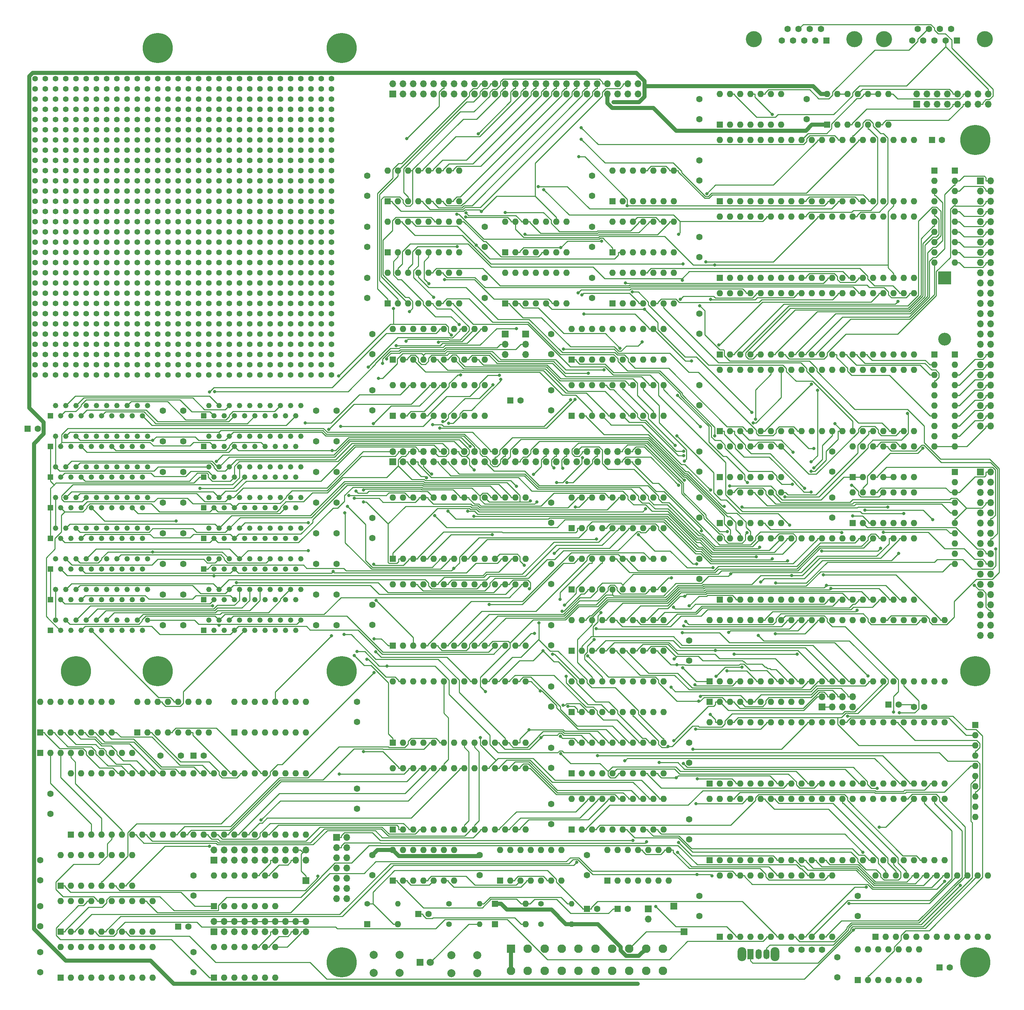
<source format=gbr>
%TF.GenerationSoftware,KiCad,Pcbnew,(6.0.11)*%
%TF.CreationDate,2024-06-16T13:35:28-04:00*%
%TF.ProjectId,NS32016-BC,4e533332-3031-4362-9d42-432e6b696361,rev?*%
%TF.SameCoordinates,Original*%
%TF.FileFunction,Copper,L1,Top*%
%TF.FilePolarity,Positive*%
%FSLAX46Y46*%
G04 Gerber Fmt 4.6, Leading zero omitted, Abs format (unit mm)*
G04 Created by KiCad (PCBNEW (6.0.11)) date 2024-06-16 13:35:28*
%MOMM*%
%LPD*%
G01*
G04 APERTURE LIST*
%TA.AperFunction,ComponentPad*%
%ADD10C,1.600000*%
%TD*%
%TA.AperFunction,ComponentPad*%
%ADD11R,1.600000X1.600000*%
%TD*%
%TA.AperFunction,ComponentPad*%
%ADD12O,1.600000X1.600000*%
%TD*%
%TA.AperFunction,ComponentPad*%
%ADD13R,3.200000X3.200000*%
%TD*%
%TA.AperFunction,ComponentPad*%
%ADD14O,3.200000X3.200000*%
%TD*%
%TA.AperFunction,ComponentPad*%
%ADD15R,1.800000X1.800000*%
%TD*%
%TA.AperFunction,ComponentPad*%
%ADD16C,1.800000*%
%TD*%
%TA.AperFunction,ComponentPad*%
%ADD17R,1.700000X1.700000*%
%TD*%
%TA.AperFunction,ComponentPad*%
%ADD18O,1.700000X1.700000*%
%TD*%
%TA.AperFunction,ComponentPad*%
%ADD19R,2.125980X2.125980*%
%TD*%
%TA.AperFunction,ComponentPad*%
%ADD20C,2.125980*%
%TD*%
%TA.AperFunction,ComponentPad*%
%ADD21C,1.400000*%
%TD*%
%TA.AperFunction,ComponentPad*%
%ADD22O,1.400000X1.400000*%
%TD*%
%TA.AperFunction,ComponentPad*%
%ADD23C,2.000000*%
%TD*%
%TA.AperFunction,ComponentPad*%
%ADD24R,1.320800X1.320800*%
%TD*%
%TA.AperFunction,ComponentPad*%
%ADD25C,1.320800*%
%TD*%
%TA.AperFunction,ComponentPad*%
%ADD26C,4.000000*%
%TD*%
%TA.AperFunction,ComponentPad*%
%ADD27C,7.500000*%
%TD*%
%TA.AperFunction,ComponentPad*%
%ADD28C,1.397000*%
%TD*%
%TA.AperFunction,ComponentPad*%
%ADD29O,2.200000X3.500000*%
%TD*%
%TA.AperFunction,ComponentPad*%
%ADD30R,1.500000X2.500000*%
%TD*%
%TA.AperFunction,ComponentPad*%
%ADD31O,1.500000X2.500000*%
%TD*%
%TA.AperFunction,ViaPad*%
%ADD32C,0.800000*%
%TD*%
%TA.AperFunction,Conductor*%
%ADD33C,0.250000*%
%TD*%
%TA.AperFunction,Conductor*%
%ADD34C,1.000000*%
%TD*%
G04 APERTURE END LIST*
D10*
%TO.P,C1,1*%
%TO.N,/CPU/+bbg*%
X344170000Y-304800000D03*
%TO.P,C1,2*%
%TO.N,GND*%
X346670000Y-304800000D03*
%TD*%
D11*
%TO.P,C2,1*%
%TO.N,GND*%
X337820000Y-304165000D03*
D10*
%TO.P,C2,2*%
%TO.N,/CPU/+bbg*%
X340320000Y-304165000D03*
%TD*%
D11*
%TO.P,C3,1*%
%TO.N,-rst_sw*%
X262890000Y-354960000D03*
D10*
%TO.P,C3,2*%
%TO.N,GND*%
X265390000Y-354960000D03*
%TD*%
%TO.P,C4,1*%
%TO.N,+phi1*%
X318770000Y-365125000D03*
%TO.P,C4,2*%
%TO.N,GND*%
X321270000Y-365125000D03*
%TD*%
%TO.P,C5,1*%
%TO.N,+phi2*%
X316230000Y-365125000D03*
%TO.P,C5,2*%
%TO.N,GND*%
X313730000Y-365125000D03*
%TD*%
%TO.P,C8,1*%
%TO.N,VCC*%
X161925000Y-316865000D03*
%TO.P,C8,2*%
%TO.N,GND*%
X156925000Y-316865000D03*
%TD*%
D11*
%TO.P,C9,1*%
%TO.N,VCC*%
X165100000Y-316865000D03*
D10*
%TO.P,C9,2*%
%TO.N,GND*%
X167600000Y-316865000D03*
%TD*%
D11*
%TO.P,C100,1*%
%TO.N,Net-(C100-Pad1)*%
X220980000Y-356230000D03*
D10*
%TO.P,C100,2*%
%TO.N,GND*%
X223480000Y-356230000D03*
%TD*%
D11*
%TO.P,C101,1*%
%TO.N,Net-(C101-Pad1)*%
X270510000Y-354960000D03*
D10*
%TO.P,C101,2*%
%TO.N,GND*%
X273010000Y-354960000D03*
%TD*%
%TO.P,C102,1*%
%TO.N,5VSB*%
X209550000Y-341630000D03*
%TO.P,C102,2*%
%TO.N,GND*%
X209550000Y-346630000D03*
%TD*%
%TO.P,C103,1*%
%TO.N,5VSB*%
X236220000Y-341630000D03*
%TO.P,C103,2*%
%TO.N,GND*%
X236220000Y-346630000D03*
%TD*%
D11*
%TO.P,D1,1,K*%
%TO.N,VCC*%
X208280000Y-358770000D03*
D12*
%TO.P,D1,2,A*%
%TO.N,-rst_sw*%
X215900000Y-358770000D03*
%TD*%
D13*
%TO.P,D2,1,K*%
%TO.N,/IO/sc_term*%
X351790000Y-198120000D03*
D14*
%TO.P,D2,2,A*%
%TO.N,VCC*%
X351790000Y-213360000D03*
%TD*%
D11*
%TO.P,D100,1,K*%
%TO.N,5VSB*%
X240030000Y-358770000D03*
D12*
%TO.P,D100,2,A*%
%TO.N,Net-(C100-Pad1)*%
X247650000Y-358770000D03*
%TD*%
D11*
%TO.P,D101,1,K*%
%TO.N,5VSB*%
X240030000Y-353690000D03*
D12*
%TO.P,D101,2,A*%
%TO.N,Net-(C101-Pad1)*%
X247650000Y-353690000D03*
%TD*%
D15*
%TO.P,D102,1,K*%
%TO.N,GND*%
X221410000Y-368300000D03*
D16*
%TO.P,D102,2,A*%
%TO.N,Net-(D102-Pad2)*%
X223950000Y-368300000D03*
%TD*%
D17*
%TO.P,P1,1,Pin_1*%
%TO.N,GND*%
X360680000Y-173990000D03*
D18*
%TO.P,P1,2,Pin_2*%
%TO.N,-sc_db<0>*%
X363220000Y-173990000D03*
%TO.P,P1,3,Pin_3*%
%TO.N,GND*%
X360680000Y-176530000D03*
%TO.P,P1,4,Pin_4*%
%TO.N,-sc_db<1>*%
X363220000Y-176530000D03*
%TO.P,P1,5,Pin_5*%
%TO.N,GND*%
X360680000Y-179070000D03*
%TO.P,P1,6,Pin_6*%
%TO.N,-sc_db<2>*%
X363220000Y-179070000D03*
%TO.P,P1,7,Pin_7*%
%TO.N,GND*%
X360680000Y-181610000D03*
%TO.P,P1,8,Pin_8*%
%TO.N,-sc_db<3>*%
X363220000Y-181610000D03*
%TO.P,P1,9,Pin_9*%
%TO.N,GND*%
X360680000Y-184150000D03*
%TO.P,P1,10,Pin_10*%
%TO.N,-sc_db<4>*%
X363220000Y-184150000D03*
%TO.P,P1,11,Pin_11*%
%TO.N,GND*%
X360680000Y-186690000D03*
%TO.P,P1,12,Pin_12*%
%TO.N,-sc_db<5>*%
X363220000Y-186690000D03*
%TO.P,P1,13,Pin_13*%
%TO.N,GND*%
X360680000Y-189230000D03*
%TO.P,P1,14,Pin_14*%
%TO.N,-sc_db<6>*%
X363220000Y-189230000D03*
%TO.P,P1,15,Pin_15*%
%TO.N,GND*%
X360680000Y-191770000D03*
%TO.P,P1,16,Pin_16*%
%TO.N,-sc_db<7>*%
X363220000Y-191770000D03*
%TO.P,P1,17,Pin_17*%
%TO.N,GND*%
X360680000Y-194310000D03*
%TO.P,P1,18,Pin_18*%
%TO.N,-sc_dbp*%
X363220000Y-194310000D03*
%TO.P,P1,19,Pin_19*%
%TO.N,GND*%
X360680000Y-196850000D03*
%TO.P,P1,20,Pin_20*%
X363220000Y-196850000D03*
%TO.P,P1,21,Pin_21*%
X360680000Y-199390000D03*
%TO.P,P1,22,Pin_22*%
X363220000Y-199390000D03*
%TO.P,P1,23,Pin_23*%
X360680000Y-201930000D03*
%TO.P,P1,24,Pin_24*%
X363220000Y-201930000D03*
%TO.P,P1,25,Pin_25*%
%TO.N,unconnected-(P1-Pad25)*%
X360680000Y-204470000D03*
%TO.P,P1,26,Pin_26*%
%TO.N,/IO/sc_term*%
X363220000Y-204470000D03*
%TO.P,P1,27,Pin_27*%
%TO.N,GND*%
X360680000Y-207010000D03*
%TO.P,P1,28,Pin_28*%
X363220000Y-207010000D03*
%TO.P,P1,29,Pin_29*%
X360680000Y-209550000D03*
%TO.P,P1,30,Pin_30*%
X363220000Y-209550000D03*
%TO.P,P1,31,Pin_31*%
X360680000Y-212090000D03*
%TO.P,P1,32,Pin_32*%
%TO.N,-sc_atn*%
X363220000Y-212090000D03*
%TO.P,P1,33,Pin_33*%
%TO.N,GND*%
X360680000Y-214630000D03*
%TO.P,P1,34,Pin_34*%
X363220000Y-214630000D03*
%TO.P,P1,35,Pin_35*%
X360680000Y-217170000D03*
%TO.P,P1,36,Pin_36*%
%TO.N,-sc_bsy*%
X363220000Y-217170000D03*
%TO.P,P1,37,Pin_37*%
%TO.N,GND*%
X360680000Y-219710000D03*
%TO.P,P1,38,Pin_38*%
%TO.N,-sc_ack*%
X363220000Y-219710000D03*
%TO.P,P1,39,Pin_39*%
%TO.N,GND*%
X360680000Y-222250000D03*
%TO.P,P1,40,Pin_40*%
%TO.N,-sc_rst*%
X363220000Y-222250000D03*
%TO.P,P1,41,Pin_41*%
%TO.N,GND*%
X360680000Y-224790000D03*
%TO.P,P1,42,Pin_42*%
%TO.N,-sc_msg*%
X363220000Y-224790000D03*
%TO.P,P1,43,Pin_43*%
%TO.N,GND*%
X360680000Y-227330000D03*
%TO.P,P1,44,Pin_44*%
%TO.N,-sc_sel*%
X363220000Y-227330000D03*
%TO.P,P1,45,Pin_45*%
%TO.N,GND*%
X360680000Y-229870000D03*
%TO.P,P1,46,Pin_46*%
%TO.N,-sc_cd*%
X363220000Y-229870000D03*
%TO.P,P1,47,Pin_47*%
%TO.N,GND*%
X360680000Y-232410000D03*
%TO.P,P1,48,Pin_48*%
%TO.N,-sc_req*%
X363220000Y-232410000D03*
%TO.P,P1,49,Pin_49*%
%TO.N,GND*%
X360680000Y-234950000D03*
%TO.P,P1,50,Pin_50*%
%TO.N,-sc_io*%
X363220000Y-234950000D03*
%TD*%
D17*
%TO.P,P2,1,Pin_1*%
%TO.N,GND*%
X360680000Y-246380000D03*
D18*
%TO.P,P2,2,Pin_2*%
%TO.N,-fdb_ld*%
X363220000Y-246380000D03*
%TO.P,P2,3,Pin_3*%
%TO.N,GND*%
X360680000Y-248920000D03*
%TO.P,P2,4,Pin_4*%
%TO.N,unconnected-(P2-Pad4)*%
X363220000Y-248920000D03*
%TO.P,P2,5,Pin_5*%
%TO.N,GND*%
X360680000Y-251460000D03*
%TO.P,P2,6,Pin_6*%
%TO.N,unconnected-(P2-Pad6)*%
X363220000Y-251460000D03*
%TO.P,P2,7,Pin_7*%
%TO.N,GND*%
X360680000Y-254000000D03*
%TO.P,P2,8,Pin_8*%
%TO.N,-fdb_idx*%
X363220000Y-254000000D03*
%TO.P,P2,9,Pin_9*%
%TO.N,GND*%
X360680000Y-256540000D03*
%TO.P,P2,10,Pin_10*%
%TO.N,-fdb_motor0*%
X363220000Y-256540000D03*
%TO.P,P2,11,Pin_11*%
%TO.N,GND*%
X360680000Y-259080000D03*
%TO.P,P2,12,Pin_12*%
%TO.N,-fdb_ds1*%
X363220000Y-259080000D03*
%TO.P,P2,13,Pin_13*%
%TO.N,GND*%
X360680000Y-261620000D03*
%TO.P,P2,14,Pin_14*%
%TO.N,-fdb_ds0*%
X363220000Y-261620000D03*
%TO.P,P2,15,Pin_15*%
%TO.N,GND*%
X360680000Y-264160000D03*
%TO.P,P2,16,Pin_16*%
%TO.N,-fdb_motor1*%
X363220000Y-264160000D03*
%TO.P,P2,17,Pin_17*%
%TO.N,GND*%
X360680000Y-266700000D03*
%TO.P,P2,18,Pin_18*%
%TO.N,-fdb_dir*%
X363220000Y-266700000D03*
%TO.P,P2,19,Pin_19*%
%TO.N,GND*%
X360680000Y-269240000D03*
%TO.P,P2,20,Pin_20*%
%TO.N,-fdb_stp*%
X363220000Y-269240000D03*
%TO.P,P2,21,Pin_21*%
%TO.N,GND*%
X360680000Y-271780000D03*
%TO.P,P2,22,Pin_22*%
%TO.N,-fdb_wrdata*%
X363220000Y-271780000D03*
%TO.P,P2,23,Pin_23*%
%TO.N,GND*%
X360680000Y-274320000D03*
%TO.P,P2,24,Pin_24*%
%TO.N,-fdb_we*%
X363220000Y-274320000D03*
%TO.P,P2,25,Pin_25*%
%TO.N,GND*%
X360680000Y-276860000D03*
%TO.P,P2,26,Pin_26*%
%TO.N,-fdb_trk0*%
X363220000Y-276860000D03*
%TO.P,P2,27,Pin_27*%
%TO.N,GND*%
X360680000Y-279400000D03*
%TO.P,P2,28,Pin_28*%
%TO.N,-fdb_wp*%
X363220000Y-279400000D03*
%TO.P,P2,29,Pin_29*%
%TO.N,GND*%
X360680000Y-281940000D03*
%TO.P,P2,30,Pin_30*%
%TO.N,-fdb_rddata*%
X363220000Y-281940000D03*
%TO.P,P2,31,Pin_31*%
%TO.N,GND*%
X360680000Y-284480000D03*
%TO.P,P2,32,Pin_32*%
%TO.N,-fdb_hdsel*%
X363220000Y-284480000D03*
%TO.P,P2,33,Pin_33*%
%TO.N,GND*%
X360680000Y-287020000D03*
%TO.P,P2,34,Pin_34*%
%TO.N,unconnected-(P2-Pad34)*%
X363220000Y-287020000D03*
%TD*%
D17*
%TO.P,P3,1,Pin_1*%
%TO.N,Net-(P3-Pad1)*%
X170180000Y-360680000D03*
D18*
%TO.P,P3,2,Pin_2*%
%TO.N,+ras_dly100*%
X170180000Y-358140000D03*
%TO.P,P3,3,Pin_3*%
%TO.N,Net-(P3-Pad3)*%
X172720000Y-360680000D03*
%TO.P,P3,4,Pin_4*%
%TO.N,+ras_dly100*%
X172720000Y-358140000D03*
%TO.P,P3,5,Pin_5*%
%TO.N,Net-(P3-Pad5)*%
X175260000Y-360680000D03*
%TO.P,P3,6,Pin_6*%
%TO.N,+ras_dly100*%
X175260000Y-358140000D03*
%TO.P,P3,7,Pin_7*%
%TO.N,Net-(P3-Pad7)*%
X177800000Y-360680000D03*
%TO.P,P3,8,Pin_8*%
%TO.N,+ras_dly100*%
X177800000Y-358140000D03*
%TO.P,P3,9,Pin_9*%
%TO.N,Net-(P3-Pad9)*%
X180340000Y-360680000D03*
%TO.P,P3,10,Pin_10*%
%TO.N,+ras_dly100*%
X180340000Y-358140000D03*
%TO.P,P3,11,Pin_11*%
%TO.N,Net-(P3-Pad11)*%
X182880000Y-360680000D03*
%TO.P,P3,12,Pin_12*%
%TO.N,+ras_dly100*%
X182880000Y-358140000D03*
%TO.P,P3,13,Pin_13*%
%TO.N,Net-(P3-Pad13)*%
X185420000Y-360680000D03*
%TO.P,P3,14,Pin_14*%
%TO.N,+ras_dly100*%
X185420000Y-358140000D03*
%TO.P,P3,15,Pin_15*%
%TO.N,Net-(P3-Pad15)*%
X187960000Y-360680000D03*
%TO.P,P3,16,Pin_16*%
%TO.N,+ras_dly100*%
X187960000Y-358140000D03*
%TO.P,P3,17,Pin_17*%
%TO.N,Net-(P3-Pad17)*%
X190500000Y-360680000D03*
%TO.P,P3,18,Pin_18*%
%TO.N,+ras_dly100*%
X190500000Y-358140000D03*
%TO.P,P3,19,Pin_19*%
%TO.N,Net-(P3-Pad19)*%
X193040000Y-360680000D03*
%TO.P,P3,20,Pin_20*%
%TO.N,+ras_dly100*%
X193040000Y-358140000D03*
%TD*%
D17*
%TO.P,P4,1,Pin_1*%
%TO.N,Net-(P4-Pad1)*%
X170180000Y-342900000D03*
D18*
%TO.P,P4,2,Pin_2*%
%TO.N,Net-(P4-Pad10)*%
X170180000Y-340360000D03*
%TO.P,P4,3,Pin_3*%
%TO.N,Net-(P4-Pad3)*%
X172720000Y-342900000D03*
%TO.P,P4,4,Pin_4*%
%TO.N,Net-(P4-Pad10)*%
X172720000Y-340360000D03*
%TO.P,P4,5,Pin_5*%
%TO.N,Net-(P4-Pad5)*%
X175260000Y-342900000D03*
%TO.P,P4,6,Pin_6*%
%TO.N,Net-(P4-Pad10)*%
X175260000Y-340360000D03*
%TO.P,P4,7,Pin_7*%
%TO.N,Net-(P4-Pad7)*%
X177800000Y-342900000D03*
%TO.P,P4,8,Pin_8*%
%TO.N,Net-(P4-Pad10)*%
X177800000Y-340360000D03*
%TO.P,P4,9,Pin_9*%
%TO.N,Net-(P4-Pad9)*%
X180340000Y-342900000D03*
%TO.P,P4,10,Pin_10*%
%TO.N,Net-(P4-Pad10)*%
X180340000Y-340360000D03*
%TO.P,P4,11,Pin_11*%
%TO.N,Net-(P4-Pad11)*%
X182880000Y-342900000D03*
%TO.P,P4,12,Pin_12*%
%TO.N,Net-(P4-Pad10)*%
X182880000Y-340360000D03*
%TO.P,P4,13,Pin_13*%
%TO.N,Net-(P4-Pad13)*%
X185420000Y-342900000D03*
%TO.P,P4,14,Pin_14*%
%TO.N,Net-(P4-Pad10)*%
X185420000Y-340360000D03*
%TO.P,P4,15,Pin_15*%
%TO.N,Net-(P4-Pad15)*%
X187960000Y-342900000D03*
%TO.P,P4,16,Pin_16*%
%TO.N,Net-(P4-Pad10)*%
X187960000Y-340360000D03*
%TO.P,P4,17,Pin_17*%
%TO.N,Net-(P4-Pad17)*%
X190500000Y-342900000D03*
%TO.P,P4,18,Pin_18*%
%TO.N,Net-(P4-Pad10)*%
X190500000Y-340360000D03*
%TO.P,P4,19,Pin_19*%
%TO.N,Net-(P4-Pad19)*%
X193040000Y-342900000D03*
%TO.P,P4,20,Pin_20*%
%TO.N,Net-(P4-Pad10)*%
X193040000Y-340360000D03*
%TD*%
D17*
%TO.P,P6,1,Pin_1*%
%TO.N,Net-(P4-Pad10)*%
X193040000Y-347980000D03*
%TD*%
%TO.P,P100,1,Pin_1*%
%TO.N,GND*%
X278130000Y-354960000D03*
D18*
%TO.P,P100,2,Pin_2*%
%TO.N,Net-(P100-Pad2)*%
X278130000Y-357500000D03*
%TD*%
D19*
%TO.P,P101,1,Pin_1*%
%TO.N,/VDD*%
X243989860Y-364914180D03*
D20*
%TO.P,P101,2,Pin_2*%
X243989860Y-370415820D03*
%TO.P,P101,3,Pin_3*%
X248191020Y-364914180D03*
%TO.P,P101,4,Pin_4*%
%TO.N,-12V*%
X248191020Y-370415820D03*
%TO.P,P101,5,Pin_5*%
%TO.N,GND*%
X252389640Y-364914180D03*
%TO.P,P101,6,Pin_6*%
X252389640Y-370415820D03*
%TO.P,P101,7,Pin_7*%
%TO.N,VCC*%
X256590800Y-364914180D03*
%TO.P,P101,8,Pin_8*%
%TO.N,PWR_ON*%
X256590800Y-370415820D03*
%TO.P,P101,9,Pin_9*%
%TO.N,GND*%
X260789420Y-364914180D03*
%TO.P,P101,10,Pin_10*%
X260789420Y-370415820D03*
%TO.P,P101,11,Pin_11*%
%TO.N,VCC*%
X264990580Y-364914180D03*
%TO.P,P101,12,Pin_12*%
%TO.N,GND*%
X264990580Y-370415820D03*
%TO.P,P101,13,Pin_13*%
X269189200Y-364914180D03*
%TO.P,P101,14,Pin_14*%
X269189200Y-370415820D03*
%TO.P,P101,15,Pin_15*%
%TO.N,PG*%
X273390360Y-364914180D03*
%TO.P,P101,16,Pin_16*%
%TO.N,-5V*%
X273390360Y-370415820D03*
%TO.P,P101,17,Pin_17*%
%TO.N,5VSB*%
X277588980Y-364914180D03*
%TO.P,P101,18,Pin_18*%
%TO.N,VCC*%
X277588980Y-370415820D03*
%TO.P,P101,19,Pin_19*%
%TO.N,+12V*%
X281790140Y-364914180D03*
%TO.P,P101,20,Pin_20*%
%TO.N,VCC*%
X281790140Y-370415820D03*
%TD*%
D21*
%TO.P,R1,1*%
%TO.N,-rst_sw*%
X208280000Y-353690000D03*
D22*
%TO.P,R1,2*%
%TO.N,VCC*%
X215900000Y-353690000D03*
%TD*%
D21*
%TO.P,R100,1*%
%TO.N,5VSB*%
X228600000Y-353690000D03*
D22*
%TO.P,R100,2*%
%TO.N,Net-(P100-Pad2)*%
X236220000Y-353690000D03*
%TD*%
D21*
%TO.P,R101,1*%
%TO.N,Net-(C100-Pad1)*%
X251460000Y-353690000D03*
D22*
%TO.P,R101,2*%
%TO.N,Net-(P100-Pad2)*%
X259080000Y-353690000D03*
%TD*%
D21*
%TO.P,R102,1*%
%TO.N,Net-(C101-Pad1)*%
X251460000Y-358770000D03*
D22*
%TO.P,R102,2*%
%TO.N,5VSB*%
X259080000Y-358770000D03*
%TD*%
D21*
%TO.P,R103,1*%
%TO.N,VCC*%
X228600000Y-358770000D03*
D22*
%TO.P,R103,2*%
%TO.N,Net-(D102-Pad2)*%
X236220000Y-358770000D03*
%TD*%
D11*
%TO.P,RP1,1,R1.1*%
%TO.N,+dram_adr1<0>*%
X127000000Y-311150000D03*
D12*
%TO.P,RP1,2,R2.1*%
%TO.N,+dram_adr1<1>*%
X129540000Y-311150000D03*
%TO.P,RP1,3,R3.1*%
%TO.N,+dram_adr1<2>*%
X132080000Y-311150000D03*
%TO.P,RP1,4,R4.1*%
%TO.N,+dram_adr1<3>*%
X134620000Y-311150000D03*
%TO.P,RP1,5,R5.1*%
%TO.N,+dram_adr1<4>*%
X137160000Y-311150000D03*
%TO.P,RP1,6,R6.1*%
%TO.N,+dram_adr1<5>*%
X139700000Y-311150000D03*
%TO.P,RP1,7,R7.1*%
%TO.N,+dram_adr1<6>*%
X142240000Y-311150000D03*
%TO.P,RP1,8,R8.1*%
%TO.N,+dram_adr1<7>*%
X144780000Y-311150000D03*
%TO.P,RP1,9,R8.2*%
%TO.N,+dram_adr2<7>*%
X144780000Y-303530000D03*
%TO.P,RP1,10,R7.2*%
%TO.N,+dram_adr2<6>*%
X142240000Y-303530000D03*
%TO.P,RP1,11,R6.2*%
%TO.N,+dram_adr2<5>*%
X139700000Y-303530000D03*
%TO.P,RP1,12,R5.2*%
%TO.N,+dram_adr2<4>*%
X137160000Y-303530000D03*
%TO.P,RP1,13,R4.2*%
%TO.N,+dram_adr2<3>*%
X134620000Y-303530000D03*
%TO.P,RP1,14,R3.2*%
%TO.N,+dram_adr2<2>*%
X132080000Y-303530000D03*
%TO.P,RP1,15,R2.2*%
%TO.N,+dram_adr2<1>*%
X129540000Y-303530000D03*
%TO.P,RP1,16,R1.2*%
%TO.N,+dram_adr2<0>*%
X127000000Y-303530000D03*
%TD*%
D11*
%TO.P,RP2,1,R1.1*%
%TO.N,unconnected-(RP2-Pad1)*%
X151130000Y-311150000D03*
D12*
%TO.P,RP2,2,R2.1*%
%TO.N,-ras31*%
X153670000Y-311150000D03*
%TO.P,RP2,3,R3.1*%
%TO.N,-ras21*%
X156210000Y-311150000D03*
%TO.P,RP2,4,R4.1*%
%TO.N,-ras11*%
X158750000Y-311150000D03*
%TO.P,RP2,5,R5.1*%
%TO.N,-ras01*%
X161290000Y-311150000D03*
%TO.P,RP2,6,R6.1*%
%TO.N,-cas1*%
X163830000Y-311150000D03*
%TO.P,RP2,7,R7.1*%
%TO.N,+dram_adr1<8>*%
X166370000Y-311150000D03*
%TO.P,RP2,8,R8.1*%
%TO.N,unconnected-(RP2-Pad8)*%
X168910000Y-311150000D03*
%TO.P,RP2,9,R8.2*%
%TO.N,unconnected-(RP2-Pad9)*%
X168910000Y-303530000D03*
%TO.P,RP2,10,R7.2*%
%TO.N,+dram_adr2<8>*%
X166370000Y-303530000D03*
%TO.P,RP2,11,R6.2*%
%TO.N,-cas2*%
X163830000Y-303530000D03*
%TO.P,RP2,12,R5.2*%
%TO.N,-ras02*%
X161290000Y-303530000D03*
%TO.P,RP2,13,R4.2*%
%TO.N,-ras12*%
X158750000Y-303530000D03*
%TO.P,RP2,14,R3.2*%
%TO.N,-ras22*%
X156210000Y-303530000D03*
%TO.P,RP2,15,R2.2*%
%TO.N,-ras32*%
X153670000Y-303530000D03*
%TO.P,RP2,16,R1.2*%
%TO.N,unconnected-(RP2-Pad16)*%
X151130000Y-303530000D03*
%TD*%
D11*
%TO.P,RP3,1,R1.1*%
%TO.N,unconnected-(RP3-Pad1)*%
X175260000Y-311150000D03*
D12*
%TO.P,RP3,2,R2.1*%
%TO.N,unconnected-(RP3-Pad2)*%
X177800000Y-311150000D03*
%TO.P,RP3,3,R3.1*%
%TO.N,unconnected-(RP3-Pad3)*%
X180340000Y-311150000D03*
%TO.P,RP3,4,R4.1*%
%TO.N,unconnected-(RP3-Pad4)*%
X182880000Y-311150000D03*
%TO.P,RP3,5,R5.1*%
%TO.N,+dram_adr2<9>*%
X185420000Y-311150000D03*
%TO.P,RP3,6,R6.1*%
%TO.N,-we_l2*%
X187960000Y-311150000D03*
%TO.P,RP3,7,R7.1*%
%TO.N,-we_h2*%
X190500000Y-311150000D03*
%TO.P,RP3,8,R8.1*%
%TO.N,unconnected-(RP3-Pad8)*%
X193040000Y-311150000D03*
%TO.P,RP3,9,R8.2*%
%TO.N,unconnected-(RP3-Pad9)*%
X193040000Y-303530000D03*
%TO.P,RP3,10,R7.2*%
%TO.N,-we_h1*%
X190500000Y-303530000D03*
%TO.P,RP3,11,R6.2*%
%TO.N,-we_l1*%
X187960000Y-303530000D03*
%TO.P,RP3,12,R5.2*%
%TO.N,+dram_adr1<9>*%
X185420000Y-303530000D03*
%TO.P,RP3,13,R4.2*%
%TO.N,unconnected-(RP3-Pad13)*%
X182880000Y-303530000D03*
%TO.P,RP3,14,R3.2*%
%TO.N,unconnected-(RP3-Pad14)*%
X180340000Y-303530000D03*
%TO.P,RP3,15,R2.2*%
%TO.N,unconnected-(RP3-Pad15)*%
X177800000Y-303530000D03*
%TO.P,RP3,16,R1.2*%
%TO.N,unconnected-(RP3-Pad16)*%
X175260000Y-303530000D03*
%TD*%
D11*
%TO.P,RR1,1,common*%
%TO.N,VCC*%
X354330000Y-171450000D03*
D12*
%TO.P,RR1,2,R1*%
%TO.N,-sc_db<0>*%
X354330000Y-173990000D03*
%TO.P,RR1,3,R2*%
%TO.N,-sc_db<1>*%
X354330000Y-176530000D03*
%TO.P,RR1,4,R3*%
%TO.N,-sc_db<2>*%
X354330000Y-179070000D03*
%TO.P,RR1,5,R4*%
%TO.N,-sc_db<3>*%
X354330000Y-181610000D03*
%TO.P,RR1,6,R5*%
%TO.N,-sc_db<4>*%
X354330000Y-184150000D03*
%TO.P,RR1,7,R6*%
%TO.N,-sc_db<5>*%
X354330000Y-186690000D03*
%TO.P,RR1,8,R7*%
%TO.N,-sc_db<6>*%
X354330000Y-189230000D03*
%TO.P,RR1,9,R8*%
%TO.N,-sc_db<7>*%
X354330000Y-191770000D03*
%TO.P,RR1,10,R9*%
%TO.N,-sc_dbp*%
X354330000Y-194310000D03*
%TD*%
D11*
%TO.P,RR2,1,common*%
%TO.N,VCC*%
X354330000Y-217170000D03*
D12*
%TO.P,RR2,2,R1*%
%TO.N,-sc_atn*%
X354330000Y-219710000D03*
%TO.P,RR2,3,R2*%
%TO.N,-sc_bsy*%
X354330000Y-222250000D03*
%TO.P,RR2,4,R3*%
%TO.N,-sc_ack*%
X354330000Y-224790000D03*
%TO.P,RR2,5,R4*%
%TO.N,-sc_rst*%
X354330000Y-227330000D03*
%TO.P,RR2,6,R5*%
%TO.N,-sc_msg*%
X354330000Y-229870000D03*
%TO.P,RR2,7,R6*%
%TO.N,-sc_sel*%
X354330000Y-232410000D03*
%TO.P,RR2,8,R7*%
%TO.N,-sc_cd*%
X354330000Y-234950000D03*
%TO.P,RR2,9,R8*%
%TO.N,-sc_req*%
X354330000Y-237490000D03*
%TO.P,RR2,10,R9*%
%TO.N,-sc_io*%
X354330000Y-240030000D03*
%TD*%
D11*
%TO.P,RR3,1,common*%
%TO.N,GND*%
X349250000Y-171450000D03*
D12*
%TO.P,RR3,2,R1*%
%TO.N,-sc_db<0>*%
X349250000Y-173990000D03*
%TO.P,RR3,3,R2*%
%TO.N,-sc_db<1>*%
X349250000Y-176530000D03*
%TO.P,RR3,4,R3*%
%TO.N,-sc_db<2>*%
X349250000Y-179070000D03*
%TO.P,RR3,5,R4*%
%TO.N,-sc_db<3>*%
X349250000Y-181610000D03*
%TO.P,RR3,6,R5*%
%TO.N,-sc_db<4>*%
X349250000Y-184150000D03*
%TO.P,RR3,7,R6*%
%TO.N,-sc_db<5>*%
X349250000Y-186690000D03*
%TO.P,RR3,8,R7*%
%TO.N,-sc_db<6>*%
X349250000Y-189230000D03*
%TO.P,RR3,9,R8*%
%TO.N,-sc_db<7>*%
X349250000Y-191770000D03*
%TO.P,RR3,10,R9*%
%TO.N,-sc_dbp*%
X349250000Y-194310000D03*
%TD*%
D11*
%TO.P,RR4,1,common*%
%TO.N,GND*%
X349250000Y-217170000D03*
D12*
%TO.P,RR4,2,R1*%
%TO.N,-sc_atn*%
X349250000Y-219710000D03*
%TO.P,RR4,3,R2*%
%TO.N,-sc_bsy*%
X349250000Y-222250000D03*
%TO.P,RR4,4,R3*%
%TO.N,-sc_ack*%
X349250000Y-224790000D03*
%TO.P,RR4,5,R4*%
%TO.N,-sc_rst*%
X349250000Y-227330000D03*
%TO.P,RR4,6,R5*%
%TO.N,-sc_msg*%
X349250000Y-229870000D03*
%TO.P,RR4,7,R6*%
%TO.N,-sc_sel*%
X349250000Y-232410000D03*
%TO.P,RR4,8,R7*%
%TO.N,-sc_cd*%
X349250000Y-234950000D03*
%TO.P,RR4,9,R8*%
%TO.N,-sc_req*%
X349250000Y-237490000D03*
%TO.P,RR4,10,R9*%
%TO.N,-sc_io*%
X349250000Y-240030000D03*
%TD*%
D11*
%TO.P,RR8,1,common*%
%TO.N,VCC*%
X293370000Y-303530000D03*
D12*
%TO.P,RR8,2,R1*%
%TO.N,-wait8*%
X295910000Y-303530000D03*
%TO.P,RR8,3,R2*%
%TO.N,-wait4*%
X298450000Y-303530000D03*
%TO.P,RR8,4,R3*%
%TO.N,-wait2*%
X300990000Y-303530000D03*
%TO.P,RR8,5,R4*%
%TO.N,-wait1*%
X303530000Y-303530000D03*
%TO.P,RR8,6,R5*%
%TO.N,-dma_breq*%
X306070000Y-303530000D03*
%TO.P,RR8,7,R6*%
%TO.N,-dma_req2*%
X308610000Y-303530000D03*
%TO.P,RR8,8,R7*%
%TO.N,-dma_req3*%
X311150000Y-303530000D03*
%TO.P,RR8,9,R8*%
%TO.N,io_decode1*%
X313690000Y-303530000D03*
%TO.P,RR8,10,R9*%
%TO.N,io_decode2*%
X316230000Y-303530000D03*
%TD*%
D11*
%TO.P,RR7,1,common*%
%TO.N,VCC*%
X127000000Y-316230000D03*
D12*
%TO.P,RR7,2,R1*%
%TO.N,+m0*%
X129540000Y-316230000D03*
%TO.P,RR7,3,R2*%
%TO.N,+rahs*%
X132080000Y-316230000D03*
%TO.P,RR7,4,R3*%
%TO.N,+ads*%
X134620000Y-316230000D03*
%TO.P,RR7,5,R4*%
%TO.N,-win*%
X137160000Y-316230000D03*
%TO.P,RR7,6,R5*%
%TO.N,+dramcpal1*%
X139700000Y-316230000D03*
%TO.P,RR7,7,R6*%
%TO.N,+dramcpal2*%
X142240000Y-316230000D03*
%TO.P,RR7,8,R7*%
%TO.N,3st_buf*%
X144780000Y-316230000D03*
%TO.P,RR7,9,R8*%
%TO.N,unconnected-(RR7-Pad9)*%
X147320000Y-316230000D03*
%TO.P,RR7,10,R9*%
%TO.N,unconnected-(RR7-Pad10)*%
X149860000Y-316230000D03*
%TD*%
D23*
%TO.P,SW1,1,1*%
%TO.N,GND*%
X209860000Y-366395000D03*
X216360000Y-366395000D03*
%TO.P,SW1,2,2*%
%TO.N,-rst_sw*%
X209860000Y-370895000D03*
X216360000Y-370895000D03*
%TD*%
%TO.P,SW100,1,1*%
%TO.N,GND*%
X229160000Y-366510000D03*
X235660000Y-366510000D03*
%TO.P,SW100,2,2*%
%TO.N,Net-(P100-Pad2)*%
X229160000Y-371010000D03*
X235660000Y-371010000D03*
%TD*%
D11*
%TO.P,U1,1,A22*%
%TO.N,+cpu_a<22>*%
X293370000Y-323850000D03*
D12*
%TO.P,U1,2,A21*%
%TO.N,+cpu_a<21>*%
X295910000Y-323850000D03*
%TO.P,U1,3,A20*%
%TO.N,+cpu_a<20>*%
X298450000Y-323850000D03*
%TO.P,U1,4,A19*%
%TO.N,+cpu_a<19>*%
X300990000Y-323850000D03*
%TO.P,U1,5,A18*%
%TO.N,+cpu_a<18>*%
X303530000Y-323850000D03*
%TO.P,U1,6,A17*%
%TO.N,+cpu_a<17>*%
X306070000Y-323850000D03*
%TO.P,U1,7,A16*%
%TO.N,+cpu_a<16>*%
X308610000Y-323850000D03*
%TO.P,U1,8,AD15*%
%TO.N,+cpu_ad<15>*%
X311150000Y-323850000D03*
%TO.P,U1,9,AD14*%
%TO.N,+cpu_ad<14>*%
X313690000Y-323850000D03*
%TO.P,U1,10,AD13*%
%TO.N,+cpu_ad<13>*%
X316230000Y-323850000D03*
%TO.P,U1,11,AD12*%
%TO.N,+cpu_ad<12>*%
X318770000Y-323850000D03*
%TO.P,U1,12,AD11*%
%TO.N,+cpu_ad<11>*%
X321310000Y-323850000D03*
%TO.P,U1,13,AD10*%
%TO.N,+cpu_ad<10>*%
X323850000Y-323850000D03*
%TO.P,U1,14,AD9*%
%TO.N,+cpu_ad<9>*%
X326390000Y-323850000D03*
%TO.P,U1,15,AD8*%
%TO.N,+cpu_ad<8>*%
X328930000Y-323850000D03*
%TO.P,U1,16,AD7*%
%TO.N,+cpu_ad<7>*%
X331470000Y-323850000D03*
%TO.P,U1,17,AD6*%
%TO.N,+cpu_ad<6>*%
X334010000Y-323850000D03*
%TO.P,U1,18,AD5*%
%TO.N,+cpu_ad<5>*%
X336550000Y-323850000D03*
%TO.P,U1,19,AD4*%
%TO.N,+cpu_ad<4>*%
X339090000Y-323850000D03*
%TO.P,U1,20,AD3*%
%TO.N,+cpu_ad<3>*%
X341630000Y-323850000D03*
%TO.P,U1,21,AD2*%
%TO.N,+cpu_ad<2>*%
X344170000Y-323850000D03*
%TO.P,U1,22,AD1*%
%TO.N,+cpu_ad<1>*%
X346710000Y-323850000D03*
%TO.P,U1,23,AD0*%
%TO.N,+cpu_ad<0>*%
X349250000Y-323850000D03*
%TO.P,U1,24,GNDL*%
%TO.N,GND*%
X351790000Y-323850000D03*
%TO.P,U1,25,GNDB*%
X351790000Y-308610000D03*
%TO.P,U1,26,PHI1*%
%TO.N,+phi1*%
X349250000Y-308610000D03*
%TO.P,U1,27,PHI2*%
%TO.N,+phi2*%
X346710000Y-308610000D03*
%TO.P,U1,28,RDY*%
%TO.N,+rdy*%
X344170000Y-308610000D03*
%TO.P,U1,29,BBG*%
%TO.N,/CPU/+bbg*%
X341630000Y-308610000D03*
%TO.P,U1,30,~{HOLD}*%
%TO.N,-hold*%
X339090000Y-308610000D03*
%TO.P,U1,31,~{HLDA}*%
%TO.N,-hlda_mmu*%
X336550000Y-308610000D03*
%TO.P,U1,32,~{HBE}*%
%TO.N,-hbe*%
X334010000Y-308610000D03*
%TO.P,U1,33,~{DS}/~{FLT}*%
%TO.N,-flt*%
X331470000Y-308610000D03*
%TO.P,U1,34,~{RST}/~{ABT}*%
%TO.N,-abt*%
X328930000Y-308610000D03*
%TO.P,U1,35,~{AT}/~{SPC}*%
%TO.N,-spc*%
X326390000Y-308610000D03*
%TO.P,U1,36,U/~{S}*%
%TO.N,-supervisor*%
X323850000Y-308610000D03*
%TO.P,U1,37,~{ADS}*%
%TO.N,-ads*%
X321310000Y-308610000D03*
%TO.P,U1,38,~{DDIN}*%
%TO.N,-ddin*%
X318770000Y-308610000D03*
%TO.P,U1,39,~{PFS}*%
%TO.N,-pfs*%
X316230000Y-308610000D03*
%TO.P,U1,40,ST3*%
%TO.N,+st3*%
X313690000Y-308610000D03*
%TO.P,U1,41,ST2*%
%TO.N,+st2*%
X311150000Y-308610000D03*
%TO.P,U1,42,ST1*%
%TO.N,+st1*%
X308610000Y-308610000D03*
%TO.P,U1,43,ST0*%
%TO.N,+st0*%
X306070000Y-308610000D03*
%TO.P,U1,44,~{ILO}*%
%TO.N,unconnected-(U1-Pad44)*%
X303530000Y-308610000D03*
%TO.P,U1,45,~{NMI}*%
%TO.N,-nmi*%
X300990000Y-308610000D03*
%TO.P,U1,46,~{INT}*%
%TO.N,-int*%
X298450000Y-308610000D03*
%TO.P,U1,47,A23*%
%TO.N,+cpu_a<23>*%
X295910000Y-308610000D03*
%TO.P,U1,48,VCC*%
%TO.N,VCC*%
X293370000Y-308610000D03*
%TD*%
D11*
%TO.P,U2,1,A22*%
%TO.N,+cpu_a<22>*%
X293370000Y-342900000D03*
D12*
%TO.P,U2,2,A21*%
%TO.N,+cpu_a<21>*%
X295910000Y-342900000D03*
%TO.P,U2,3,A20*%
%TO.N,+cpu_a<20>*%
X298450000Y-342900000D03*
%TO.P,U2,4,A19*%
%TO.N,+cpu_a<19>*%
X300990000Y-342900000D03*
%TO.P,U2,5,A18*%
%TO.N,+cpu_a<18>*%
X303530000Y-342900000D03*
%TO.P,U2,6,A17*%
%TO.N,+cpu_a<17>*%
X306070000Y-342900000D03*
%TO.P,U2,7,A16*%
%TO.N,+cpu_a<16>*%
X308610000Y-342900000D03*
%TO.P,U2,8,AD15*%
%TO.N,+cpu_ad<15>*%
X311150000Y-342900000D03*
%TO.P,U2,9,AD14*%
%TO.N,+cpu_ad<14>*%
X313690000Y-342900000D03*
%TO.P,U2,10,AD13*%
%TO.N,+cpu_ad<13>*%
X316230000Y-342900000D03*
%TO.P,U2,11,AD12*%
%TO.N,+cpu_ad<12>*%
X318770000Y-342900000D03*
%TO.P,U2,12,AD11*%
%TO.N,+cpu_ad<11>*%
X321310000Y-342900000D03*
%TO.P,U2,13,AD10*%
%TO.N,+cpu_ad<10>*%
X323850000Y-342900000D03*
%TO.P,U2,14,AD9*%
%TO.N,+cpu_ad<9>*%
X326390000Y-342900000D03*
%TO.P,U2,15,AD8*%
%TO.N,+cpu_ad<8>*%
X328930000Y-342900000D03*
%TO.P,U2,16,AD7*%
%TO.N,+cpu_ad<7>*%
X331470000Y-342900000D03*
%TO.P,U2,17,AD6*%
%TO.N,+cpu_ad<6>*%
X334010000Y-342900000D03*
%TO.P,U2,18,AD5*%
%TO.N,+cpu_ad<5>*%
X336550000Y-342900000D03*
%TO.P,U2,19,AD4*%
%TO.N,+cpu_ad<4>*%
X339090000Y-342900000D03*
%TO.P,U2,20,AD3*%
%TO.N,+cpu_ad<3>*%
X341630000Y-342900000D03*
%TO.P,U2,21,AD2*%
%TO.N,+cpu_ad<2>*%
X344170000Y-342900000D03*
%TO.P,U2,22,AD1*%
%TO.N,+cpu_ad<1>*%
X346710000Y-342900000D03*
%TO.P,U2,23,AD0*%
%TO.N,+cpu_ad<0>*%
X349250000Y-342900000D03*
%TO.P,U2,24,GNDL*%
%TO.N,GND*%
X351790000Y-342900000D03*
%TO.P,U2,25,GNDS*%
X351790000Y-327660000D03*
%TO.P,U2,26,PHI1*%
%TO.N,+phi1*%
X349250000Y-327660000D03*
%TO.P,U2,27,PHI2*%
%TO.N,+phi2*%
X346710000Y-327660000D03*
%TO.P,U2,28,RDY*%
%TO.N,+rdy*%
X344170000Y-327660000D03*
%TO.P,U2,29,~{RSTI}*%
%TO.N,-system_reset*%
X341630000Y-327660000D03*
%TO.P,U2,30,~{HOLD}*%
%TO.N,-hold*%
X339090000Y-327660000D03*
%TO.P,U2,31,~{HLDAI}*%
%TO.N,-hlda_mmu*%
X336550000Y-327660000D03*
%TO.P,U2,32,~{HLDAO}*%
%TO.N,-hlda*%
X334010000Y-327660000D03*
%TO.P,U2,33,~{FLT}*%
%TO.N,-flt*%
X331470000Y-327660000D03*
%TO.P,U2,34,~{RST}/~{ABT}*%
%TO.N,-abt*%
X328930000Y-327660000D03*
%TO.P,U2,35,~{AT}/~{SPC}*%
%TO.N,-spc*%
X326390000Y-327660000D03*
%TO.P,U2,36,U/~{S}*%
%TO.N,-supervisor*%
X323850000Y-327660000D03*
%TO.P,U2,37,~{ADS}*%
%TO.N,-ads*%
X321310000Y-327660000D03*
%TO.P,U2,38,~{DDIN}*%
%TO.N,-ddin*%
X318770000Y-327660000D03*
%TO.P,U2,39,~{PFS}*%
%TO.N,-pfs*%
X316230000Y-327660000D03*
%TO.P,U2,40,ST3*%
%TO.N,+st3*%
X313690000Y-327660000D03*
%TO.P,U2,41,ST2*%
%TO.N,+st2*%
X311150000Y-327660000D03*
%TO.P,U2,42,ST1*%
%TO.N,+st1*%
X308610000Y-327660000D03*
%TO.P,U2,43,ST0*%
%TO.N,+st0*%
X306070000Y-327660000D03*
%TO.P,U2,44,~{PAV}*%
%TO.N,-pav*%
X303530000Y-327660000D03*
%TO.P,U2,45,~{INT}*%
%TO.N,unconnected-(U2-Pad45)*%
X300990000Y-327660000D03*
%TO.P,U2,46,A24/~{HBF}*%
%TO.N,+mmu_a24*%
X298450000Y-327660000D03*
%TO.P,U2,47,A23*%
%TO.N,+cpu_a<23>*%
X295910000Y-327660000D03*
%TO.P,U2,48,VCC*%
%TO.N,VCC*%
X293370000Y-327660000D03*
%TD*%
D11*
%TO.P,U3,1,D10*%
%TO.N,+cpu_ad<10>*%
X334640000Y-361950000D03*
D12*
%TO.P,U3,2,D9*%
%TO.N,+cpu_ad<9>*%
X337180000Y-361950000D03*
%TO.P,U3,3,D8*%
%TO.N,+cpu_ad<8>*%
X339720000Y-361950000D03*
%TO.P,U3,4,D7*%
%TO.N,+cpu_ad<7>*%
X342260000Y-361950000D03*
%TO.P,U3,5,D6*%
%TO.N,+cpu_ad<6>*%
X344800000Y-361950000D03*
%TO.P,U3,6,D5*%
%TO.N,+cpu_ad<5>*%
X347340000Y-361950000D03*
%TO.P,U3,7,D4*%
%TO.N,+cpu_ad<4>*%
X349880000Y-361950000D03*
%TO.P,U3,8,D3*%
%TO.N,+cpu_ad<3>*%
X352420000Y-361950000D03*
%TO.P,U3,9,D2*%
%TO.N,+cpu_ad<2>*%
X354960000Y-361950000D03*
%TO.P,U3,10,D1*%
%TO.N,+cpu_ad<1>*%
X357500000Y-361950000D03*
%TO.P,U3,11,D0*%
%TO.N,+cpu_ad<0>*%
X360040000Y-361950000D03*
%TO.P,U3,12,GNDL*%
%TO.N,GND*%
X362580000Y-361950000D03*
%TO.P,U3,13,GNDB*%
X362580000Y-346710000D03*
%TO.P,U3,14,CLK*%
%TO.N,+cttl*%
X360040000Y-346710000D03*
%TO.P,U3,15,~{RST}*%
%TO.N,-system_reset*%
X357500000Y-346710000D03*
%TO.P,U3,16,D15*%
%TO.N,+cpu_ad<15>*%
X354960000Y-346710000D03*
%TO.P,U3,17,D14*%
%TO.N,+cpu_ad<14>*%
X352420000Y-346710000D03*
%TO.P,U3,18,D13*%
%TO.N,+cpu_ad<13>*%
X349880000Y-346710000D03*
%TO.P,U3,19,D12*%
%TO.N,+cpu_ad<12>*%
X347340000Y-346710000D03*
%TO.P,U3,20,D11*%
%TO.N,+cpu_ad<11>*%
X344800000Y-346710000D03*
%TO.P,U3,21,~{SPC}*%
%TO.N,-spc*%
X342260000Y-346710000D03*
%TO.P,U3,22,ST1*%
%TO.N,+st1*%
X339720000Y-346710000D03*
%TO.P,U3,23,ST0*%
%TO.N,+st0*%
X337180000Y-346710000D03*
%TO.P,U3,24,VCC*%
%TO.N,VCC*%
X334640000Y-346710000D03*
%TD*%
D11*
%TO.P,U4,1,IR15*%
%TO.N,+uart1_ir*%
X295910000Y-278130000D03*
D12*
%TO.P,U4,2,~{INT}*%
%TO.N,-int*%
X298450000Y-278130000D03*
%TO.P,U4,3,ST1*%
%TO.N,+st1*%
X300990000Y-278130000D03*
%TO.P,U4,4,G7/IR14*%
%TO.N,+uart2_ir*%
X303530000Y-278130000D03*
%TO.P,U4,5,G6/IR12*%
%TO.N,+fdc_ir*%
X306070000Y-278130000D03*
%TO.P,U4,6,G5/IR10*%
%TO.N,+scsi_ir*%
X308610000Y-278130000D03*
%TO.P,U4,7,G4/IR8*%
%TO.N,-dma_ir*%
X311150000Y-278130000D03*
%TO.P,U4,8,G3/IR6*%
%TO.N,+exp6_ir*%
X313690000Y-278130000D03*
%TO.P,U4,9,G2/IR4*%
%TO.N,+exp4_ir*%
X316230000Y-278130000D03*
%TO.P,U4,10,G1/IR2*%
%TO.N,+exp2_ir*%
X318770000Y-278130000D03*
%TO.P,U4,11,G0/IR0*%
%TO.N,+exp0_ir*%
X321310000Y-278130000D03*
%TO.P,U4,12,D7*%
%TO.N,+io_data<7>*%
X323850000Y-278130000D03*
%TO.P,U4,13,D6*%
%TO.N,+io_data<6>*%
X326390000Y-278130000D03*
%TO.P,U4,14,D5*%
%TO.N,+io_data<5>*%
X328930000Y-278130000D03*
%TO.P,U4,15,D4*%
%TO.N,+io_data<4>*%
X331470000Y-278130000D03*
%TO.P,U4,16,D3*%
%TO.N,+io_data<3>*%
X334010000Y-278130000D03*
%TO.P,U4,17,D2*%
%TO.N,+io_data<2>*%
X336550000Y-278130000D03*
%TO.P,U4,18,D1*%
%TO.N,+io_data<1>*%
X339090000Y-278130000D03*
%TO.P,U4,19,D0*%
%TO.N,+io_data<0>*%
X341630000Y-278130000D03*
%TO.P,U4,20,GND*%
%TO.N,GND*%
X344170000Y-278130000D03*
%TO.P,U4,21,~{CS}*%
%TO.N,-io_cs_fffe*%
X344170000Y-262890000D03*
%TO.P,U4,22,A0*%
%TO.N,+adr<1>*%
X341630000Y-262890000D03*
%TO.P,U4,23,A1*%
%TO.N,+adr<2>*%
X339090000Y-262890000D03*
%TO.P,U4,24,A2*%
%TO.N,+adr<3>*%
X336550000Y-262890000D03*
%TO.P,U4,25,A3*%
%TO.N,+adr<4>*%
X334010000Y-262890000D03*
%TO.P,U4,26,A4*%
%TO.N,+adr<5>*%
X331470000Y-262890000D03*
%TO.P,U4,27,~{RST}*%
%TO.N,-system_reset*%
X328930000Y-262890000D03*
%TO.P,U4,28,~{HBE}*%
%TO.N,GND*%
X326390000Y-262890000D03*
%TO.P,U4,29,Cout/SCin*%
%TO.N,unconnected-(U4-Pad29)*%
X323850000Y-262890000D03*
%TO.P,U4,30,~{RD}*%
%TO.N,-rd*%
X321310000Y-262890000D03*
%TO.P,U4,31,~{WR}*%
%TO.N,-wr*%
X318770000Y-262890000D03*
%TO.P,U4,32,CLK*%
%TO.N,+cttl*%
X316230000Y-262890000D03*
%TO.P,U4,33,IR1*%
%TO.N,+exp1_ir*%
X313690000Y-262890000D03*
%TO.P,U4,34,IR3*%
%TO.N,+exp3_ir*%
X311150000Y-262890000D03*
%TO.P,U4,35,IR5*%
%TO.N,+exp5_ir*%
X308610000Y-262890000D03*
%TO.P,U4,36,IR7*%
%TO.N,+exp7_ir*%
X306070000Y-262890000D03*
%TO.P,U4,37,IR9*%
%TO.N,+exp9_ir*%
X303530000Y-262890000D03*
%TO.P,U4,38,IR11*%
%TO.N,+exp11_ir*%
X300990000Y-262890000D03*
%TO.P,U4,39,IR13*%
%TO.N,+exp13_ir*%
X298450000Y-262890000D03*
%TO.P,U4,40,VCC*%
%TO.N,VCC*%
X295910000Y-262890000D03*
%TD*%
D11*
%TO.P,U5,1,~{DBE}*%
%TO.N,-dbe*%
X295910000Y-361950000D03*
D12*
%TO.P,U5,2,~{RWEN}/SYNC*%
%TO.N,GND*%
X298450000Y-361950000D03*
%TO.P,U5,3,~{RD}*%
%TO.N,-rd*%
X300990000Y-361950000D03*
%TO.P,U5,4,~{WR}*%
%TO.N,-wr*%
X303530000Y-361950000D03*
%TO.P,U5,5,~{DDIN}*%
%TO.N,-ddin*%
X306070000Y-361950000D03*
%TO.P,U5,6,~{ADS}*%
%TO.N,-pav*%
X308610000Y-361950000D03*
%TO.P,U5,7,~{RSTI}*%
%TO.N,-rst_sw*%
X311150000Y-361950000D03*
%TO.P,U5,8,~{RSTO}*%
%TO.N,-system_reset*%
X313690000Y-361950000D03*
%TO.P,U5,9,RDY*%
%TO.N,+rdy*%
X316230000Y-361950000D03*
%TO.P,U5,10,PHI2*%
%TO.N,+phi2*%
X318770000Y-361950000D03*
%TO.P,U5,11,PHI1*%
%TO.N,+phi1*%
X321310000Y-361950000D03*
%TO.P,U5,12,GND*%
%TO.N,GND*%
X323850000Y-361950000D03*
%TO.P,U5,13,XIN*%
%TO.N,+tcu_clk_in*%
X323850000Y-346710000D03*
%TO.P,U5,14,XOUT*%
%TO.N,unconnected-(U5-Pad14)*%
X321310000Y-346710000D03*
%TO.P,U5,15,FCLK*%
%TO.N,+fclk*%
X318770000Y-346710000D03*
%TO.P,U5,16,CTTL*%
%TO.N,+cttl*%
X316230000Y-346710000D03*
%TO.P,U5,17,~{TSO}*%
%TO.N,-tso*%
X313690000Y-346710000D03*
%TO.P,U5,18,~{WAIT8}*%
%TO.N,-wait8*%
X311150000Y-346710000D03*
%TO.P,U5,19,~{WAIT4}*%
%TO.N,-wait4*%
X308610000Y-346710000D03*
%TO.P,U5,20,~{WAIT2}*%
%TO.N,-wait2*%
X306070000Y-346710000D03*
%TO.P,U5,21,~{WAIT1}*%
%TO.N,-wait1*%
X303530000Y-346710000D03*
%TO.P,U5,22,~{CWAIT}*%
%TO.N,-cwait*%
X300990000Y-346710000D03*
%TO.P,U5,23,~{PER}*%
%TO.N,-io_cs_fff0*%
X298450000Y-346710000D03*
%TO.P,U5,24,VCC*%
%TO.N,VCC*%
X295910000Y-346710000D03*
%TD*%
D11*
%TO.P,U6,1,A14*%
%TO.N,+eprom_a15*%
X214630000Y-335280000D03*
D12*
%TO.P,U6,2,A12*%
%TO.N,+adr<13>*%
X217170000Y-335280000D03*
%TO.P,U6,3,A7*%
%TO.N,+adr<8>*%
X219710000Y-335280000D03*
%TO.P,U6,4,A6*%
%TO.N,+adr<7>*%
X222250000Y-335280000D03*
%TO.P,U6,5,A5*%
%TO.N,+adr<6>*%
X224790000Y-335280000D03*
%TO.P,U6,6,A4*%
%TO.N,+adr<5>*%
X227330000Y-335280000D03*
%TO.P,U6,7,A3*%
%TO.N,+adr<4>*%
X229870000Y-335280000D03*
%TO.P,U6,8,A2*%
%TO.N,+adr<3>*%
X232410000Y-335280000D03*
%TO.P,U6,9,A1*%
%TO.N,+adr<2>*%
X234950000Y-335280000D03*
%TO.P,U6,10,A0*%
%TO.N,+adr<1>*%
X237490000Y-335280000D03*
%TO.P,U6,11,D0*%
%TO.N,+mem_data<0>*%
X240030000Y-335280000D03*
%TO.P,U6,12,D1*%
%TO.N,+mem_data<1>*%
X242570000Y-335280000D03*
%TO.P,U6,13,D2*%
%TO.N,+mem_data<2>*%
X245110000Y-335280000D03*
%TO.P,U6,14,GND*%
%TO.N,GND*%
X247650000Y-335280000D03*
%TO.P,U6,15,D3*%
%TO.N,+mem_data<3>*%
X247650000Y-320040000D03*
%TO.P,U6,16,D4*%
%TO.N,+mem_data<4>*%
X245110000Y-320040000D03*
%TO.P,U6,17,D5*%
%TO.N,+mem_data<5>*%
X242570000Y-320040000D03*
%TO.P,U6,18,D6*%
%TO.N,+mem_data<6>*%
X240030000Y-320040000D03*
%TO.P,U6,19,D7*%
%TO.N,+mem_data<7>*%
X237490000Y-320040000D03*
%TO.P,U6,20,~{CS}*%
%TO.N,-eprom_cs*%
X234950000Y-320040000D03*
%TO.P,U6,21,A10*%
%TO.N,+adr<11>*%
X232410000Y-320040000D03*
%TO.P,U6,22,~{OE}*%
%TO.N,-rd*%
X229870000Y-320040000D03*
%TO.P,U6,23,A11*%
%TO.N,+adr<12>*%
X227330000Y-320040000D03*
%TO.P,U6,24,A9*%
%TO.N,+adr<10>*%
X224790000Y-320040000D03*
%TO.P,U6,25,A8*%
%TO.N,+adr<9>*%
X222250000Y-320040000D03*
%TO.P,U6,26,A13*%
%TO.N,+adr<14>*%
X219710000Y-320040000D03*
%TO.P,U6,27,~{WE}*%
%TO.N,Net-(JP1-Pad2)*%
X217170000Y-320040000D03*
%TO.P,U6,28,VCC*%
%TO.N,VCC*%
X214630000Y-320040000D03*
%TD*%
D11*
%TO.P,U7,1,A14*%
%TO.N,+eprom_a15*%
X214630000Y-313690000D03*
D12*
%TO.P,U7,2,A12*%
%TO.N,+adr<13>*%
X217170000Y-313690000D03*
%TO.P,U7,3,A7*%
%TO.N,+adr<8>*%
X219710000Y-313690000D03*
%TO.P,U7,4,A6*%
%TO.N,+adr<7>*%
X222250000Y-313690000D03*
%TO.P,U7,5,A5*%
%TO.N,+adr<6>*%
X224790000Y-313690000D03*
%TO.P,U7,6,A4*%
%TO.N,+adr<5>*%
X227330000Y-313690000D03*
%TO.P,U7,7,A3*%
%TO.N,+adr<4>*%
X229870000Y-313690000D03*
%TO.P,U7,8,A2*%
%TO.N,+adr<3>*%
X232410000Y-313690000D03*
%TO.P,U7,9,A1*%
%TO.N,+adr<2>*%
X234950000Y-313690000D03*
%TO.P,U7,10,A0*%
%TO.N,+adr<1>*%
X237490000Y-313690000D03*
%TO.P,U7,11,D0*%
%TO.N,+mem_data<8>*%
X240030000Y-313690000D03*
%TO.P,U7,12,D1*%
%TO.N,+mem_data<9>*%
X242570000Y-313690000D03*
%TO.P,U7,13,D2*%
%TO.N,+mem_data<10>*%
X245110000Y-313690000D03*
%TO.P,U7,14,GND*%
%TO.N,GND*%
X247650000Y-313690000D03*
%TO.P,U7,15,D3*%
%TO.N,+mem_data<11>*%
X247650000Y-298450000D03*
%TO.P,U7,16,D4*%
%TO.N,+mem_data<12>*%
X245110000Y-298450000D03*
%TO.P,U7,17,D5*%
%TO.N,+mem_data<13>*%
X242570000Y-298450000D03*
%TO.P,U7,18,D6*%
%TO.N,+mem_data<14>*%
X240030000Y-298450000D03*
%TO.P,U7,19,D7*%
%TO.N,+mem_data<15>*%
X237490000Y-298450000D03*
%TO.P,U7,20,~{CS}*%
%TO.N,-eprom_cs*%
X234950000Y-298450000D03*
%TO.P,U7,21,A10*%
%TO.N,+adr<11>*%
X232410000Y-298450000D03*
%TO.P,U7,22,~{OE}*%
%TO.N,-rd*%
X229870000Y-298450000D03*
%TO.P,U7,23,A11*%
%TO.N,+adr<12>*%
X227330000Y-298450000D03*
%TO.P,U7,24,A9*%
%TO.N,+adr<10>*%
X224790000Y-298450000D03*
%TO.P,U7,25,A8*%
%TO.N,+adr<9>*%
X222250000Y-298450000D03*
%TO.P,U7,26,A13*%
%TO.N,+adr<14>*%
X219710000Y-298450000D03*
%TO.P,U7,27,~{WE}*%
%TO.N,Net-(JP2-Pad2)*%
X217170000Y-298450000D03*
%TO.P,U7,28,VCC*%
%TO.N,VCC*%
X214630000Y-298450000D03*
%TD*%
D11*
%TO.P,U8,1,A14*%
%TO.N,+adr<15>*%
X214630000Y-289560000D03*
D12*
%TO.P,U8,2,A12*%
%TO.N,+adr<13>*%
X217170000Y-289560000D03*
%TO.P,U8,3,A7*%
%TO.N,+adr<8>*%
X219710000Y-289560000D03*
%TO.P,U8,4,A6*%
%TO.N,+adr<7>*%
X222250000Y-289560000D03*
%TO.P,U8,5,A5*%
%TO.N,+adr<6>*%
X224790000Y-289560000D03*
%TO.P,U8,6,A4*%
%TO.N,+adr<5>*%
X227330000Y-289560000D03*
%TO.P,U8,7,A3*%
%TO.N,+adr<4>*%
X229870000Y-289560000D03*
%TO.P,U8,8,A2*%
%TO.N,+adr<3>*%
X232410000Y-289560000D03*
%TO.P,U8,9,A1*%
%TO.N,+adr<2>*%
X234950000Y-289560000D03*
%TO.P,U8,10,A0*%
%TO.N,+adr<1>*%
X237490000Y-289560000D03*
%TO.P,U8,11,Q0*%
%TO.N,+mem_data<0>*%
X240030000Y-289560000D03*
%TO.P,U8,12,Q1*%
%TO.N,+mem_data<1>*%
X242570000Y-289560000D03*
%TO.P,U8,13,Q2*%
%TO.N,+mem_data<2>*%
X245110000Y-289560000D03*
%TO.P,U8,14,GND*%
%TO.N,GND*%
X247650000Y-289560000D03*
%TO.P,U8,15,Q3*%
%TO.N,+mem_data<3>*%
X247650000Y-274320000D03*
%TO.P,U8,16,Q4*%
%TO.N,+mem_data<4>*%
X245110000Y-274320000D03*
%TO.P,U8,17,Q5*%
%TO.N,+mem_data<5>*%
X242570000Y-274320000D03*
%TO.P,U8,18,Q6*%
%TO.N,+mem_data<6>*%
X240030000Y-274320000D03*
%TO.P,U8,19,Q7*%
%TO.N,+mem_data<7>*%
X237490000Y-274320000D03*
%TO.P,U8,20,~{CS}*%
%TO.N,-sram_cs*%
X234950000Y-274320000D03*
%TO.P,U8,21,A10*%
%TO.N,+adr<11>*%
X232410000Y-274320000D03*
%TO.P,U8,22,~{OE}*%
%TO.N,-rd*%
X229870000Y-274320000D03*
%TO.P,U8,23,A11*%
%TO.N,+adr<12>*%
X227330000Y-274320000D03*
%TO.P,U8,24,A9*%
%TO.N,+adr<10>*%
X224790000Y-274320000D03*
%TO.P,U8,25,A8*%
%TO.N,+adr<9>*%
X222250000Y-274320000D03*
%TO.P,U8,26,A13*%
%TO.N,+adr<14>*%
X219710000Y-274320000D03*
%TO.P,U8,27,~{WE}*%
%TO.N,-wr_e*%
X217170000Y-274320000D03*
%TO.P,U8,28,VCC*%
%TO.N,VCC*%
X214630000Y-274320000D03*
%TD*%
D11*
%TO.P,U9,1,A14*%
%TO.N,+adr<15>*%
X214630000Y-267970000D03*
D12*
%TO.P,U9,2,A12*%
%TO.N,+adr<13>*%
X217170000Y-267970000D03*
%TO.P,U9,3,A7*%
%TO.N,+adr<8>*%
X219710000Y-267970000D03*
%TO.P,U9,4,A6*%
%TO.N,+adr<7>*%
X222250000Y-267970000D03*
%TO.P,U9,5,A5*%
%TO.N,+adr<6>*%
X224790000Y-267970000D03*
%TO.P,U9,6,A4*%
%TO.N,+adr<5>*%
X227330000Y-267970000D03*
%TO.P,U9,7,A3*%
%TO.N,+adr<4>*%
X229870000Y-267970000D03*
%TO.P,U9,8,A2*%
%TO.N,+adr<3>*%
X232410000Y-267970000D03*
%TO.P,U9,9,A1*%
%TO.N,+adr<2>*%
X234950000Y-267970000D03*
%TO.P,U9,10,A0*%
%TO.N,+adr<1>*%
X237490000Y-267970000D03*
%TO.P,U9,11,Q0*%
%TO.N,+mem_data<8>*%
X240030000Y-267970000D03*
%TO.P,U9,12,Q1*%
%TO.N,+mem_data<9>*%
X242570000Y-267970000D03*
%TO.P,U9,13,Q2*%
%TO.N,+mem_data<10>*%
X245110000Y-267970000D03*
%TO.P,U9,14,GND*%
%TO.N,GND*%
X247650000Y-267970000D03*
%TO.P,U9,15,Q3*%
%TO.N,+mem_data<11>*%
X247650000Y-252730000D03*
%TO.P,U9,16,Q4*%
%TO.N,+mem_data<12>*%
X245110000Y-252730000D03*
%TO.P,U9,17,Q5*%
%TO.N,+mem_data<13>*%
X242570000Y-252730000D03*
%TO.P,U9,18,Q6*%
%TO.N,+mem_data<14>*%
X240030000Y-252730000D03*
%TO.P,U9,19,Q7*%
%TO.N,+mem_data<15>*%
X237490000Y-252730000D03*
%TO.P,U9,20,~{CS}*%
%TO.N,-sram_cs*%
X234950000Y-252730000D03*
%TO.P,U9,21,A10*%
%TO.N,+adr<11>*%
X232410000Y-252730000D03*
%TO.P,U9,22,~{OE}*%
%TO.N,-rd*%
X229870000Y-252730000D03*
%TO.P,U9,23,A11*%
%TO.N,+adr<12>*%
X227330000Y-252730000D03*
%TO.P,U9,24,A9*%
%TO.N,+adr<10>*%
X224790000Y-252730000D03*
%TO.P,U9,25,A8*%
%TO.N,+adr<9>*%
X222250000Y-252730000D03*
%TO.P,U9,26,A13*%
%TO.N,+adr<14>*%
X219710000Y-252730000D03*
%TO.P,U9,27,~{WE}*%
%TO.N,-wr_o*%
X217170000Y-252730000D03*
%TO.P,U9,28,VCC*%
%TO.N,VCC*%
X214630000Y-252730000D03*
%TD*%
D11*
%TO.P,U10,1,A->B*%
%TO.N,-ddin_buf*%
X259080000Y-335280000D03*
D12*
%TO.P,U10,2,A0*%
%TO.N,+cpu_ad<0>*%
X261620000Y-335280000D03*
%TO.P,U10,3,A1*%
%TO.N,+cpu_ad<1>*%
X264160000Y-335280000D03*
%TO.P,U10,4,A2*%
%TO.N,+cpu_ad<2>*%
X266700000Y-335280000D03*
%TO.P,U10,5,A3*%
%TO.N,+cpu_ad<3>*%
X269240000Y-335280000D03*
%TO.P,U10,6,A4*%
%TO.N,+cpu_ad<4>*%
X271780000Y-335280000D03*
%TO.P,U10,7,A5*%
%TO.N,+cpu_ad<5>*%
X274320000Y-335280000D03*
%TO.P,U10,8,A6*%
%TO.N,+cpu_ad<6>*%
X276860000Y-335280000D03*
%TO.P,U10,9,A7*%
%TO.N,+cpu_ad<7>*%
X279400000Y-335280000D03*
%TO.P,U10,10,GND*%
%TO.N,GND*%
X281940000Y-335280000D03*
%TO.P,U10,11,B7*%
%TO.N,+mem_data<7>*%
X281940000Y-327660000D03*
%TO.P,U10,12,B6*%
%TO.N,+mem_data<6>*%
X279400000Y-327660000D03*
%TO.P,U10,13,B5*%
%TO.N,+mem_data<5>*%
X276860000Y-327660000D03*
%TO.P,U10,14,B4*%
%TO.N,+mem_data<4>*%
X274320000Y-327660000D03*
%TO.P,U10,15,B3*%
%TO.N,+mem_data<3>*%
X271780000Y-327660000D03*
%TO.P,U10,16,B2*%
%TO.N,+mem_data<2>*%
X269240000Y-327660000D03*
%TO.P,U10,17,B1*%
%TO.N,+mem_data<1>*%
X266700000Y-327660000D03*
%TO.P,U10,18,B0*%
%TO.N,+mem_data<0>*%
X264160000Y-327660000D03*
%TO.P,U10,19,CE*%
%TO.N,-mem_data_oe*%
X261620000Y-327660000D03*
%TO.P,U10,20,VCC*%
%TO.N,VCC*%
X259080000Y-327660000D03*
%TD*%
D11*
%TO.P,U11,1,A->B*%
%TO.N,-ddin_buf*%
X259080000Y-321310000D03*
D12*
%TO.P,U11,2,A0*%
%TO.N,+cpu_ad<8>*%
X261620000Y-321310000D03*
%TO.P,U11,3,A1*%
%TO.N,+cpu_ad<9>*%
X264160000Y-321310000D03*
%TO.P,U11,4,A2*%
%TO.N,+cpu_ad<10>*%
X266700000Y-321310000D03*
%TO.P,U11,5,A3*%
%TO.N,+cpu_ad<11>*%
X269240000Y-321310000D03*
%TO.P,U11,6,A4*%
%TO.N,+cpu_ad<12>*%
X271780000Y-321310000D03*
%TO.P,U11,7,A5*%
%TO.N,+cpu_ad<13>*%
X274320000Y-321310000D03*
%TO.P,U11,8,A6*%
%TO.N,+cpu_ad<14>*%
X276860000Y-321310000D03*
%TO.P,U11,9,A7*%
%TO.N,+cpu_ad<15>*%
X279400000Y-321310000D03*
%TO.P,U11,10,GND*%
%TO.N,GND*%
X281940000Y-321310000D03*
%TO.P,U11,11,B7*%
%TO.N,+mem_data<15>*%
X281940000Y-313690000D03*
%TO.P,U11,12,B6*%
%TO.N,+mem_data<14>*%
X279400000Y-313690000D03*
%TO.P,U11,13,B5*%
%TO.N,+mem_data<13>*%
X276860000Y-313690000D03*
%TO.P,U11,14,B4*%
%TO.N,+mem_data<12>*%
X274320000Y-313690000D03*
%TO.P,U11,15,B3*%
%TO.N,+mem_data<11>*%
X271780000Y-313690000D03*
%TO.P,U11,16,B2*%
%TO.N,+mem_data<10>*%
X269240000Y-313690000D03*
%TO.P,U11,17,B1*%
%TO.N,+mem_data<9>*%
X266700000Y-313690000D03*
%TO.P,U11,18,B0*%
%TO.N,+mem_data<8>*%
X264160000Y-313690000D03*
%TO.P,U11,19,CE*%
%TO.N,-mem_data_oe*%
X261620000Y-313690000D03*
%TO.P,U11,20,VCC*%
%TO.N,VCC*%
X259080000Y-313690000D03*
%TD*%
D11*
%TO.P,U12,1,A->B*%
%TO.N,-ddin_buf*%
X259080000Y-306070000D03*
D12*
%TO.P,U12,2,A0*%
%TO.N,+cpu_ad<0>*%
X261620000Y-306070000D03*
%TO.P,U12,3,A1*%
%TO.N,+cpu_ad<1>*%
X264160000Y-306070000D03*
%TO.P,U12,4,A2*%
%TO.N,+cpu_ad<2>*%
X266700000Y-306070000D03*
%TO.P,U12,5,A3*%
%TO.N,+cpu_ad<3>*%
X269240000Y-306070000D03*
%TO.P,U12,6,A4*%
%TO.N,+cpu_ad<4>*%
X271780000Y-306070000D03*
%TO.P,U12,7,A5*%
%TO.N,+cpu_ad<5>*%
X274320000Y-306070000D03*
%TO.P,U12,8,A6*%
%TO.N,+cpu_ad<6>*%
X276860000Y-306070000D03*
%TO.P,U12,9,A7*%
%TO.N,+cpu_ad<7>*%
X279400000Y-306070000D03*
%TO.P,U12,10,GND*%
%TO.N,GND*%
X281940000Y-306070000D03*
%TO.P,U12,11,B7*%
%TO.N,+io_data<7>*%
X281940000Y-298450000D03*
%TO.P,U12,12,B6*%
%TO.N,+io_data<6>*%
X279400000Y-298450000D03*
%TO.P,U12,13,B5*%
%TO.N,+io_data<5>*%
X276860000Y-298450000D03*
%TO.P,U12,14,B4*%
%TO.N,+io_data<4>*%
X274320000Y-298450000D03*
%TO.P,U12,15,B3*%
%TO.N,+io_data<3>*%
X271780000Y-298450000D03*
%TO.P,U12,16,B2*%
%TO.N,+io_data<2>*%
X269240000Y-298450000D03*
%TO.P,U12,17,B1*%
%TO.N,+io_data<1>*%
X266700000Y-298450000D03*
%TO.P,U12,18,B0*%
%TO.N,+io_data<0>*%
X264160000Y-298450000D03*
%TO.P,U12,19,CE*%
%TO.N,-io_edata_oe*%
X261620000Y-298450000D03*
%TO.P,U12,20,VCC*%
%TO.N,VCC*%
X259080000Y-298450000D03*
%TD*%
D11*
%TO.P,U13,1,A->B*%
%TO.N,-ddin_buf*%
X259080000Y-290830000D03*
D12*
%TO.P,U13,2,A0*%
%TO.N,+cpu_ad<8>*%
X261620000Y-290830000D03*
%TO.P,U13,3,A1*%
%TO.N,+cpu_ad<9>*%
X264160000Y-290830000D03*
%TO.P,U13,4,A2*%
%TO.N,+cpu_ad<10>*%
X266700000Y-290830000D03*
%TO.P,U13,5,A3*%
%TO.N,+cpu_ad<11>*%
X269240000Y-290830000D03*
%TO.P,U13,6,A4*%
%TO.N,+cpu_ad<12>*%
X271780000Y-290830000D03*
%TO.P,U13,7,A5*%
%TO.N,+cpu_ad<13>*%
X274320000Y-290830000D03*
%TO.P,U13,8,A6*%
%TO.N,+cpu_ad<14>*%
X276860000Y-290830000D03*
%TO.P,U13,9,A7*%
%TO.N,+cpu_ad<15>*%
X279400000Y-290830000D03*
%TO.P,U13,10,GND*%
%TO.N,GND*%
X281940000Y-290830000D03*
%TO.P,U13,11,B7*%
%TO.N,+io_data<7>*%
X281940000Y-283210000D03*
%TO.P,U13,12,B6*%
%TO.N,+io_data<6>*%
X279400000Y-283210000D03*
%TO.P,U13,13,B5*%
%TO.N,+io_data<5>*%
X276860000Y-283210000D03*
%TO.P,U13,14,B4*%
%TO.N,+io_data<4>*%
X274320000Y-283210000D03*
%TO.P,U13,15,B3*%
%TO.N,+io_data<3>*%
X271780000Y-283210000D03*
%TO.P,U13,16,B2*%
%TO.N,+io_data<2>*%
X269240000Y-283210000D03*
%TO.P,U13,17,B1*%
%TO.N,+io_data<1>*%
X266700000Y-283210000D03*
%TO.P,U13,18,B0*%
%TO.N,+io_data<0>*%
X264160000Y-283210000D03*
%TO.P,U13,19,CE*%
%TO.N,-io_odata_oe*%
X261620000Y-283210000D03*
%TO.P,U13,20,VCC*%
%TO.N,VCC*%
X259080000Y-283210000D03*
%TD*%
D11*
%TO.P,U14,1,OE*%
%TO.N,GND*%
X259080000Y-275590000D03*
D12*
%TO.P,U14,2,O0*%
%TO.N,+adr<0>*%
X261620000Y-275590000D03*
%TO.P,U14,3,D0*%
%TO.N,+cpu_ad<0>*%
X264160000Y-275590000D03*
%TO.P,U14,4,D1*%
%TO.N,+cpu_ad<2>*%
X266700000Y-275590000D03*
%TO.P,U14,5,O1*%
%TO.N,+adr<2>*%
X269240000Y-275590000D03*
%TO.P,U14,6,O2*%
%TO.N,+adr<4>*%
X271780000Y-275590000D03*
%TO.P,U14,7,D2*%
%TO.N,+cpu_ad<4>*%
X274320000Y-275590000D03*
%TO.P,U14,8,D3*%
%TO.N,+cpu_ad<6>*%
X276860000Y-275590000D03*
%TO.P,U14,9,O3*%
%TO.N,+adr<6>*%
X279400000Y-275590000D03*
%TO.P,U14,10,GND*%
%TO.N,GND*%
X281940000Y-275590000D03*
%TO.P,U14,11,LE*%
%TO.N,+pav*%
X281940000Y-267970000D03*
%TO.P,U14,12,O4*%
%TO.N,+adr<7>*%
X279400000Y-267970000D03*
%TO.P,U14,13,D4*%
%TO.N,+cpu_ad<7>*%
X276860000Y-267970000D03*
%TO.P,U14,14,D5*%
%TO.N,+cpu_ad<5>*%
X274320000Y-267970000D03*
%TO.P,U14,15,O5*%
%TO.N,+adr<5>*%
X271780000Y-267970000D03*
%TO.P,U14,16,O6*%
%TO.N,+adr<3>*%
X269240000Y-267970000D03*
%TO.P,U14,17,D6*%
%TO.N,+cpu_ad<3>*%
X266700000Y-267970000D03*
%TO.P,U14,18,D7*%
%TO.N,+cpu_ad<1>*%
X264160000Y-267970000D03*
%TO.P,U14,19,O7*%
%TO.N,+adr<1>*%
X261620000Y-267970000D03*
%TO.P,U14,20,VCC*%
%TO.N,VCC*%
X259080000Y-267970000D03*
%TD*%
D11*
%TO.P,U15,1,OE*%
%TO.N,GND*%
X259080000Y-260350000D03*
D12*
%TO.P,U15,2,O0*%
%TO.N,+adr<8>*%
X261620000Y-260350000D03*
%TO.P,U15,3,D0*%
%TO.N,+cpu_ad<8>*%
X264160000Y-260350000D03*
%TO.P,U15,4,D1*%
%TO.N,+cpu_ad<10>*%
X266700000Y-260350000D03*
%TO.P,U15,5,O1*%
%TO.N,+adr<10>*%
X269240000Y-260350000D03*
%TO.P,U15,6,O2*%
%TO.N,+adr<12>*%
X271780000Y-260350000D03*
%TO.P,U15,7,D2*%
%TO.N,+cpu_ad<12>*%
X274320000Y-260350000D03*
%TO.P,U15,8,D3*%
%TO.N,+cpu_ad<14>*%
X276860000Y-260350000D03*
%TO.P,U15,9,O3*%
%TO.N,+adr<14>*%
X279400000Y-260350000D03*
%TO.P,U15,10,GND*%
%TO.N,GND*%
X281940000Y-260350000D03*
%TO.P,U15,11,LE*%
%TO.N,+pav*%
X281940000Y-252730000D03*
%TO.P,U15,12,O4*%
%TO.N,+adr<15>*%
X279400000Y-252730000D03*
%TO.P,U15,13,D4*%
%TO.N,+cpu_ad<15>*%
X276860000Y-252730000D03*
%TO.P,U15,14,D5*%
%TO.N,+cpu_ad<13>*%
X274320000Y-252730000D03*
%TO.P,U15,15,O5*%
%TO.N,+adr<13>*%
X271780000Y-252730000D03*
%TO.P,U15,16,O6*%
%TO.N,+adr<11>*%
X269240000Y-252730000D03*
%TO.P,U15,17,D6*%
%TO.N,+cpu_ad<11>*%
X266700000Y-252730000D03*
%TO.P,U15,18,D7*%
%TO.N,+cpu_ad<9>*%
X264160000Y-252730000D03*
%TO.P,U15,19,O7*%
%TO.N,+adr<9>*%
X261620000Y-252730000D03*
%TO.P,U15,20,VCC*%
%TO.N,VCC*%
X259080000Y-252730000D03*
%TD*%
D11*
%TO.P,U16,1,OEa*%
%TO.N,GND*%
X259080000Y-232410000D03*
D12*
%TO.P,U16,2,I0a*%
%TO.N,+cpu_a<16>*%
X261620000Y-232410000D03*
%TO.P,U16,3,O3b*%
%TO.N,+adr<17>*%
X264160000Y-232410000D03*
%TO.P,U16,4,I1a*%
%TO.N,+cpu_a<18>*%
X266700000Y-232410000D03*
%TO.P,U16,5,O2b*%
%TO.N,+adr<19>*%
X269240000Y-232410000D03*
%TO.P,U16,6,I2a*%
%TO.N,+cpu_a<20>*%
X271780000Y-232410000D03*
%TO.P,U16,7,O1b*%
%TO.N,+adr<21>*%
X274320000Y-232410000D03*
%TO.P,U16,8,I3a*%
%TO.N,+cpu_a<22>*%
X276860000Y-232410000D03*
%TO.P,U16,9,O0b*%
%TO.N,+adr<23>*%
X279400000Y-232410000D03*
%TO.P,U16,10,GND*%
%TO.N,GND*%
X281940000Y-232410000D03*
%TO.P,U16,11,I0b*%
%TO.N,+cpu_a<23>*%
X281940000Y-224790000D03*
%TO.P,U16,12,O3a*%
%TO.N,+adr<22>*%
X279400000Y-224790000D03*
%TO.P,U16,13,I1b*%
%TO.N,+cpu_a<21>*%
X276860000Y-224790000D03*
%TO.P,U16,14,O2a*%
%TO.N,+adr<20>*%
X274320000Y-224790000D03*
%TO.P,U16,15,I2b*%
%TO.N,+cpu_a<19>*%
X271780000Y-224790000D03*
%TO.P,U16,16,O1a*%
%TO.N,+adr<18>*%
X269240000Y-224790000D03*
%TO.P,U16,17,I3b*%
%TO.N,+cpu_a<17>*%
X266700000Y-224790000D03*
%TO.P,U16,18,O0a*%
%TO.N,+adr<16>*%
X264160000Y-224790000D03*
%TO.P,U16,19,OEb*%
%TO.N,GND*%
X261620000Y-224790000D03*
%TO.P,U16,20,VCC*%
%TO.N,VCC*%
X259080000Y-224790000D03*
%TD*%
D11*
%TO.P,U17,1,D0*%
%TO.N,+io_data<0>*%
X295910000Y-198120000D03*
D12*
%TO.P,U17,2,D1*%
%TO.N,+io_data<1>*%
X298450000Y-198120000D03*
%TO.P,U17,3,D2*%
%TO.N,+io_data<2>*%
X300990000Y-198120000D03*
%TO.P,U17,4,D3*%
%TO.N,+io_data<3>*%
X303530000Y-198120000D03*
%TO.P,U17,5,D4*%
%TO.N,+io_data<4>*%
X306070000Y-198120000D03*
%TO.P,U17,6,D5*%
%TO.N,+io_data<5>*%
X308610000Y-198120000D03*
%TO.P,U17,7,D6*%
%TO.N,+io_data<6>*%
X311150000Y-198120000D03*
%TO.P,U17,8,D7*%
%TO.N,+io_data<7>*%
X313690000Y-198120000D03*
%TO.P,U17,9,RCLK*%
%TO.N,+uart1_clk_out*%
X316230000Y-198120000D03*
%TO.P,U17,10,SIN*%
%TO.N,-rxd1*%
X318770000Y-198120000D03*
%TO.P,U17,11,SOUT*%
%TO.N,-txd1*%
X321310000Y-198120000D03*
%TO.P,U17,12,CS0*%
%TO.N,-adr<6>*%
X323850000Y-198120000D03*
%TO.P,U17,13,CS1*%
%TO.N,+adr<7>*%
X326390000Y-198120000D03*
%TO.P,U17,14,~{CS2}*%
%TO.N,-io_cs_fff0*%
X328930000Y-198120000D03*
%TO.P,U17,15,~{BAUDOUT}*%
%TO.N,+uart1_clk_out*%
X331470000Y-198120000D03*
%TO.P,U17,16,XIN*%
%TO.N,+uart_xtal1*%
X334010000Y-198120000D03*
%TO.P,U17,17,XOUT*%
%TO.N,unconnected-(U17-Pad17)*%
X336550000Y-198120000D03*
%TO.P,U17,18,~{WR}*%
%TO.N,-wr*%
X339090000Y-198120000D03*
%TO.P,U17,19,WR*%
%TO.N,GND*%
X341630000Y-198120000D03*
%TO.P,U17,20,GND*%
X344170000Y-198120000D03*
%TO.P,U17,21,~{RD}*%
%TO.N,-rd*%
X344170000Y-182880000D03*
%TO.P,U17,22,RD*%
%TO.N,GND*%
X341630000Y-182880000D03*
%TO.P,U17,23,DDIS*%
%TO.N,unconnected-(U17-Pad23)*%
X339090000Y-182880000D03*
%TO.P,U17,24,CSOUT*%
%TO.N,unconnected-(U17-Pad24)*%
X336550000Y-182880000D03*
%TO.P,U17,25,~{ADS}*%
%TO.N,GND*%
X334010000Y-182880000D03*
%TO.P,U17,26,A2*%
%TO.N,+adr<3>*%
X331470000Y-182880000D03*
%TO.P,U17,27,A1*%
%TO.N,+adr<2>*%
X328930000Y-182880000D03*
%TO.P,U17,28,A0*%
%TO.N,+adr<1>*%
X326390000Y-182880000D03*
%TO.P,U17,29,NC*%
%TO.N,unconnected-(U17-Pad29)*%
X323850000Y-182880000D03*
%TO.P,U17,30,INTR*%
%TO.N,+uart1_ir*%
X321310000Y-182880000D03*
%TO.P,U17,31,~{OUT2}*%
%TO.N,unconnected-(U17-Pad31)*%
X318770000Y-182880000D03*
%TO.P,U17,32,~{RTS}*%
%TO.N,-rts1*%
X316230000Y-182880000D03*
%TO.P,U17,33,~{DTR}*%
%TO.N,unconnected-(U17-Pad33)*%
X313690000Y-182880000D03*
%TO.P,U17,34,~{OUT1}*%
%TO.N,unconnected-(U17-Pad34)*%
X311150000Y-182880000D03*
%TO.P,U17,35,MR*%
%TO.N,+system_reset*%
X308610000Y-182880000D03*
%TO.P,U17,36,~{CTS}*%
%TO.N,-cts1*%
X306070000Y-182880000D03*
%TO.P,U17,37,~{DSR}*%
%TO.N,GND*%
X303530000Y-182880000D03*
%TO.P,U17,38,~{DCD}*%
X300990000Y-182880000D03*
%TO.P,U17,39,~{RI}*%
X298450000Y-182880000D03*
%TO.P,U17,40,VCC*%
%TO.N,VCC*%
X295910000Y-182880000D03*
%TD*%
D11*
%TO.P,U18,1,D0*%
%TO.N,+io_data<0>*%
X295910000Y-179070000D03*
D12*
%TO.P,U18,2,D1*%
%TO.N,+io_data<1>*%
X298450000Y-179070000D03*
%TO.P,U18,3,D2*%
%TO.N,+io_data<2>*%
X300990000Y-179070000D03*
%TO.P,U18,4,D3*%
%TO.N,+io_data<3>*%
X303530000Y-179070000D03*
%TO.P,U18,5,D4*%
%TO.N,+io_data<4>*%
X306070000Y-179070000D03*
%TO.P,U18,6,D5*%
%TO.N,+io_data<5>*%
X308610000Y-179070000D03*
%TO.P,U18,7,D6*%
%TO.N,+io_data<6>*%
X311150000Y-179070000D03*
%TO.P,U18,8,D7*%
%TO.N,+io_data<7>*%
X313690000Y-179070000D03*
%TO.P,U18,9,RCLK*%
%TO.N,+uart2_clk_out*%
X316230000Y-179070000D03*
%TO.P,U18,10,SIN*%
%TO.N,-rxd2*%
X318770000Y-179070000D03*
%TO.P,U18,11,SOUT*%
%TO.N,-txd2*%
X321310000Y-179070000D03*
%TO.P,U18,12,CS0*%
%TO.N,+adr<6>*%
X323850000Y-179070000D03*
%TO.P,U18,13,CS1*%
%TO.N,+adr<7>*%
X326390000Y-179070000D03*
%TO.P,U18,14,~{CS2}*%
%TO.N,-io_cs_fff0*%
X328930000Y-179070000D03*
%TO.P,U18,15,~{BAUDOUT}*%
%TO.N,+uart2_clk_out*%
X331470000Y-179070000D03*
%TO.P,U18,16,XIN*%
%TO.N,+uart_xtal1*%
X334010000Y-179070000D03*
%TO.P,U18,17,XOUT*%
%TO.N,unconnected-(U18-Pad17)*%
X336550000Y-179070000D03*
%TO.P,U18,18,~{WR}*%
%TO.N,-wr*%
X339090000Y-179070000D03*
%TO.P,U18,19,WR*%
%TO.N,GND*%
X341630000Y-179070000D03*
%TO.P,U18,20,GND*%
X344170000Y-179070000D03*
%TO.P,U18,21,~{RD}*%
%TO.N,-rd*%
X344170000Y-163830000D03*
%TO.P,U18,22,RD*%
%TO.N,GND*%
X341630000Y-163830000D03*
%TO.P,U18,23,DDIS*%
%TO.N,unconnected-(U18-Pad23)*%
X339090000Y-163830000D03*
%TO.P,U18,24,CSOUT*%
%TO.N,unconnected-(U18-Pad24)*%
X336550000Y-163830000D03*
%TO.P,U18,25,~{ADS}*%
%TO.N,GND*%
X334010000Y-163830000D03*
%TO.P,U18,26,A2*%
%TO.N,+adr<3>*%
X331470000Y-163830000D03*
%TO.P,U18,27,A1*%
%TO.N,+adr<2>*%
X328930000Y-163830000D03*
%TO.P,U18,28,A0*%
%TO.N,+adr<1>*%
X326390000Y-163830000D03*
%TO.P,U18,29,NC*%
%TO.N,unconnected-(U18-Pad29)*%
X323850000Y-163830000D03*
%TO.P,U18,30,INTR*%
%TO.N,+uart2_ir*%
X321310000Y-163830000D03*
%TO.P,U18,31,~{OUT2}*%
%TO.N,unconnected-(U18-Pad31)*%
X318770000Y-163830000D03*
%TO.P,U18,32,~{RTS}*%
%TO.N,-rts2*%
X316230000Y-163830000D03*
%TO.P,U18,33,~{DTR}*%
%TO.N,unconnected-(U18-Pad33)*%
X313690000Y-163830000D03*
%TO.P,U18,34,~{OUT1}*%
%TO.N,unconnected-(U18-Pad34)*%
X311150000Y-163830000D03*
%TO.P,U18,35,MR*%
%TO.N,+system_reset*%
X308610000Y-163830000D03*
%TO.P,U18,36,~{CTS}*%
%TO.N,-cts2*%
X306070000Y-163830000D03*
%TO.P,U18,37,~{DSR}*%
%TO.N,GND*%
X303530000Y-163830000D03*
%TO.P,U18,38,~{DCD}*%
X300990000Y-163830000D03*
%TO.P,U18,39,~{RI}*%
X298450000Y-163830000D03*
%TO.P,U18,40,VCC*%
%TO.N,VCC*%
X295910000Y-163830000D03*
%TD*%
D11*
%TO.P,U19,1,IN_A*%
%TO.N,+rxd1_rs232*%
X295910000Y-160020000D03*
D12*
%TO.P,U19,2,RC_A*%
%TO.N,unconnected-(U19-Pad2)*%
X298450000Y-160020000D03*
%TO.P,U19,3,OUT_A*%
%TO.N,-rxd1*%
X300990000Y-160020000D03*
%TO.P,U19,4,IN_B*%
%TO.N,+cts1_rs232*%
X303530000Y-160020000D03*
%TO.P,U19,5,RC_B*%
%TO.N,unconnected-(U19-Pad5)*%
X306070000Y-160020000D03*
%TO.P,U19,6,OUT_B*%
%TO.N,-cts1*%
X308610000Y-160020000D03*
%TO.P,U19,7,GND*%
%TO.N,GND*%
X311150000Y-160020000D03*
%TO.P,U19,8,OUT_C*%
%TO.N,-cts2*%
X311150000Y-152400000D03*
%TO.P,U19,9,RC_C*%
%TO.N,unconnected-(U19-Pad9)*%
X308610000Y-152400000D03*
%TO.P,U19,10,IN_C*%
%TO.N,+cts2_rs232*%
X306070000Y-152400000D03*
%TO.P,U19,11,OUT_D*%
%TO.N,-rxd2*%
X303530000Y-152400000D03*
%TO.P,U19,12,RC_D*%
%TO.N,unconnected-(U19-Pad12)*%
X300990000Y-152400000D03*
%TO.P,U19,13,IN_D*%
%TO.N,+rxd2_rs232*%
X298450000Y-152400000D03*
%TO.P,U19,14,VCC*%
%TO.N,VCC*%
X295910000Y-152400000D03*
%TD*%
D11*
%TO.P,U20,1,VEE*%
%TO.N,-12V*%
X322580000Y-160020000D03*
D12*
%TO.P,U20,2,IN_A*%
%TO.N,-txd1*%
X325120000Y-160020000D03*
%TO.P,U20,3,OUT_A*%
%TO.N,+txd1_rs232*%
X327660000Y-160020000D03*
%TO.P,U20,4,IN_B1*%
%TO.N,-rts1*%
X330200000Y-160020000D03*
%TO.P,U20,5,IN_B2*%
X332740000Y-160020000D03*
%TO.P,U20,6,OUT_B*%
%TO.N,+rts1_rs232*%
X335280000Y-160020000D03*
%TO.P,U20,7,GND*%
%TO.N,GND*%
X337820000Y-160020000D03*
%TO.P,U20,8,OUT_C*%
%TO.N,+rts2_rs232*%
X337820000Y-152400000D03*
%TO.P,U20,9,IN_C2*%
%TO.N,-rts2*%
X335280000Y-152400000D03*
%TO.P,U20,10,IN_C1*%
X332740000Y-152400000D03*
%TO.P,U20,11,OUT_D*%
%TO.N,+txd2_rs232*%
X330200000Y-152400000D03*
%TO.P,U20,12,IN_D2*%
%TO.N,-txd2*%
X327660000Y-152400000D03*
%TO.P,U20,13,IN_D1*%
X325120000Y-152400000D03*
%TO.P,U20,14,VCC*%
%TO.N,+12V*%
X322580000Y-152400000D03*
%TD*%
D11*
%TO.P,U32,1,D0*%
%TO.N,+io_data<0>*%
X295910000Y-217170000D03*
D12*
%TO.P,U32,2,~{DB7}*%
%TO.N,-sc_db<7>*%
X298450000Y-217170000D03*
%TO.P,U32,3,~{DB6}*%
%TO.N,-sc_db<6>*%
X300990000Y-217170000D03*
%TO.P,U32,4,~{DB5}*%
%TO.N,-sc_db<5>*%
X303530000Y-217170000D03*
%TO.P,U32,5,~{DB4}*%
%TO.N,-sc_db<4>*%
X306070000Y-217170000D03*
%TO.P,U32,6,~{DB3}*%
%TO.N,-sc_db<3>*%
X308610000Y-217170000D03*
%TO.P,U32,7,~{DB2}*%
%TO.N,-sc_db<2>*%
X311150000Y-217170000D03*
%TO.P,U32,8,~{DB1}*%
%TO.N,-sc_db<1>*%
X313690000Y-217170000D03*
%TO.P,U32,9,~{DB0}*%
%TO.N,-sc_db<0>*%
X316230000Y-217170000D03*
%TO.P,U32,10,~{DBP}*%
%TO.N,-sc_dbp*%
X318770000Y-217170000D03*
%TO.P,U32,11,GND*%
%TO.N,GND*%
X321310000Y-217170000D03*
%TO.P,U32,12,~{SEL}*%
%TO.N,-sc_sel*%
X323850000Y-217170000D03*
%TO.P,U32,13,~{BSY}*%
%TO.N,-sc_bsy*%
X326390000Y-217170000D03*
%TO.P,U32,14,~{ACK}*%
%TO.N,-sc_ack*%
X328930000Y-217170000D03*
%TO.P,U32,15,~{ATN}*%
%TO.N,-sc_atn*%
X331470000Y-217170000D03*
%TO.P,U32,16,~{RST}*%
%TO.N,-sc_rst*%
X334010000Y-217170000D03*
%TO.P,U32,17,~{I/O}*%
%TO.N,-sc_io*%
X336550000Y-217170000D03*
%TO.P,U32,18,~{C/D}*%
%TO.N,-sc_cd*%
X339090000Y-217170000D03*
%TO.P,U32,19,~{MSG}*%
%TO.N,-sc_msg*%
X341630000Y-217170000D03*
%TO.P,U32,20,~{REQ}*%
%TO.N,-sc_req*%
X344170000Y-217170000D03*
%TO.P,U32,21,~{CS}*%
%TO.N,-io_cs_fff6*%
X344170000Y-201930000D03*
%TO.P,U32,22,DRQ*%
%TO.N,+dma_req1*%
X341630000Y-201930000D03*
%TO.P,U32,23,IRQ*%
%TO.N,+scsi_ir*%
X339090000Y-201930000D03*
%TO.P,U32,24,~{IOR}*%
%TO.N,-rd*%
X336550000Y-201930000D03*
%TO.P,U32,25,READY*%
%TO.N,unconnected-(U32-Pad25)*%
X334010000Y-201930000D03*
%TO.P,U32,26,~{DACK}*%
%TO.N,-io_cs_fff8*%
X331470000Y-201930000D03*
%TO.P,U32,27,~{EOP}*%
%TO.N,+scsi_eop*%
X328930000Y-201930000D03*
%TO.P,U32,28,~{RESET}*%
%TO.N,-system_reset*%
X326390000Y-201930000D03*
%TO.P,U32,29,~{IOW}*%
%TO.N,-wr*%
X323850000Y-201930000D03*
%TO.P,U32,30,A0*%
%TO.N,+adr<1>*%
X321310000Y-201930000D03*
%TO.P,U32,31,VCC*%
%TO.N,VCC*%
X318770000Y-201930000D03*
%TO.P,U32,32,A1*%
%TO.N,+adr<2>*%
X316230000Y-201930000D03*
%TO.P,U32,33,A2*%
%TO.N,+adr<3>*%
X313690000Y-201930000D03*
%TO.P,U32,34,D7*%
%TO.N,+io_data<7>*%
X311150000Y-201930000D03*
%TO.P,U32,35,D6*%
%TO.N,+io_data<6>*%
X308610000Y-201930000D03*
%TO.P,U32,36,D5*%
%TO.N,+io_data<5>*%
X306070000Y-201930000D03*
%TO.P,U32,37,D4*%
%TO.N,+io_data<4>*%
X303530000Y-201930000D03*
%TO.P,U32,38,D3*%
%TO.N,+io_data<3>*%
X300990000Y-201930000D03*
%TO.P,U32,39,D2*%
%TO.N,+io_data<2>*%
X298450000Y-201930000D03*
%TO.P,U32,40,D1*%
%TO.N,+io_data<1>*%
X295910000Y-201930000D03*
%TD*%
D11*
%TO.P,U33,1,A22*%
%TO.N,+cpu_a<22>*%
X293370000Y-298450000D03*
D12*
%TO.P,U33,2,A21*%
%TO.N,+cpu_a<21>*%
X295910000Y-298450000D03*
%TO.P,U33,3,A20*%
%TO.N,+cpu_a<20>*%
X298450000Y-298450000D03*
%TO.P,U33,4,A19*%
%TO.N,+cpu_a<19>*%
X300990000Y-298450000D03*
%TO.P,U33,5,A18*%
%TO.N,+cpu_a<18>*%
X303530000Y-298450000D03*
%TO.P,U33,6,A17*%
%TO.N,+cpu_a<17>*%
X306070000Y-298450000D03*
%TO.P,U33,7,A16*%
%TO.N,+cpu_a<16>*%
X308610000Y-298450000D03*
%TO.P,U33,8,AD15*%
%TO.N,+cpu_ad<15>*%
X311150000Y-298450000D03*
%TO.P,U33,9,AD14*%
%TO.N,+cpu_ad<14>*%
X313690000Y-298450000D03*
%TO.P,U33,10,AD13*%
%TO.N,+cpu_ad<13>*%
X316230000Y-298450000D03*
%TO.P,U33,11,AD12*%
%TO.N,+cpu_ad<12>*%
X318770000Y-298450000D03*
%TO.P,U33,12,AD11*%
%TO.N,+cpu_ad<11>*%
X321310000Y-298450000D03*
%TO.P,U33,13,AD10*%
%TO.N,+cpu_ad<10>*%
X323850000Y-298450000D03*
%TO.P,U33,14,AD9*%
%TO.N,+cpu_ad<9>*%
X326390000Y-298450000D03*
%TO.P,U33,15,AD8*%
%TO.N,+cpu_ad<8>*%
X328930000Y-298450000D03*
%TO.P,U33,16,AD7*%
%TO.N,+cpu_ad<7>*%
X331470000Y-298450000D03*
%TO.P,U33,17,AD6*%
%TO.N,+cpu_ad<6>*%
X334010000Y-298450000D03*
%TO.P,U33,18,AD5*%
%TO.N,+cpu_ad<5>*%
X336550000Y-298450000D03*
%TO.P,U33,19,AD4*%
%TO.N,+cpu_ad<4>*%
X339090000Y-298450000D03*
%TO.P,U33,20,AD3*%
%TO.N,+cpu_ad<3>*%
X341630000Y-298450000D03*
%TO.P,U33,21,AD2*%
%TO.N,+cpu_ad<2>*%
X344170000Y-298450000D03*
%TO.P,U33,22,AD1*%
%TO.N,+cpu_ad<1>*%
X346710000Y-298450000D03*
%TO.P,U33,23,AD0*%
%TO.N,+cpu_ad<0>*%
X349250000Y-298450000D03*
%TO.P,U33,24,GND*%
%TO.N,GND*%
X351790000Y-298450000D03*
%TO.P,U33,25,CLK*%
%TO.N,+cttl*%
X351790000Y-283210000D03*
%TO.P,U33,26,RDY*%
%TO.N,+rdy*%
X349250000Y-283210000D03*
%TO.P,U33,27,~{ADS}*%
%TO.N,-pav*%
X346710000Y-283210000D03*
%TO.P,U33,28,~{IOWR}*%
%TO.N,unconnected-(U33-Pad28)*%
X344170000Y-283210000D03*
%TO.P,U33,29,~{IORD}*%
%TO.N,unconnected-(U33-Pad29)*%
X341630000Y-283210000D03*
%TO.P,U33,30,~{DDIN}*%
%TO.N,-ddin*%
X339090000Y-283210000D03*
%TO.P,U33,31,~{HBE}*%
%TO.N,-hbe_buf*%
X336550000Y-283210000D03*
%TO.P,U33,32,~{ACK0}*%
%TO.N,-dma_ack0*%
X334010000Y-283210000D03*
%TO.P,U33,33,~{REQ0}*%
%TO.N,-dma_req0*%
X331470000Y-283210000D03*
%TO.P,U33,34,~{ACK1}*%
%TO.N,unconnected-(U33-Pad34)*%
X328930000Y-283210000D03*
%TO.P,U33,35,~{REQ1}*%
%TO.N,-dma_req1*%
X326390000Y-283210000D03*
%TO.P,U33,36,~{ACK2}*%
%TO.N,-dma_ack2*%
X323850000Y-283210000D03*
%TO.P,U33,37,~{REQ2}*%
%TO.N,-dma_req2*%
X321310000Y-283210000D03*
%TO.P,U33,38,~{ACK3}*%
%TO.N,-dma_ack3*%
X318770000Y-283210000D03*
%TO.P,U33,39,~{REQ3}*%
%TO.N,-dma_req3*%
X316230000Y-283210000D03*
%TO.P,U33,40,~{HLDA}*%
%TO.N,-hlda*%
X313690000Y-283210000D03*
%TO.P,U33,41,~{HOLD}*%
%TO.N,-hold*%
X311150000Y-283210000D03*
%TO.P,U33,42,~{INT}*%
%TO.N,-dma_ir*%
X308610000Y-283210000D03*
%TO.P,U33,43,~{RST}/~{HLT}*%
%TO.N,-system_reset*%
X306070000Y-283210000D03*
%TO.P,U33,44,~{BGRT}*%
%TO.N,unconnected-(U33-Pad44)*%
X303530000Y-283210000D03*
%TO.P,U33,45,~{BREQ}*%
%TO.N,-dma_breq*%
X300990000Y-283210000D03*
%TO.P,U33,46,~{CS}*%
%TO.N,-dma_cs*%
X298450000Y-283210000D03*
%TO.P,U33,47,A23*%
%TO.N,+cpu_a<23>*%
X295910000Y-283210000D03*
%TO.P,U33,48,VCC*%
%TO.N,VCC*%
X293370000Y-283210000D03*
%TD*%
D11*
%TO.P,U34,1,RFCK*%
%TO.N,+rfshclk*%
X134620000Y-336550000D03*
D12*
%TO.P,U34,2,RGCK*%
%TO.N,+cttl*%
X137160000Y-336550000D03*
%TO.P,U34,3,M0*%
%TO.N,+m0*%
X139700000Y-336550000D03*
%TO.P,U34,4,RAHS*%
%TO.N,+rahs*%
X142240000Y-336550000D03*
%TO.P,U34,5,RFSH#*%
%TO.N,-mode*%
X144780000Y-336550000D03*
%TO.P,U34,6,ADS*%
%TO.N,+ads*%
X147320000Y-336550000D03*
%TO.P,U34,7,R0*%
%TO.N,+adr<1>*%
X149860000Y-336550000D03*
%TO.P,U34,8,C0*%
%TO.N,+adr<2>*%
X152400000Y-336550000D03*
%TO.P,U34,9,R1*%
%TO.N,+adr<3>*%
X154940000Y-336550000D03*
%TO.P,U34,10,C1*%
%TO.N,+adr<4>*%
X157480000Y-336550000D03*
%TO.P,U34,11,R2*%
%TO.N,+adr<5>*%
X160020000Y-336550000D03*
%TO.P,U34,12,C2*%
%TO.N,+adr<6>*%
X162560000Y-336550000D03*
%TO.P,U34,13,GND*%
%TO.N,GND*%
X165100000Y-336550000D03*
%TO.P,U34,14,R3*%
%TO.N,+adr<7>*%
X167640000Y-336550000D03*
%TO.P,U34,15,C3*%
%TO.N,+adr<8>*%
X170180000Y-336550000D03*
%TO.P,U34,16,R4*%
%TO.N,+adr<9>*%
X172720000Y-336550000D03*
%TO.P,U34,17,C4*%
%TO.N,+adr<10>*%
X175260000Y-336550000D03*
%TO.P,U34,18,R5*%
%TO.N,+adr<11>*%
X177800000Y-336550000D03*
%TO.P,U34,19,C5*%
%TO.N,+adr<12>*%
X180340000Y-336550000D03*
%TO.P,U34,20,R6*%
%TO.N,+adr<13>*%
X182880000Y-336550000D03*
%TO.P,U34,21,C6*%
%TO.N,+adr<14>*%
X185420000Y-336550000D03*
%TO.P,U34,22,R7*%
%TO.N,+adr<15>*%
X187960000Y-336550000D03*
%TO.P,U34,23,C7*%
%TO.N,+adr<16>*%
X190500000Y-336550000D03*
%TO.P,U34,24,R8*%
%TO.N,+adr<17>*%
X193040000Y-336550000D03*
%TO.P,U34,25,C8*%
%TO.N,+adr<18>*%
X193040000Y-321310000D03*
%TO.P,U34,26,B1*%
%TO.N,+adr<22>*%
X190500000Y-321310000D03*
%TO.P,U34,27,B0*%
%TO.N,+adr<21>*%
X187960000Y-321310000D03*
%TO.P,U34,28,RAS0#*%
%TO.N,-ras01*%
X185420000Y-321310000D03*
%TO.P,U34,29,RAS1#*%
%TO.N,-ras11*%
X182880000Y-321310000D03*
%TO.P,U34,30,RAS2#*%
%TO.N,-ras21*%
X180340000Y-321310000D03*
%TO.P,U34,31,RAS3#*%
%TO.N,-ras31*%
X177800000Y-321310000D03*
%TO.P,U34,32,CAS#*%
%TO.N,-cas1*%
X175260000Y-321310000D03*
%TO.P,U34,33,Q8*%
%TO.N,+dram_adr1<8>*%
X172720000Y-321310000D03*
%TO.P,U34,34,Q7*%
%TO.N,+dram_adr1<7>*%
X170180000Y-321310000D03*
%TO.P,U34,35,Q6*%
%TO.N,+dram_adr1<6>*%
X167640000Y-321310000D03*
%TO.P,U34,36,VCC*%
%TO.N,VCC*%
X165100000Y-321310000D03*
%TO.P,U34,37,Q5*%
%TO.N,+dram_adr1<5>*%
X162560000Y-321310000D03*
%TO.P,U34,38,GND*%
%TO.N,GND*%
X160020000Y-321310000D03*
%TO.P,U34,39,Q4*%
%TO.N,+dram_adr1<4>*%
X157480000Y-321310000D03*
%TO.P,U34,40,Q3*%
%TO.N,+dram_adr1<3>*%
X154940000Y-321310000D03*
%TO.P,U34,41,Q2*%
%TO.N,+dram_adr1<2>*%
X152400000Y-321310000D03*
%TO.P,U34,42,Q1*%
%TO.N,+dram_adr1<1>*%
X149860000Y-321310000D03*
%TO.P,U34,43,Q0*%
%TO.N,+dram_adr1<0>*%
X147320000Y-321310000D03*
%TO.P,U34,44,WE#*%
%TO.N,unconnected-(U34-Pad44)*%
X144780000Y-321310000D03*
%TO.P,U34,45,WIN#*%
%TO.N,-win*%
X142240000Y-321310000D03*
%TO.P,U34,46,RFI/O*%
%TO.N,+rfio*%
X139700000Y-321310000D03*
%TO.P,U34,47,CS#*%
%TO.N,-dram_cs*%
X137160000Y-321310000D03*
%TO.P,U34,48,RASIN#*%
%TO.N,-rasin*%
X134620000Y-321310000D03*
%TD*%
D11*
%TO.P,U35,1,IN*%
%TO.N,-rasin*%
X170180000Y-372110000D03*
D12*
%TO.P,U35,2,NC*%
%TO.N,unconnected-(U35-Pad2)*%
X172720000Y-372110000D03*
%TO.P,U35,3,TAP2*%
%TO.N,Net-(P3-Pad3)*%
X175260000Y-372110000D03*
%TO.P,U35,4,TAP4*%
%TO.N,Net-(P3-Pad7)*%
X177800000Y-372110000D03*
%TO.P,U35,5,TAP6*%
%TO.N,Net-(P3-Pad11)*%
X180340000Y-372110000D03*
%TO.P,U35,6,TAP8*%
%TO.N,Net-(P3-Pad15)*%
X182880000Y-372110000D03*
%TO.P,U35,7,GND*%
%TO.N,GND*%
X185420000Y-372110000D03*
%TO.P,U35,8,TAP10*%
%TO.N,Net-(P3-Pad19)*%
X185420000Y-364490000D03*
%TO.P,U35,9,TAP9*%
%TO.N,Net-(P3-Pad17)*%
X182880000Y-364490000D03*
%TO.P,U35,10,TAP7*%
%TO.N,Net-(P3-Pad13)*%
X180340000Y-364490000D03*
%TO.P,U35,11,TAP5*%
%TO.N,Net-(P3-Pad9)*%
X177800000Y-364490000D03*
%TO.P,U35,12,TAP3*%
%TO.N,Net-(P3-Pad5)*%
X175260000Y-364490000D03*
%TO.P,U35,13,TAP1*%
%TO.N,Net-(P3-Pad1)*%
X172720000Y-364490000D03*
%TO.P,U35,14,VCC*%
%TO.N,VCC*%
X170180000Y-364490000D03*
%TD*%
D11*
%TO.P,U36,1,IN*%
%TO.N,+ras_dly100*%
X170180000Y-354330000D03*
D12*
%TO.P,U36,2,NC*%
%TO.N,unconnected-(U36-Pad2)*%
X172720000Y-354330000D03*
%TO.P,U36,3,TAP2*%
%TO.N,Net-(P4-Pad3)*%
X175260000Y-354330000D03*
%TO.P,U36,4,TAP4*%
%TO.N,Net-(P4-Pad7)*%
X177800000Y-354330000D03*
%TO.P,U36,5,TAP6*%
%TO.N,Net-(P4-Pad11)*%
X180340000Y-354330000D03*
%TO.P,U36,6,TAP8*%
%TO.N,Net-(P4-Pad15)*%
X182880000Y-354330000D03*
%TO.P,U36,7,GND*%
%TO.N,GND*%
X185420000Y-354330000D03*
%TO.P,U36,8,TAP10*%
%TO.N,Net-(P4-Pad19)*%
X185420000Y-346710000D03*
%TO.P,U36,9,TAP9*%
%TO.N,Net-(P4-Pad17)*%
X182880000Y-346710000D03*
%TO.P,U36,10,TAP7*%
%TO.N,Net-(P4-Pad13)*%
X180340000Y-346710000D03*
%TO.P,U36,11,TAP5*%
%TO.N,Net-(P4-Pad9)*%
X177800000Y-346710000D03*
%TO.P,U36,12,TAP3*%
%TO.N,Net-(P4-Pad5)*%
X175260000Y-346710000D03*
%TO.P,U36,13,TAP1*%
%TO.N,Net-(P4-Pad1)*%
X172720000Y-346710000D03*
%TO.P,U36,14,VCC*%
%TO.N,VCC*%
X170180000Y-346710000D03*
%TD*%
D11*
%TO.P,U37,1,I1/CLK*%
%TO.N,+cttl*%
X132080000Y-372110000D03*
D12*
%TO.P,U37,2,I2*%
%TO.N,GND*%
X134620000Y-372110000D03*
%TO.P,U37,3,I3*%
X137160000Y-372110000D03*
%TO.P,U37,4,I4*%
X139700000Y-372110000D03*
%TO.P,U37,5,I5*%
X142240000Y-372110000D03*
%TO.P,U37,6,I6*%
X144780000Y-372110000D03*
%TO.P,U37,7,I7*%
X147320000Y-372110000D03*
%TO.P,U37,8,I8*%
X149860000Y-372110000D03*
%TO.P,U37,9,I9*%
X152400000Y-372110000D03*
%TO.P,U37,10,GND*%
X154940000Y-372110000D03*
%TO.P,U37,11,I10/~{OE}*%
X154940000Y-364490000D03*
%TO.P,U37,12,IO8*%
%TO.N,unconnected-(U37-Pad12)*%
X152400000Y-364490000D03*
%TO.P,U37,13,IO7*%
%TO.N,unconnected-(U37-Pad13)*%
X149860000Y-364490000D03*
%TO.P,U37,14,IO6*%
%TO.N,unconnected-(U37-Pad14)*%
X147320000Y-364490000D03*
%TO.P,U37,15,IO5*%
%TO.N,unconnected-(U37-Pad15)*%
X144780000Y-364490000D03*
%TO.P,U37,16,IO4*%
%TO.N,unconnected-(U37-Pad16)*%
X142240000Y-364490000D03*
%TO.P,U37,17,I03*%
%TO.N,unconnected-(U37-Pad17)*%
X139700000Y-364490000D03*
%TO.P,U37,18,IO2*%
%TO.N,unconnected-(U37-Pad18)*%
X137160000Y-364490000D03*
%TO.P,U37,19,IO1*%
%TO.N,+rfshclk*%
X134620000Y-364490000D03*
%TO.P,U37,20,VCC*%
%TO.N,VCC*%
X132080000Y-364490000D03*
%TD*%
D11*
%TO.P,U38,1,I1/CLK*%
%TO.N,+fclk*%
X132080000Y-360680000D03*
D12*
%TO.P,U38,2,I2*%
%TO.N,-tso*%
X134620000Y-360680000D03*
%TO.P,U38,3,I3*%
%TO.N,+rfio*%
X137160000Y-360680000D03*
%TO.P,U38,4,I4*%
%TO.N,-pav*%
X139700000Y-360680000D03*
%TO.P,U38,5,I5*%
%TO.N,-ddin_buf*%
X142240000Y-360680000D03*
%TO.P,U38,6,I6*%
%TO.N,+dramcpal1*%
X144780000Y-360680000D03*
%TO.P,U38,7,I7*%
%TO.N,+cttl*%
X147320000Y-360680000D03*
%TO.P,U38,8,I8*%
%TO.N,-dram_cs*%
X149860000Y-360680000D03*
%TO.P,U38,9,I9*%
%TO.N,+dramcpal2*%
X152400000Y-360680000D03*
%TO.P,U38,10,GND*%
%TO.N,GND*%
X154940000Y-360680000D03*
%TO.P,U38,11,I10/~{OE}*%
X154940000Y-353060000D03*
%TO.P,U38,12,IO8*%
%TO.N,-cwait*%
X152400000Y-353060000D03*
%TO.P,U38,13,IO7*%
%TO.N,unconnected-(U38-Pad13)*%
X149860000Y-353060000D03*
%TO.P,U38,14,IO6*%
%TO.N,unconnected-(U38-Pad14)*%
X147320000Y-353060000D03*
%TO.P,U38,15,IO5*%
%TO.N,unconnected-(U38-Pad15)*%
X144780000Y-353060000D03*
%TO.P,U38,16,IO4*%
%TO.N,-mode*%
X142240000Y-353060000D03*
%TO.P,U38,17,I03*%
%TO.N,-rasin*%
X139700000Y-353060000D03*
%TO.P,U38,18,IO2*%
%TO.N,unconnected-(U38-Pad18)*%
X137160000Y-353060000D03*
%TO.P,U38,19,IO1*%
%TO.N,unconnected-(U38-Pad19)*%
X134620000Y-353060000D03*
%TO.P,U38,20,VCC*%
%TO.N,VCC*%
X132080000Y-353060000D03*
%TD*%
D11*
%TO.P,U39,1,S*%
%TO.N,+ras_dly100*%
X132080000Y-349250000D03*
D12*
%TO.P,U39,2,I0a*%
%TO.N,GND*%
X134620000Y-349250000D03*
%TO.P,U39,3,I1a*%
X137160000Y-349250000D03*
%TO.P,U39,4,Za*%
%TO.N,unconnected-(U39-Pad4)*%
X139700000Y-349250000D03*
%TO.P,U39,5,I0b*%
%TO.N,+adr<19>*%
X142240000Y-349250000D03*
%TO.P,U39,6,I1b*%
%TO.N,+adr<20>*%
X144780000Y-349250000D03*
%TO.P,U39,7,Zb*%
%TO.N,+dram_adr0<9>*%
X147320000Y-349250000D03*
%TO.P,U39,8,GND*%
%TO.N,GND*%
X149860000Y-349250000D03*
%TO.P,U39,9,Zc*%
%TO.N,unconnected-(U39-Pad9)*%
X149860000Y-341630000D03*
%TO.P,U39,10,I1c*%
%TO.N,GND*%
X147320000Y-341630000D03*
%TO.P,U39,11,I0c*%
X144780000Y-341630000D03*
%TO.P,U39,12,Zd*%
%TO.N,unconnected-(U39-Pad12)*%
X142240000Y-341630000D03*
%TO.P,U39,13,I1d*%
%TO.N,GND*%
X139700000Y-341630000D03*
%TO.P,U39,14,I0d*%
X137160000Y-341630000D03*
%TO.P,U39,15,E*%
X134620000Y-341630000D03*
%TO.P,U39,16,VCC*%
%TO.N,VCC*%
X132080000Y-341630000D03*
%TD*%
D11*
%TO.P,U40,1,OEa*%
%TO.N,GND*%
X214630000Y-232410000D03*
D12*
%TO.P,U40,2,I0a*%
%TO.N,-we_l0*%
X217170000Y-232410000D03*
%TO.P,U40,3,O3b*%
%TO.N,unconnected-(U40-Pad3)*%
X219710000Y-232410000D03*
%TO.P,U40,4,I1a*%
%TO.N,-we_h0*%
X222250000Y-232410000D03*
%TO.P,U40,5,O2b*%
%TO.N,+dram_adr1<9>*%
X224790000Y-232410000D03*
%TO.P,U40,6,I2a*%
%TO.N,GND*%
X227330000Y-232410000D03*
%TO.P,U40,7,O1b*%
%TO.N,unconnected-(U40-Pad7)*%
X229870000Y-232410000D03*
%TO.P,U40,8,I3a*%
%TO.N,GND*%
X232410000Y-232410000D03*
%TO.P,U40,9,O0b*%
%TO.N,unconnected-(U40-Pad9)*%
X234950000Y-232410000D03*
%TO.P,U40,10,GND*%
%TO.N,GND*%
X237490000Y-232410000D03*
%TO.P,U40,11,I0b*%
X237490000Y-224790000D03*
%TO.P,U40,12,O3a*%
%TO.N,unconnected-(U40-Pad12)*%
X234950000Y-224790000D03*
%TO.P,U40,13,I1b*%
%TO.N,GND*%
X232410000Y-224790000D03*
%TO.P,U40,14,O2a*%
%TO.N,unconnected-(U40-Pad14)*%
X229870000Y-224790000D03*
%TO.P,U40,15,I2b*%
%TO.N,+dram_adr0<9>*%
X227330000Y-224790000D03*
%TO.P,U40,16,O1a*%
%TO.N,-we_h1*%
X224790000Y-224790000D03*
%TO.P,U40,17,I3b*%
%TO.N,GND*%
X222250000Y-224790000D03*
%TO.P,U40,18,O0a*%
%TO.N,-we_l1*%
X219710000Y-224790000D03*
%TO.P,U40,19,OEb*%
%TO.N,GND*%
X217170000Y-224790000D03*
%TO.P,U40,20,VCC*%
%TO.N,VCC*%
X214630000Y-224790000D03*
%TD*%
D24*
%TO.P,U41,1,OE#*%
%TO.N,-rd*%
X129540000Y-285750000D03*
D25*
%TO.P,U41,2,CAS#*%
%TO.N,-cas2*%
X130810000Y-283210000D03*
%TO.P,U41,3,IO3*%
%TO.N,+mem_data<2>*%
X132080000Y-285750000D03*
%TO.P,U41,4,IO4*%
%TO.N,+mem_data<3>*%
X133350000Y-283210000D03*
%TO.P,U41,5,GND*%
%TO.N,GND*%
X134620000Y-285750000D03*
%TO.P,U41,6,IO1*%
%TO.N,+mem_data<0>*%
X135890000Y-283210000D03*
%TO.P,U41,7,IO2*%
%TO.N,+mem_data<1>*%
X137160000Y-285750000D03*
%TO.P,U41,8,WRITE#*%
%TO.N,-we_l2*%
X138430000Y-283210000D03*
%TO.P,U41,9,RAS#*%
%TO.N,-ras02*%
X139700000Y-285750000D03*
%TO.P,U41,10,A9*%
%TO.N,+dram_adr2<9>*%
X140970000Y-283210000D03*
%TO.P,U41,11,A0*%
%TO.N,+dram_adr2<0>*%
X142240000Y-285750000D03*
%TO.P,U41,12,A1*%
%TO.N,+dram_adr2<1>*%
X143510000Y-283210000D03*
%TO.P,U41,13,A2*%
%TO.N,+dram_adr2<2>*%
X144780000Y-285750000D03*
%TO.P,U41,14,A3*%
%TO.N,+dram_adr2<3>*%
X146050000Y-283210000D03*
%TO.P,U41,15,VCC*%
%TO.N,VCC*%
X147320000Y-285750000D03*
%TO.P,U41,16,A4*%
%TO.N,+dram_adr2<4>*%
X148590000Y-283210000D03*
%TO.P,U41,17,A5*%
%TO.N,+dram_adr2<5>*%
X149860000Y-285750000D03*
%TO.P,U41,18,A6*%
%TO.N,+dram_adr2<6>*%
X151130000Y-283210000D03*
%TO.P,U41,19,A7*%
%TO.N,+dram_adr2<7>*%
X152400000Y-285750000D03*
%TO.P,U41,20,A8*%
%TO.N,+dram_adr2<8>*%
X153670000Y-283210000D03*
%TD*%
D24*
%TO.P,U42,1,OE#*%
%TO.N,-rd*%
X129540000Y-278130000D03*
D25*
%TO.P,U42,2,CAS#*%
%TO.N,-cas2*%
X130810000Y-275590000D03*
%TO.P,U42,3,IO3*%
%TO.N,+mem_data<6>*%
X132080000Y-278130000D03*
%TO.P,U42,4,IO4*%
%TO.N,+mem_data<7>*%
X133350000Y-275590000D03*
%TO.P,U42,5,GND*%
%TO.N,GND*%
X134620000Y-278130000D03*
%TO.P,U42,6,IO1*%
%TO.N,+mem_data<4>*%
X135890000Y-275590000D03*
%TO.P,U42,7,IO2*%
%TO.N,+mem_data<5>*%
X137160000Y-278130000D03*
%TO.P,U42,8,WRITE#*%
%TO.N,-we_l2*%
X138430000Y-275590000D03*
%TO.P,U42,9,RAS#*%
%TO.N,-ras02*%
X139700000Y-278130000D03*
%TO.P,U42,10,A9*%
%TO.N,+dram_adr2<9>*%
X140970000Y-275590000D03*
%TO.P,U42,11,A0*%
%TO.N,+dram_adr2<0>*%
X142240000Y-278130000D03*
%TO.P,U42,12,A1*%
%TO.N,+dram_adr2<1>*%
X143510000Y-275590000D03*
%TO.P,U42,13,A2*%
%TO.N,+dram_adr2<2>*%
X144780000Y-278130000D03*
%TO.P,U42,14,A3*%
%TO.N,+dram_adr2<3>*%
X146050000Y-275590000D03*
%TO.P,U42,15,VCC*%
%TO.N,VCC*%
X147320000Y-278130000D03*
%TO.P,U42,16,A4*%
%TO.N,+dram_adr2<4>*%
X148590000Y-275590000D03*
%TO.P,U42,17,A5*%
%TO.N,+dram_adr2<5>*%
X149860000Y-278130000D03*
%TO.P,U42,18,A6*%
%TO.N,+dram_adr2<6>*%
X151130000Y-275590000D03*
%TO.P,U42,19,A7*%
%TO.N,+dram_adr2<7>*%
X152400000Y-278130000D03*
%TO.P,U42,20,A8*%
%TO.N,+dram_adr2<8>*%
X153670000Y-275590000D03*
%TD*%
D24*
%TO.P,U43,1,OE#*%
%TO.N,-rd*%
X129540000Y-270510000D03*
D25*
%TO.P,U43,2,CAS#*%
%TO.N,-cas2*%
X130810000Y-267970000D03*
%TO.P,U43,3,IO3*%
%TO.N,+mem_data<10>*%
X132080000Y-270510000D03*
%TO.P,U43,4,IO4*%
%TO.N,+mem_data<11>*%
X133350000Y-267970000D03*
%TO.P,U43,5,GND*%
%TO.N,GND*%
X134620000Y-270510000D03*
%TO.P,U43,6,IO1*%
%TO.N,+mem_data<8>*%
X135890000Y-267970000D03*
%TO.P,U43,7,IO2*%
%TO.N,+mem_data<9>*%
X137160000Y-270510000D03*
%TO.P,U43,8,WRITE#*%
%TO.N,-we_h2*%
X138430000Y-267970000D03*
%TO.P,U43,9,RAS#*%
%TO.N,-ras02*%
X139700000Y-270510000D03*
%TO.P,U43,10,A9*%
%TO.N,+dram_adr2<9>*%
X140970000Y-267970000D03*
%TO.P,U43,11,A0*%
%TO.N,+dram_adr2<0>*%
X142240000Y-270510000D03*
%TO.P,U43,12,A1*%
%TO.N,+dram_adr2<1>*%
X143510000Y-267970000D03*
%TO.P,U43,13,A2*%
%TO.N,+dram_adr2<2>*%
X144780000Y-270510000D03*
%TO.P,U43,14,A3*%
%TO.N,+dram_adr2<3>*%
X146050000Y-267970000D03*
%TO.P,U43,15,VCC*%
%TO.N,VCC*%
X147320000Y-270510000D03*
%TO.P,U43,16,A4*%
%TO.N,+dram_adr2<4>*%
X148590000Y-267970000D03*
%TO.P,U43,17,A5*%
%TO.N,+dram_adr2<5>*%
X149860000Y-270510000D03*
%TO.P,U43,18,A6*%
%TO.N,+dram_adr2<6>*%
X151130000Y-267970000D03*
%TO.P,U43,19,A7*%
%TO.N,+dram_adr2<7>*%
X152400000Y-270510000D03*
%TO.P,U43,20,A8*%
%TO.N,+dram_adr2<8>*%
X153670000Y-267970000D03*
%TD*%
D24*
%TO.P,U44,1,OE#*%
%TO.N,-rd*%
X129540000Y-262890000D03*
D25*
%TO.P,U44,2,CAS#*%
%TO.N,-cas2*%
X130810000Y-260350000D03*
%TO.P,U44,3,IO3*%
%TO.N,+mem_data<14>*%
X132080000Y-262890000D03*
%TO.P,U44,4,IO4*%
%TO.N,+mem_data<15>*%
X133350000Y-260350000D03*
%TO.P,U44,5,GND*%
%TO.N,GND*%
X134620000Y-262890000D03*
%TO.P,U44,6,IO1*%
%TO.N,+mem_data<12>*%
X135890000Y-260350000D03*
%TO.P,U44,7,IO2*%
%TO.N,+mem_data<13>*%
X137160000Y-262890000D03*
%TO.P,U44,8,WRITE#*%
%TO.N,-we_h2*%
X138430000Y-260350000D03*
%TO.P,U44,9,RAS#*%
%TO.N,-ras02*%
X139700000Y-262890000D03*
%TO.P,U44,10,A9*%
%TO.N,+dram_adr2<9>*%
X140970000Y-260350000D03*
%TO.P,U44,11,A0*%
%TO.N,+dram_adr2<0>*%
X142240000Y-262890000D03*
%TO.P,U44,12,A1*%
%TO.N,+dram_adr2<1>*%
X143510000Y-260350000D03*
%TO.P,U44,13,A2*%
%TO.N,+dram_adr2<2>*%
X144780000Y-262890000D03*
%TO.P,U44,14,A3*%
%TO.N,+dram_adr2<3>*%
X146050000Y-260350000D03*
%TO.P,U44,15,VCC*%
%TO.N,VCC*%
X147320000Y-262890000D03*
%TO.P,U44,16,A4*%
%TO.N,+dram_adr2<4>*%
X148590000Y-260350000D03*
%TO.P,U44,17,A5*%
%TO.N,+dram_adr2<5>*%
X149860000Y-262890000D03*
%TO.P,U44,18,A6*%
%TO.N,+dram_adr2<6>*%
X151130000Y-260350000D03*
%TO.P,U44,19,A7*%
%TO.N,+dram_adr2<7>*%
X152400000Y-262890000D03*
%TO.P,U44,20,A8*%
%TO.N,+dram_adr2<8>*%
X153670000Y-260350000D03*
%TD*%
D24*
%TO.P,U45,1,OE#*%
%TO.N,-rd*%
X129540000Y-255270000D03*
D25*
%TO.P,U45,2,CAS#*%
%TO.N,-cas2*%
X130810000Y-252730000D03*
%TO.P,U45,3,IO3*%
%TO.N,+mem_data<2>*%
X132080000Y-255270000D03*
%TO.P,U45,4,IO4*%
%TO.N,+mem_data<3>*%
X133350000Y-252730000D03*
%TO.P,U45,5,GND*%
%TO.N,GND*%
X134620000Y-255270000D03*
%TO.P,U45,6,IO1*%
%TO.N,+mem_data<0>*%
X135890000Y-252730000D03*
%TO.P,U45,7,IO2*%
%TO.N,+mem_data<1>*%
X137160000Y-255270000D03*
%TO.P,U45,8,WRITE#*%
%TO.N,-we_l2*%
X138430000Y-252730000D03*
%TO.P,U45,9,RAS#*%
%TO.N,-ras12*%
X139700000Y-255270000D03*
%TO.P,U45,10,A9*%
%TO.N,+dram_adr2<9>*%
X140970000Y-252730000D03*
%TO.P,U45,11,A0*%
%TO.N,+dram_adr2<0>*%
X142240000Y-255270000D03*
%TO.P,U45,12,A1*%
%TO.N,+dram_adr2<1>*%
X143510000Y-252730000D03*
%TO.P,U45,13,A2*%
%TO.N,+dram_adr2<2>*%
X144780000Y-255270000D03*
%TO.P,U45,14,A3*%
%TO.N,+dram_adr2<3>*%
X146050000Y-252730000D03*
%TO.P,U45,15,VCC*%
%TO.N,VCC*%
X147320000Y-255270000D03*
%TO.P,U45,16,A4*%
%TO.N,+dram_adr2<4>*%
X148590000Y-252730000D03*
%TO.P,U45,17,A5*%
%TO.N,+dram_adr2<5>*%
X149860000Y-255270000D03*
%TO.P,U45,18,A6*%
%TO.N,+dram_adr2<6>*%
X151130000Y-252730000D03*
%TO.P,U45,19,A7*%
%TO.N,+dram_adr2<7>*%
X152400000Y-255270000D03*
%TO.P,U45,20,A8*%
%TO.N,+dram_adr2<8>*%
X153670000Y-252730000D03*
%TD*%
D24*
%TO.P,U46,1,OE#*%
%TO.N,-rd*%
X129540000Y-247650000D03*
D25*
%TO.P,U46,2,CAS#*%
%TO.N,-cas2*%
X130810000Y-245110000D03*
%TO.P,U46,3,IO3*%
%TO.N,+mem_data<6>*%
X132080000Y-247650000D03*
%TO.P,U46,4,IO4*%
%TO.N,+mem_data<7>*%
X133350000Y-245110000D03*
%TO.P,U46,5,GND*%
%TO.N,GND*%
X134620000Y-247650000D03*
%TO.P,U46,6,IO1*%
%TO.N,+mem_data<4>*%
X135890000Y-245110000D03*
%TO.P,U46,7,IO2*%
%TO.N,+mem_data<5>*%
X137160000Y-247650000D03*
%TO.P,U46,8,WRITE#*%
%TO.N,-we_l2*%
X138430000Y-245110000D03*
%TO.P,U46,9,RAS#*%
%TO.N,-ras12*%
X139700000Y-247650000D03*
%TO.P,U46,10,A9*%
%TO.N,+dram_adr2<9>*%
X140970000Y-245110000D03*
%TO.P,U46,11,A0*%
%TO.N,+dram_adr2<0>*%
X142240000Y-247650000D03*
%TO.P,U46,12,A1*%
%TO.N,+dram_adr2<1>*%
X143510000Y-245110000D03*
%TO.P,U46,13,A2*%
%TO.N,+dram_adr2<2>*%
X144780000Y-247650000D03*
%TO.P,U46,14,A3*%
%TO.N,+dram_adr2<3>*%
X146050000Y-245110000D03*
%TO.P,U46,15,VCC*%
%TO.N,VCC*%
X147320000Y-247650000D03*
%TO.P,U46,16,A4*%
%TO.N,+dram_adr2<4>*%
X148590000Y-245110000D03*
%TO.P,U46,17,A5*%
%TO.N,+dram_adr2<5>*%
X149860000Y-247650000D03*
%TO.P,U46,18,A6*%
%TO.N,+dram_adr2<6>*%
X151130000Y-245110000D03*
%TO.P,U46,19,A7*%
%TO.N,+dram_adr2<7>*%
X152400000Y-247650000D03*
%TO.P,U46,20,A8*%
%TO.N,+dram_adr2<8>*%
X153670000Y-245110000D03*
%TD*%
D24*
%TO.P,U47,1,OE#*%
%TO.N,-rd*%
X129540000Y-240030000D03*
D25*
%TO.P,U47,2,CAS#*%
%TO.N,-cas2*%
X130810000Y-237490000D03*
%TO.P,U47,3,IO3*%
%TO.N,+mem_data<10>*%
X132080000Y-240030000D03*
%TO.P,U47,4,IO4*%
%TO.N,+mem_data<11>*%
X133350000Y-237490000D03*
%TO.P,U47,5,GND*%
%TO.N,GND*%
X134620000Y-240030000D03*
%TO.P,U47,6,IO1*%
%TO.N,+mem_data<8>*%
X135890000Y-237490000D03*
%TO.P,U47,7,IO2*%
%TO.N,+mem_data<9>*%
X137160000Y-240030000D03*
%TO.P,U47,8,WRITE#*%
%TO.N,-we_h2*%
X138430000Y-237490000D03*
%TO.P,U47,9,RAS#*%
%TO.N,-ras12*%
X139700000Y-240030000D03*
%TO.P,U47,10,A9*%
%TO.N,+dram_adr2<9>*%
X140970000Y-237490000D03*
%TO.P,U47,11,A0*%
%TO.N,+dram_adr2<0>*%
X142240000Y-240030000D03*
%TO.P,U47,12,A1*%
%TO.N,+dram_adr2<1>*%
X143510000Y-237490000D03*
%TO.P,U47,13,A2*%
%TO.N,+dram_adr2<2>*%
X144780000Y-240030000D03*
%TO.P,U47,14,A3*%
%TO.N,+dram_adr2<3>*%
X146050000Y-237490000D03*
%TO.P,U47,15,VCC*%
%TO.N,VCC*%
X147320000Y-240030000D03*
%TO.P,U47,16,A4*%
%TO.N,+dram_adr2<4>*%
X148590000Y-237490000D03*
%TO.P,U47,17,A5*%
%TO.N,+dram_adr2<5>*%
X149860000Y-240030000D03*
%TO.P,U47,18,A6*%
%TO.N,+dram_adr2<6>*%
X151130000Y-237490000D03*
%TO.P,U47,19,A7*%
%TO.N,+dram_adr2<7>*%
X152400000Y-240030000D03*
%TO.P,U47,20,A8*%
%TO.N,+dram_adr2<8>*%
X153670000Y-237490000D03*
%TD*%
D24*
%TO.P,U48,1,OE#*%
%TO.N,-rd*%
X129540000Y-232410000D03*
D25*
%TO.P,U48,2,CAS#*%
%TO.N,-cas2*%
X130810000Y-229870000D03*
%TO.P,U48,3,IO3*%
%TO.N,+mem_data<14>*%
X132080000Y-232410000D03*
%TO.P,U48,4,IO4*%
%TO.N,+mem_data<15>*%
X133350000Y-229870000D03*
%TO.P,U48,5,GND*%
%TO.N,GND*%
X134620000Y-232410000D03*
%TO.P,U48,6,IO1*%
%TO.N,+mem_data<12>*%
X135890000Y-229870000D03*
%TO.P,U48,7,IO2*%
%TO.N,+mem_data<13>*%
X137160000Y-232410000D03*
%TO.P,U48,8,WRITE#*%
%TO.N,-we_h2*%
X138430000Y-229870000D03*
%TO.P,U48,9,RAS#*%
%TO.N,-ras12*%
X139700000Y-232410000D03*
%TO.P,U48,10,A9*%
%TO.N,+dram_adr2<9>*%
X140970000Y-229870000D03*
%TO.P,U48,11,A0*%
%TO.N,+dram_adr2<0>*%
X142240000Y-232410000D03*
%TO.P,U48,12,A1*%
%TO.N,+dram_adr2<1>*%
X143510000Y-229870000D03*
%TO.P,U48,13,A2*%
%TO.N,+dram_adr2<2>*%
X144780000Y-232410000D03*
%TO.P,U48,14,A3*%
%TO.N,+dram_adr2<3>*%
X146050000Y-229870000D03*
%TO.P,U48,15,VCC*%
%TO.N,VCC*%
X147320000Y-232410000D03*
%TO.P,U48,16,A4*%
%TO.N,+dram_adr2<4>*%
X148590000Y-229870000D03*
%TO.P,U48,17,A5*%
%TO.N,+dram_adr2<5>*%
X149860000Y-232410000D03*
%TO.P,U48,18,A6*%
%TO.N,+dram_adr2<6>*%
X151130000Y-229870000D03*
%TO.P,U48,19,A7*%
%TO.N,+dram_adr2<7>*%
X152400000Y-232410000D03*
%TO.P,U48,20,A8*%
%TO.N,+dram_adr2<8>*%
X153670000Y-229870000D03*
%TD*%
D24*
%TO.P,U49,1,OE#*%
%TO.N,-rd*%
X167640000Y-285750000D03*
D25*
%TO.P,U49,2,CAS#*%
%TO.N,-cas2*%
X168910000Y-283210000D03*
%TO.P,U49,3,IO3*%
%TO.N,+mem_data<2>*%
X170180000Y-285750000D03*
%TO.P,U49,4,IO4*%
%TO.N,+mem_data<3>*%
X171450000Y-283210000D03*
%TO.P,U49,5,GND*%
%TO.N,GND*%
X172720000Y-285750000D03*
%TO.P,U49,6,IO1*%
%TO.N,+mem_data<0>*%
X173990000Y-283210000D03*
%TO.P,U49,7,IO2*%
%TO.N,+mem_data<1>*%
X175260000Y-285750000D03*
%TO.P,U49,8,WRITE#*%
%TO.N,-we_l2*%
X176530000Y-283210000D03*
%TO.P,U49,9,RAS#*%
%TO.N,-ras22*%
X177800000Y-285750000D03*
%TO.P,U49,10,A9*%
%TO.N,+dram_adr2<9>*%
X179070000Y-283210000D03*
%TO.P,U49,11,A0*%
%TO.N,+dram_adr2<0>*%
X180340000Y-285750000D03*
%TO.P,U49,12,A1*%
%TO.N,+dram_adr2<1>*%
X181610000Y-283210000D03*
%TO.P,U49,13,A2*%
%TO.N,+dram_adr2<2>*%
X182880000Y-285750000D03*
%TO.P,U49,14,A3*%
%TO.N,+dram_adr2<3>*%
X184150000Y-283210000D03*
%TO.P,U49,15,VCC*%
%TO.N,VCC*%
X185420000Y-285750000D03*
%TO.P,U49,16,A4*%
%TO.N,+dram_adr2<4>*%
X186690000Y-283210000D03*
%TO.P,U49,17,A5*%
%TO.N,+dram_adr2<5>*%
X187960000Y-285750000D03*
%TO.P,U49,18,A6*%
%TO.N,+dram_adr2<6>*%
X189230000Y-283210000D03*
%TO.P,U49,19,A7*%
%TO.N,+dram_adr2<7>*%
X190500000Y-285750000D03*
%TO.P,U49,20,A8*%
%TO.N,+dram_adr2<8>*%
X191770000Y-283210000D03*
%TD*%
D24*
%TO.P,U50,1,OE#*%
%TO.N,-rd*%
X167640000Y-278130000D03*
D25*
%TO.P,U50,2,CAS#*%
%TO.N,-cas2*%
X168910000Y-275590000D03*
%TO.P,U50,3,IO3*%
%TO.N,+mem_data<6>*%
X170180000Y-278130000D03*
%TO.P,U50,4,IO4*%
%TO.N,+mem_data<7>*%
X171450000Y-275590000D03*
%TO.P,U50,5,GND*%
%TO.N,GND*%
X172720000Y-278130000D03*
%TO.P,U50,6,IO1*%
%TO.N,+mem_data<4>*%
X173990000Y-275590000D03*
%TO.P,U50,7,IO2*%
%TO.N,+mem_data<5>*%
X175260000Y-278130000D03*
%TO.P,U50,8,WRITE#*%
%TO.N,-we_l2*%
X176530000Y-275590000D03*
%TO.P,U50,9,RAS#*%
%TO.N,-ras22*%
X177800000Y-278130000D03*
%TO.P,U50,10,A9*%
%TO.N,+dram_adr2<9>*%
X179070000Y-275590000D03*
%TO.P,U50,11,A0*%
%TO.N,+dram_adr2<0>*%
X180340000Y-278130000D03*
%TO.P,U50,12,A1*%
%TO.N,+dram_adr2<1>*%
X181610000Y-275590000D03*
%TO.P,U50,13,A2*%
%TO.N,+dram_adr2<2>*%
X182880000Y-278130000D03*
%TO.P,U50,14,A3*%
%TO.N,+dram_adr2<3>*%
X184150000Y-275590000D03*
%TO.P,U50,15,VCC*%
%TO.N,VCC*%
X185420000Y-278130000D03*
%TO.P,U50,16,A4*%
%TO.N,+dram_adr2<4>*%
X186690000Y-275590000D03*
%TO.P,U50,17,A5*%
%TO.N,+dram_adr2<5>*%
X187960000Y-278130000D03*
%TO.P,U50,18,A6*%
%TO.N,+dram_adr2<6>*%
X189230000Y-275590000D03*
%TO.P,U50,19,A7*%
%TO.N,+dram_adr2<7>*%
X190500000Y-278130000D03*
%TO.P,U50,20,A8*%
%TO.N,+dram_adr2<8>*%
X191770000Y-275590000D03*
%TD*%
D24*
%TO.P,U51,1,OE#*%
%TO.N,-rd*%
X167640000Y-270510000D03*
D25*
%TO.P,U51,2,CAS#*%
%TO.N,-cas2*%
X168910000Y-267970000D03*
%TO.P,U51,3,IO3*%
%TO.N,+mem_data<10>*%
X170180000Y-270510000D03*
%TO.P,U51,4,IO4*%
%TO.N,+mem_data<11>*%
X171450000Y-267970000D03*
%TO.P,U51,5,GND*%
%TO.N,GND*%
X172720000Y-270510000D03*
%TO.P,U51,6,IO1*%
%TO.N,+mem_data<8>*%
X173990000Y-267970000D03*
%TO.P,U51,7,IO2*%
%TO.N,+mem_data<9>*%
X175260000Y-270510000D03*
%TO.P,U51,8,WRITE#*%
%TO.N,-we_h2*%
X176530000Y-267970000D03*
%TO.P,U51,9,RAS#*%
%TO.N,-ras22*%
X177800000Y-270510000D03*
%TO.P,U51,10,A9*%
%TO.N,+dram_adr2<9>*%
X179070000Y-267970000D03*
%TO.P,U51,11,A0*%
%TO.N,+dram_adr2<0>*%
X180340000Y-270510000D03*
%TO.P,U51,12,A1*%
%TO.N,+dram_adr2<1>*%
X181610000Y-267970000D03*
%TO.P,U51,13,A2*%
%TO.N,+dram_adr2<2>*%
X182880000Y-270510000D03*
%TO.P,U51,14,A3*%
%TO.N,+dram_adr2<3>*%
X184150000Y-267970000D03*
%TO.P,U51,15,VCC*%
%TO.N,VCC*%
X185420000Y-270510000D03*
%TO.P,U51,16,A4*%
%TO.N,+dram_adr2<4>*%
X186690000Y-267970000D03*
%TO.P,U51,17,A5*%
%TO.N,+dram_adr2<5>*%
X187960000Y-270510000D03*
%TO.P,U51,18,A6*%
%TO.N,+dram_adr2<6>*%
X189230000Y-267970000D03*
%TO.P,U51,19,A7*%
%TO.N,+dram_adr2<7>*%
X190500000Y-270510000D03*
%TO.P,U51,20,A8*%
%TO.N,+dram_adr2<8>*%
X191770000Y-267970000D03*
%TD*%
D24*
%TO.P,U52,1,OE#*%
%TO.N,-rd*%
X167640000Y-262890000D03*
D25*
%TO.P,U52,2,CAS#*%
%TO.N,-cas2*%
X168910000Y-260350000D03*
%TO.P,U52,3,IO3*%
%TO.N,+mem_data<14>*%
X170180000Y-262890000D03*
%TO.P,U52,4,IO4*%
%TO.N,+mem_data<15>*%
X171450000Y-260350000D03*
%TO.P,U52,5,GND*%
%TO.N,GND*%
X172720000Y-262890000D03*
%TO.P,U52,6,IO1*%
%TO.N,+mem_data<12>*%
X173990000Y-260350000D03*
%TO.P,U52,7,IO2*%
%TO.N,+mem_data<13>*%
X175260000Y-262890000D03*
%TO.P,U52,8,WRITE#*%
%TO.N,-we_h2*%
X176530000Y-260350000D03*
%TO.P,U52,9,RAS#*%
%TO.N,-ras22*%
X177800000Y-262890000D03*
%TO.P,U52,10,A9*%
%TO.N,+dram_adr2<9>*%
X179070000Y-260350000D03*
%TO.P,U52,11,A0*%
%TO.N,+dram_adr2<0>*%
X180340000Y-262890000D03*
%TO.P,U52,12,A1*%
%TO.N,+dram_adr2<1>*%
X181610000Y-260350000D03*
%TO.P,U52,13,A2*%
%TO.N,+dram_adr2<2>*%
X182880000Y-262890000D03*
%TO.P,U52,14,A3*%
%TO.N,+dram_adr2<3>*%
X184150000Y-260350000D03*
%TO.P,U52,15,VCC*%
%TO.N,VCC*%
X185420000Y-262890000D03*
%TO.P,U52,16,A4*%
%TO.N,+dram_adr2<4>*%
X186690000Y-260350000D03*
%TO.P,U52,17,A5*%
%TO.N,+dram_adr2<5>*%
X187960000Y-262890000D03*
%TO.P,U52,18,A6*%
%TO.N,+dram_adr2<6>*%
X189230000Y-260350000D03*
%TO.P,U52,19,A7*%
%TO.N,+dram_adr2<7>*%
X190500000Y-262890000D03*
%TO.P,U52,20,A8*%
%TO.N,+dram_adr2<8>*%
X191770000Y-260350000D03*
%TD*%
D24*
%TO.P,U53,1,OE#*%
%TO.N,-rd*%
X167640000Y-255270000D03*
D25*
%TO.P,U53,2,CAS#*%
%TO.N,-cas2*%
X168910000Y-252730000D03*
%TO.P,U53,3,IO3*%
%TO.N,+mem_data<2>*%
X170180000Y-255270000D03*
%TO.P,U53,4,IO4*%
%TO.N,+mem_data<3>*%
X171450000Y-252730000D03*
%TO.P,U53,5,GND*%
%TO.N,GND*%
X172720000Y-255270000D03*
%TO.P,U53,6,IO1*%
%TO.N,+mem_data<0>*%
X173990000Y-252730000D03*
%TO.P,U53,7,IO2*%
%TO.N,+mem_data<1>*%
X175260000Y-255270000D03*
%TO.P,U53,8,WRITE#*%
%TO.N,-we_l2*%
X176530000Y-252730000D03*
%TO.P,U53,9,RAS#*%
%TO.N,-ras32*%
X177800000Y-255270000D03*
%TO.P,U53,10,A9*%
%TO.N,+dram_adr2<9>*%
X179070000Y-252730000D03*
%TO.P,U53,11,A0*%
%TO.N,+dram_adr2<0>*%
X180340000Y-255270000D03*
%TO.P,U53,12,A1*%
%TO.N,+dram_adr2<1>*%
X181610000Y-252730000D03*
%TO.P,U53,13,A2*%
%TO.N,+dram_adr2<2>*%
X182880000Y-255270000D03*
%TO.P,U53,14,A3*%
%TO.N,+dram_adr2<3>*%
X184150000Y-252730000D03*
%TO.P,U53,15,VCC*%
%TO.N,VCC*%
X185420000Y-255270000D03*
%TO.P,U53,16,A4*%
%TO.N,+dram_adr2<4>*%
X186690000Y-252730000D03*
%TO.P,U53,17,A5*%
%TO.N,+dram_adr2<5>*%
X187960000Y-255270000D03*
%TO.P,U53,18,A6*%
%TO.N,+dram_adr2<6>*%
X189230000Y-252730000D03*
%TO.P,U53,19,A7*%
%TO.N,+dram_adr2<7>*%
X190500000Y-255270000D03*
%TO.P,U53,20,A8*%
%TO.N,+dram_adr2<8>*%
X191770000Y-252730000D03*
%TD*%
D24*
%TO.P,U54,1,OE#*%
%TO.N,-rd*%
X167640000Y-247650000D03*
D25*
%TO.P,U54,2,CAS#*%
%TO.N,-cas2*%
X168910000Y-245110000D03*
%TO.P,U54,3,IO3*%
%TO.N,+mem_data<6>*%
X170180000Y-247650000D03*
%TO.P,U54,4,IO4*%
%TO.N,+mem_data<7>*%
X171450000Y-245110000D03*
%TO.P,U54,5,GND*%
%TO.N,GND*%
X172720000Y-247650000D03*
%TO.P,U54,6,IO1*%
%TO.N,+mem_data<4>*%
X173990000Y-245110000D03*
%TO.P,U54,7,IO2*%
%TO.N,+mem_data<5>*%
X175260000Y-247650000D03*
%TO.P,U54,8,WRITE#*%
%TO.N,-we_l2*%
X176530000Y-245110000D03*
%TO.P,U54,9,RAS#*%
%TO.N,-ras32*%
X177800000Y-247650000D03*
%TO.P,U54,10,A9*%
%TO.N,+dram_adr2<9>*%
X179070000Y-245110000D03*
%TO.P,U54,11,A0*%
%TO.N,+dram_adr2<0>*%
X180340000Y-247650000D03*
%TO.P,U54,12,A1*%
%TO.N,+dram_adr2<1>*%
X181610000Y-245110000D03*
%TO.P,U54,13,A2*%
%TO.N,+dram_adr2<2>*%
X182880000Y-247650000D03*
%TO.P,U54,14,A3*%
%TO.N,+dram_adr2<3>*%
X184150000Y-245110000D03*
%TO.P,U54,15,VCC*%
%TO.N,VCC*%
X185420000Y-247650000D03*
%TO.P,U54,16,A4*%
%TO.N,+dram_adr2<4>*%
X186690000Y-245110000D03*
%TO.P,U54,17,A5*%
%TO.N,+dram_adr2<5>*%
X187960000Y-247650000D03*
%TO.P,U54,18,A6*%
%TO.N,+dram_adr2<6>*%
X189230000Y-245110000D03*
%TO.P,U54,19,A7*%
%TO.N,+dram_adr2<7>*%
X190500000Y-247650000D03*
%TO.P,U54,20,A8*%
%TO.N,+dram_adr2<8>*%
X191770000Y-245110000D03*
%TD*%
D24*
%TO.P,U55,1,OE#*%
%TO.N,-rd*%
X167640000Y-240030000D03*
D25*
%TO.P,U55,2,CAS#*%
%TO.N,-cas2*%
X168910000Y-237490000D03*
%TO.P,U55,3,IO3*%
%TO.N,+mem_data<10>*%
X170180000Y-240030000D03*
%TO.P,U55,4,IO4*%
%TO.N,+mem_data<11>*%
X171450000Y-237490000D03*
%TO.P,U55,5,GND*%
%TO.N,GND*%
X172720000Y-240030000D03*
%TO.P,U55,6,IO1*%
%TO.N,+mem_data<8>*%
X173990000Y-237490000D03*
%TO.P,U55,7,IO2*%
%TO.N,+mem_data<9>*%
X175260000Y-240030000D03*
%TO.P,U55,8,WRITE#*%
%TO.N,-we_h2*%
X176530000Y-237490000D03*
%TO.P,U55,9,RAS#*%
%TO.N,-ras32*%
X177800000Y-240030000D03*
%TO.P,U55,10,A9*%
%TO.N,+dram_adr2<9>*%
X179070000Y-237490000D03*
%TO.P,U55,11,A0*%
%TO.N,+dram_adr2<0>*%
X180340000Y-240030000D03*
%TO.P,U55,12,A1*%
%TO.N,+dram_adr2<1>*%
X181610000Y-237490000D03*
%TO.P,U55,13,A2*%
%TO.N,+dram_adr2<2>*%
X182880000Y-240030000D03*
%TO.P,U55,14,A3*%
%TO.N,+dram_adr2<3>*%
X184150000Y-237490000D03*
%TO.P,U55,15,VCC*%
%TO.N,VCC*%
X185420000Y-240030000D03*
%TO.P,U55,16,A4*%
%TO.N,+dram_adr2<4>*%
X186690000Y-237490000D03*
%TO.P,U55,17,A5*%
%TO.N,+dram_adr2<5>*%
X187960000Y-240030000D03*
%TO.P,U55,18,A6*%
%TO.N,+dram_adr2<6>*%
X189230000Y-237490000D03*
%TO.P,U55,19,A7*%
%TO.N,+dram_adr2<7>*%
X190500000Y-240030000D03*
%TO.P,U55,20,A8*%
%TO.N,+dram_adr2<8>*%
X191770000Y-237490000D03*
%TD*%
D24*
%TO.P,U56,1,OE#*%
%TO.N,-rd*%
X167640000Y-232410000D03*
D25*
%TO.P,U56,2,CAS#*%
%TO.N,-cas2*%
X168910000Y-229870000D03*
%TO.P,U56,3,IO3*%
%TO.N,+mem_data<14>*%
X170180000Y-232410000D03*
%TO.P,U56,4,IO4*%
%TO.N,+mem_data<15>*%
X171450000Y-229870000D03*
%TO.P,U56,5,GND*%
%TO.N,GND*%
X172720000Y-232410000D03*
%TO.P,U56,6,IO1*%
%TO.N,+mem_data<12>*%
X173990000Y-229870000D03*
%TO.P,U56,7,IO2*%
%TO.N,+mem_data<13>*%
X175260000Y-232410000D03*
%TO.P,U56,8,WRITE#*%
%TO.N,-we_h2*%
X176530000Y-229870000D03*
%TO.P,U56,9,RAS#*%
%TO.N,-ras32*%
X177800000Y-232410000D03*
%TO.P,U56,10,A9*%
%TO.N,+dram_adr2<9>*%
X179070000Y-229870000D03*
%TO.P,U56,11,A0*%
%TO.N,+dram_adr2<0>*%
X180340000Y-232410000D03*
%TO.P,U56,12,A1*%
%TO.N,+dram_adr2<1>*%
X181610000Y-229870000D03*
%TO.P,U56,13,A2*%
%TO.N,+dram_adr2<2>*%
X182880000Y-232410000D03*
%TO.P,U56,14,A3*%
%TO.N,+dram_adr2<3>*%
X184150000Y-229870000D03*
%TO.P,U56,15,VCC*%
%TO.N,VCC*%
X185420000Y-232410000D03*
%TO.P,U56,16,A4*%
%TO.N,+dram_adr2<4>*%
X186690000Y-229870000D03*
%TO.P,U56,17,A5*%
%TO.N,+dram_adr2<5>*%
X187960000Y-232410000D03*
%TO.P,U56,18,A6*%
%TO.N,+dram_adr2<6>*%
X189230000Y-229870000D03*
%TO.P,U56,19,A7*%
%TO.N,+dram_adr2<7>*%
X190500000Y-232410000D03*
%TO.P,U56,20,A8*%
%TO.N,+dram_adr2<8>*%
X191770000Y-229870000D03*
%TD*%
D11*
%TO.P,U57,1,~{DACK}*%
%TO.N,-dma_ack0*%
X295910000Y-236220000D03*
D12*
%TO.P,U57,2,~{RD}*%
%TO.N,-rd*%
X298450000Y-236220000D03*
%TO.P,U57,3,~{WR}*%
%TO.N,-wr*%
X300990000Y-236220000D03*
%TO.P,U57,4,~{CS}*%
%TO.N,-io_cs_fff4*%
X303530000Y-236220000D03*
%TO.P,U57,5,A0*%
%TO.N,+adr<1>*%
X306070000Y-236220000D03*
%TO.P,U57,6,DB0*%
%TO.N,+io_data<0>*%
X308610000Y-236220000D03*
%TO.P,U57,7,DB1*%
%TO.N,+io_data<1>*%
X311150000Y-236220000D03*
%TO.P,U57,8,DB2*%
%TO.N,+io_data<2>*%
X313690000Y-236220000D03*
%TO.P,U57,9,DB3*%
%TO.N,+io_data<3>*%
X316230000Y-236220000D03*
%TO.P,U57,10,DB4*%
%TO.N,+io_data<4>*%
X318770000Y-236220000D03*
%TO.P,U57,11,DB5*%
%TO.N,+io_data<5>*%
X321310000Y-236220000D03*
%TO.P,U57,12,DB6*%
%TO.N,+io_data<6>*%
X323850000Y-236220000D03*
%TO.P,U57,13,DB7*%
%TO.N,+io_data<7>*%
X326390000Y-236220000D03*
%TO.P,U57,14,DRQ*%
%TO.N,+dma_req0*%
X328930000Y-236220000D03*
%TO.P,U57,15,TC*%
%TO.N,GND*%
X331470000Y-236220000D03*
%TO.P,U57,16,IDX*%
%TO.N,+fdb_idx*%
X334010000Y-236220000D03*
%TO.P,U57,17,INT*%
%TO.N,+fdc_ir*%
X336550000Y-236220000D03*
%TO.P,U57,18,RESET*%
%TO.N,+system_reset*%
X339090000Y-236220000D03*
%TO.P,U57,19,X1*%
%TO.N,+fdc_clk*%
X341630000Y-236220000D03*
%TO.P,U57,20,X2*%
%TO.N,unconnected-(U57-Pad20)*%
X344170000Y-236220000D03*
%TO.P,U57,21,GND*%
%TO.N,GND*%
X344170000Y-220980000D03*
%TO.P,U57,22,DW/DDRE*%
X341630000Y-220980000D03*
%TO.P,U57,23,RDDATA*%
%TO.N,+fdb_rddata*%
X339090000Y-220980000D03*
%TO.P,U57,24,VCO/LD*%
%TO.N,+fdb_ld*%
X336550000Y-220980000D03*
%TO.P,U57,25,GND*%
%TO.N,GND*%
X334010000Y-220980000D03*
%TO.P,U57,26,AGND*%
X331470000Y-220980000D03*
%TO.P,U57,27,WE*%
%TO.N,+fdb_we*%
X328930000Y-220980000D03*
%TO.P,U57,28,MFM*%
%TO.N,unconnected-(U57-Pad28)*%
X326390000Y-220980000D03*
%TO.P,U57,29,MOTOR*%
%TO.N,+motor*%
X323850000Y-220980000D03*
%TO.P,U57,30,HDSEL*%
%TO.N,+fdb_hdsel*%
X321310000Y-220980000D03*
%TO.P,U57,31,DS1*%
%TO.N,unconnected-(U57-Pad31)*%
X318770000Y-220980000D03*
%TO.P,U57,32,DS0*%
%TO.N,+drv_sel0*%
X316230000Y-220980000D03*
%TO.P,U57,33,WRDATA*%
%TO.N,+fdb_wrdata*%
X313690000Y-220980000D03*
%TO.P,U57,34,TRK0*%
%TO.N,+fdb_trk0*%
X311150000Y-220980000D03*
%TO.P,U57,35,WP*%
%TO.N,+fdb_wp*%
X308610000Y-220980000D03*
%TO.P,U57,36,RDY*%
%TO.N,+fdb_rdy*%
X306070000Y-220980000D03*
%TO.P,U57,37,HDL*%
%TO.N,unconnected-(U57-Pad37)*%
X303530000Y-220980000D03*
%TO.P,U57,38,STP*%
%TO.N,+fdb_stp*%
X300990000Y-220980000D03*
%TO.P,U57,39,DIR*%
%TO.N,+fdb_dir*%
X298450000Y-220980000D03*
%TO.P,U57,40,VCC*%
%TO.N,VCC*%
X295910000Y-220980000D03*
%TD*%
D11*
%TO.P,U58,1*%
%TO.N,+drv_sel0*%
X328930000Y-247650000D03*
D12*
%TO.P,U58,2*%
X331470000Y-247650000D03*
%TO.P,U58,3*%
%TO.N,-fdb_ds1*%
X334010000Y-247650000D03*
%TO.P,U58,4*%
%TO.N,-drv_sel0*%
X336550000Y-247650000D03*
%TO.P,U58,5*%
X339090000Y-247650000D03*
%TO.P,U58,6*%
%TO.N,-fdb_ds0*%
X341630000Y-247650000D03*
%TO.P,U58,7,GND*%
%TO.N,GND*%
X344170000Y-247650000D03*
%TO.P,U58,8*%
%TO.N,-fdb_motor0*%
X344170000Y-240030000D03*
%TO.P,U58,9*%
%TO.N,+motor*%
X341630000Y-240030000D03*
%TO.P,U58,10*%
%TO.N,-drv_sel0*%
X339090000Y-240030000D03*
%TO.P,U58,11*%
%TO.N,-fdb_motor1*%
X336550000Y-240030000D03*
%TO.P,U58,12*%
%TO.N,+motor*%
X334010000Y-240030000D03*
%TO.P,U58,13*%
%TO.N,+drv_sel0*%
X331470000Y-240030000D03*
%TO.P,U58,14,VCC*%
%TO.N,VCC*%
X328930000Y-240030000D03*
%TD*%
D11*
%TO.P,U59,1*%
%TO.N,+fdb_dir*%
X328930000Y-259080000D03*
D12*
%TO.P,U59,2*%
%TO.N,-fdb_dir*%
X331470000Y-259080000D03*
%TO.P,U59,3*%
%TO.N,+fdb_stp*%
X334010000Y-259080000D03*
%TO.P,U59,4*%
%TO.N,-fdb_stp*%
X336550000Y-259080000D03*
%TO.P,U59,5*%
%TO.N,+fdb_hdsel*%
X339090000Y-259080000D03*
%TO.P,U59,6*%
%TO.N,-fdb_hdsel*%
X341630000Y-259080000D03*
%TO.P,U59,7,GND*%
%TO.N,GND*%
X344170000Y-259080000D03*
%TO.P,U59,8*%
%TO.N,-fdb_we*%
X344170000Y-251460000D03*
%TO.P,U59,9*%
%TO.N,+fdb_we*%
X341630000Y-251460000D03*
%TO.P,U59,10*%
%TO.N,-fdb_wrdata*%
X339090000Y-251460000D03*
%TO.P,U59,11*%
%TO.N,+fdb_wrdata*%
X336550000Y-251460000D03*
%TO.P,U59,12*%
%TO.N,-fdb_ld*%
X334010000Y-251460000D03*
%TO.P,U59,13*%
%TO.N,+fdb_ld*%
X331470000Y-251460000D03*
%TO.P,U59,14,VCC*%
%TO.N,VCC*%
X328930000Y-251460000D03*
%TD*%
D11*
%TO.P,U60,1*%
%TO.N,+drv_sel0*%
X295910000Y-259080000D03*
D12*
%TO.P,U60,2*%
%TO.N,-drv_sel0*%
X298450000Y-259080000D03*
%TO.P,U60,3*%
%TO.N,GND*%
X300990000Y-259080000D03*
%TO.P,U60,4*%
%TO.N,unconnected-(U60-Pad4)*%
X303530000Y-259080000D03*
%TO.P,U60,5*%
%TO.N,-fdb_rddata*%
X306070000Y-259080000D03*
%TO.P,U60,6*%
%TO.N,+fdb_rddata*%
X308610000Y-259080000D03*
%TO.P,U60,7,GND*%
%TO.N,GND*%
X311150000Y-259080000D03*
%TO.P,U60,8*%
%TO.N,+fdb_idx*%
X311150000Y-251460000D03*
%TO.P,U60,9*%
%TO.N,-fdb_idx*%
X308610000Y-251460000D03*
%TO.P,U60,10*%
%TO.N,+fdb_wp*%
X306070000Y-251460000D03*
%TO.P,U60,11*%
%TO.N,-fdb_wp*%
X303530000Y-251460000D03*
%TO.P,U60,12*%
%TO.N,+fdb_trk0*%
X300990000Y-251460000D03*
%TO.P,U60,13*%
%TO.N,-fdb_trk0*%
X298450000Y-251460000D03*
%TO.P,U60,14,VCC*%
%TO.N,VCC*%
X295910000Y-251460000D03*
%TD*%
D11*
%TO.P,U100,1*%
%TO.N,Net-(C101-Pad1)*%
X214630000Y-347980000D03*
D12*
%TO.P,U100,2*%
%TO.N,Net-(U100-Pad2)*%
X217170000Y-347980000D03*
%TO.P,U100,3*%
%TO.N,Net-(C100-Pad1)*%
X219710000Y-347980000D03*
%TO.P,U100,4*%
%TO.N,Net-(U100-Pad4)*%
X222250000Y-347980000D03*
%TO.P,U100,5*%
%TO.N,Net-(U100-Pad2)*%
X224790000Y-347980000D03*
%TO.P,U100,6*%
%TO.N,Net-(U100-Pad6)*%
X227330000Y-347980000D03*
%TO.P,U100,7,GND*%
%TO.N,GND*%
X229870000Y-347980000D03*
%TO.P,U100,8*%
%TO.N,unconnected-(U100-Pad8)*%
X229870000Y-340360000D03*
%TO.P,U100,9*%
%TO.N,unconnected-(U100-Pad9)*%
X227330000Y-340360000D03*
%TO.P,U100,10*%
%TO.N,unconnected-(U100-Pad10)*%
X224790000Y-340360000D03*
%TO.P,U100,11*%
%TO.N,unconnected-(U100-Pad11)*%
X222250000Y-340360000D03*
%TO.P,U100,12*%
%TO.N,unconnected-(U100-Pad12)*%
X219710000Y-340360000D03*
%TO.P,U100,13*%
%TO.N,unconnected-(U100-Pad13)*%
X217170000Y-340360000D03*
%TO.P,U100,14,VCC*%
%TO.N,5VSB*%
X214630000Y-340360000D03*
%TD*%
D11*
%TO.P,U101,1,~{R}*%
%TO.N,5VSB*%
X241300000Y-347980000D03*
D12*
%TO.P,U101,2,D*%
%TO.N,Net-(U101-Pad2)*%
X243840000Y-347980000D03*
%TO.P,U101,3,C*%
%TO.N,Net-(U100-Pad4)*%
X246380000Y-347980000D03*
%TO.P,U101,4,~{S}*%
%TO.N,Net-(U100-Pad6)*%
X248920000Y-347980000D03*
%TO.P,U101,5,Q*%
%TO.N,PWR_ON*%
X251460000Y-347980000D03*
%TO.P,U101,6,~{Q}*%
%TO.N,Net-(U101-Pad2)*%
X254000000Y-347980000D03*
%TO.P,U101,7,GND*%
%TO.N,GND*%
X256540000Y-347980000D03*
%TO.P,U101,8,~{Q}*%
%TO.N,unconnected-(U101-Pad8)*%
X256540000Y-340360000D03*
%TO.P,U101,9,Q*%
%TO.N,unconnected-(U101-Pad9)*%
X254000000Y-340360000D03*
%TO.P,U101,10,~{S}*%
%TO.N,unconnected-(U101-Pad10)*%
X251460000Y-340360000D03*
%TO.P,U101,11,C*%
%TO.N,unconnected-(U101-Pad11)*%
X248920000Y-340360000D03*
%TO.P,U101,12,D*%
%TO.N,unconnected-(U101-Pad12)*%
X246380000Y-340360000D03*
%TO.P,U101,13,~{R}*%
%TO.N,unconnected-(U101-Pad13)*%
X243840000Y-340360000D03*
%TO.P,U101,14,VCC*%
%TO.N,5VSB*%
X241300000Y-340360000D03*
%TD*%
D11*
%TO.P,X1,1,Pin_1*%
%TO.N,unconnected-(X1-Pad1)*%
X267970000Y-347980000D03*
D12*
%TO.P,X1,2,Pin_2*%
%TO.N,unconnected-(X1-Pad2)*%
X270510000Y-347980000D03*
%TO.P,X1,3,Pin_3*%
%TO.N,unconnected-(X1-Pad3)*%
X273050000Y-347980000D03*
%TO.P,X1,4,Pin_4*%
%TO.N,GND*%
X275590000Y-347980000D03*
%TO.P,X1,5,Pin_5*%
%TO.N,unconnected-(X1-Pad5)*%
X278130000Y-347980000D03*
%TO.P,X1,6,Pin_6*%
%TO.N,unconnected-(X1-Pad6)*%
X280670000Y-347980000D03*
%TO.P,X1,7,Pin_7*%
%TO.N,GND*%
X283210000Y-347980000D03*
%TO.P,X1,8,Pin_8*%
%TO.N,+tcu_clk_in*%
X283210000Y-340360000D03*
%TO.P,X1,9,Pin_9*%
%TO.N,unconnected-(X1-Pad9)*%
X280670000Y-340360000D03*
%TO.P,X1,10,Pin_10*%
%TO.N,unconnected-(X1-Pad10)*%
X278130000Y-340360000D03*
%TO.P,X1,11,Pin_11*%
%TO.N,+tcu_clk_in*%
X275590000Y-340360000D03*
%TO.P,X1,12,Pin_12*%
%TO.N,unconnected-(X1-Pad12)*%
X273050000Y-340360000D03*
%TO.P,X1,13,Pin_13*%
%TO.N,unconnected-(X1-Pad13)*%
X270510000Y-340360000D03*
%TO.P,X1,14,Pin_14*%
%TO.N,VCC*%
X267970000Y-340360000D03*
%TD*%
D11*
%TO.P,X2,1,Pin_1*%
%TO.N,unconnected-(X2-Pad1)*%
X269240000Y-179070000D03*
D12*
%TO.P,X2,2,Pin_2*%
%TO.N,unconnected-(X2-Pad2)*%
X271780000Y-179070000D03*
%TO.P,X2,3,Pin_3*%
%TO.N,unconnected-(X2-Pad3)*%
X274320000Y-179070000D03*
%TO.P,X2,4,Pin_4*%
%TO.N,GND*%
X276860000Y-179070000D03*
%TO.P,X2,5,Pin_5*%
%TO.N,unconnected-(X2-Pad5)*%
X279400000Y-179070000D03*
%TO.P,X2,6,Pin_6*%
%TO.N,unconnected-(X2-Pad6)*%
X281940000Y-179070000D03*
%TO.P,X2,7,Pin_7*%
%TO.N,GND*%
X284480000Y-179070000D03*
%TO.P,X2,8,Pin_8*%
%TO.N,+uart_xtal1*%
X284480000Y-171450000D03*
%TO.P,X2,9,Pin_9*%
%TO.N,unconnected-(X2-Pad9)*%
X281940000Y-171450000D03*
%TO.P,X2,10,Pin_10*%
%TO.N,unconnected-(X2-Pad10)*%
X279400000Y-171450000D03*
%TO.P,X2,11,Pin_11*%
%TO.N,+uart_xtal1*%
X276860000Y-171450000D03*
%TO.P,X2,12,Pin_12*%
%TO.N,unconnected-(X2-Pad12)*%
X274320000Y-171450000D03*
%TO.P,X2,13,Pin_13*%
%TO.N,unconnected-(X2-Pad13)*%
X271780000Y-171450000D03*
%TO.P,X2,14,Pin_14*%
%TO.N,VCC*%
X269240000Y-171450000D03*
%TD*%
D11*
%TO.P,X3,1,Pin_1*%
%TO.N,unconnected-(X3-Pad1)*%
X295910000Y-247650000D03*
D12*
%TO.P,X3,2,Pin_2*%
%TO.N,unconnected-(X3-Pad2)*%
X298450000Y-247650000D03*
%TO.P,X3,3,Pin_3*%
%TO.N,unconnected-(X3-Pad3)*%
X300990000Y-247650000D03*
%TO.P,X3,4,Pin_4*%
%TO.N,GND*%
X303530000Y-247650000D03*
%TO.P,X3,5,Pin_5*%
%TO.N,unconnected-(X3-Pad5)*%
X306070000Y-247650000D03*
%TO.P,X3,6,Pin_6*%
%TO.N,unconnected-(X3-Pad6)*%
X308610000Y-247650000D03*
%TO.P,X3,7,Pin_7*%
%TO.N,GND*%
X311150000Y-247650000D03*
%TO.P,X3,8,Pin_8*%
%TO.N,+fdc_clk*%
X311150000Y-240030000D03*
%TO.P,X3,9,Pin_9*%
%TO.N,unconnected-(X3-Pad9)*%
X308610000Y-240030000D03*
%TO.P,X3,10,Pin_10*%
%TO.N,unconnected-(X3-Pad10)*%
X306070000Y-240030000D03*
%TO.P,X3,11,Pin_11*%
%TO.N,+fdc_clk*%
X303530000Y-240030000D03*
%TO.P,X3,12,Pin_12*%
%TO.N,unconnected-(X3-Pad12)*%
X300990000Y-240030000D03*
%TO.P,X3,13,Pin_13*%
%TO.N,unconnected-(X3-Pad13)*%
X298450000Y-240030000D03*
%TO.P,X3,14,Pin_14*%
%TO.N,VCC*%
X295910000Y-240030000D03*
%TD*%
D17*
%TO.P,P7,1,Pin_1*%
%TO.N,-5V*%
X284480000Y-354330000D03*
%TD*%
%TO.P,P8,1,Pin_1*%
%TO.N,PG*%
X287020000Y-360680000D03*
%TD*%
D10*
%TO.P,C6,1*%
%TO.N,VCC*%
X129540000Y-326390000D03*
%TO.P,C6,2*%
%TO.N,GND*%
X129540000Y-331390000D03*
%TD*%
%TO.P,C7,1*%
%TO.N,VCC*%
X195620000Y-284480000D03*
%TO.P,C7,2*%
%TO.N,GND*%
X200620000Y-284480000D03*
%TD*%
%TO.P,C10,1*%
%TO.N,VCC*%
X195620000Y-276860000D03*
%TO.P,C10,2*%
%TO.N,GND*%
X200620000Y-276860000D03*
%TD*%
%TO.P,C11,1*%
%TO.N,VCC*%
X127000000Y-354330000D03*
%TO.P,C11,2*%
%TO.N,GND*%
X127000000Y-359330000D03*
%TD*%
%TO.P,C12,1*%
%TO.N,VCC*%
X195620000Y-269240000D03*
%TO.P,C12,2*%
%TO.N,GND*%
X200620000Y-269240000D03*
%TD*%
%TO.P,C13,1*%
%TO.N,VCC*%
X195620000Y-261620000D03*
%TO.P,C13,2*%
%TO.N,GND*%
X200620000Y-261620000D03*
%TD*%
%TO.P,C14,1*%
%TO.N,VCC*%
X127000000Y-342900000D03*
%TO.P,C14,2*%
%TO.N,GND*%
X127000000Y-347900000D03*
%TD*%
%TO.P,C15,1*%
%TO.N,VCC*%
X195620000Y-254000000D03*
%TO.P,C15,2*%
%TO.N,GND*%
X200620000Y-254000000D03*
%TD*%
%TO.P,C16,1*%
%TO.N,VCC*%
X195620000Y-246380000D03*
%TO.P,C16,2*%
%TO.N,GND*%
X200620000Y-246380000D03*
%TD*%
%TO.P,C17,1*%
%TO.N,VCC*%
X165100000Y-346710000D03*
%TO.P,C17,2*%
%TO.N,GND*%
X165100000Y-351710000D03*
%TD*%
%TO.P,C18,1*%
%TO.N,VCC*%
X195620000Y-238760000D03*
%TO.P,C18,2*%
%TO.N,GND*%
X200620000Y-238760000D03*
%TD*%
%TO.P,C19,1*%
%TO.N,VCC*%
X195620000Y-231140000D03*
%TO.P,C19,2*%
%TO.N,GND*%
X200620000Y-231140000D03*
%TD*%
%TO.P,C20,1*%
%TO.N,VCC*%
X254000000Y-328930000D03*
%TO.P,C20,2*%
%TO.N,GND*%
X254000000Y-333930000D03*
%TD*%
%TO.P,C21,1*%
%TO.N,VCC*%
X157520000Y-238760000D03*
%TO.P,C21,2*%
%TO.N,GND*%
X162520000Y-238760000D03*
%TD*%
%TO.P,C22,1*%
%TO.N,VCC*%
X157520000Y-246380000D03*
%TO.P,C22,2*%
%TO.N,GND*%
X162520000Y-246380000D03*
%TD*%
%TO.P,C23,1*%
%TO.N,VCC*%
X165100000Y-365760000D03*
%TO.P,C23,2*%
%TO.N,GND*%
X165100000Y-370760000D03*
%TD*%
%TO.P,C24,1*%
%TO.N,VCC*%
X157520000Y-254000000D03*
%TO.P,C24,2*%
%TO.N,GND*%
X162520000Y-254000000D03*
%TD*%
%TO.P,C25,1*%
%TO.N,VCC*%
X157520000Y-261620000D03*
%TO.P,C25,2*%
%TO.N,GND*%
X162520000Y-261620000D03*
%TD*%
%TO.P,C26,1*%
%TO.N,VCC*%
X127000000Y-365760000D03*
%TO.P,C26,2*%
%TO.N,GND*%
X127000000Y-370760000D03*
%TD*%
%TO.P,C27,1*%
%TO.N,VCC*%
X157520000Y-269240000D03*
%TO.P,C27,2*%
%TO.N,GND*%
X162520000Y-269240000D03*
%TD*%
%TO.P,C28,1*%
%TO.N,VCC*%
X157520000Y-276860000D03*
%TO.P,C28,2*%
%TO.N,GND*%
X162520000Y-276860000D03*
%TD*%
%TO.P,C29,1*%
%TO.N,VCC*%
X209550000Y-226060000D03*
%TO.P,C29,2*%
%TO.N,GND*%
X209550000Y-231060000D03*
%TD*%
%TO.P,C30,1*%
%TO.N,VCC*%
X157520000Y-284480000D03*
%TO.P,C30,2*%
%TO.N,GND*%
X162520000Y-284480000D03*
%TD*%
%TO.P,C31,1*%
%TO.N,VCC*%
X157520000Y-231140000D03*
%TO.P,C31,2*%
%TO.N,GND*%
X162520000Y-231140000D03*
%TD*%
%TO.P,C32,1*%
%TO.N,VCC*%
X209550000Y-257810000D03*
%TO.P,C32,2*%
%TO.N,GND*%
X209550000Y-262810000D03*
%TD*%
%TO.P,C33,1*%
%TO.N,VCC*%
X209550000Y-279400000D03*
%TO.P,C33,2*%
%TO.N,GND*%
X209550000Y-284400000D03*
%TD*%
%TO.P,C34,1*%
%TO.N,VCC*%
X205740000Y-303530000D03*
%TO.P,C34,2*%
%TO.N,GND*%
X205740000Y-308530000D03*
%TD*%
%TO.P,C35,1*%
%TO.N,VCC*%
X290830000Y-351790000D03*
%TO.P,C35,2*%
%TO.N,GND*%
X290830000Y-356790000D03*
%TD*%
%TO.P,C36,1*%
%TO.N,VCC*%
X330200000Y-351790000D03*
%TO.P,C36,2*%
%TO.N,GND*%
X330200000Y-356790000D03*
%TD*%
%TO.P,C37,1*%
%TO.N,VCC*%
X288290000Y-332740000D03*
%TO.P,C37,2*%
%TO.N,GND*%
X288290000Y-337740000D03*
%TD*%
%TO.P,C38,1*%
%TO.N,VCC*%
X254000000Y-269240000D03*
%TO.P,C38,2*%
%TO.N,GND*%
X254000000Y-274240000D03*
%TD*%
%TO.P,C39,1*%
%TO.N,VCC*%
X288290000Y-313690000D03*
%TO.P,C39,2*%
%TO.N,GND*%
X288290000Y-318690000D03*
%TD*%
%TO.P,C40,1*%
%TO.N,VCC*%
X288290000Y-288290000D03*
%TO.P,C40,2*%
%TO.N,GND*%
X288290000Y-293290000D03*
%TD*%
%TO.P,C41,1*%
%TO.N,VCC*%
X254000000Y-284480000D03*
%TO.P,C41,2*%
%TO.N,GND*%
X254000000Y-289480000D03*
%TD*%
%TO.P,C42,1*%
%TO.N,VCC*%
X290830000Y-267970000D03*
%TO.P,C42,2*%
%TO.N,GND*%
X290830000Y-272970000D03*
%TD*%
%TO.P,C43,1*%
%TO.N,VCC*%
X254000000Y-226060000D03*
%TO.P,C43,2*%
%TO.N,GND*%
X254000000Y-231060000D03*
%TD*%
%TO.P,C44,1*%
%TO.N,VCC*%
X254000000Y-299720000D03*
%TO.P,C44,2*%
%TO.N,GND*%
X254000000Y-304720000D03*
%TD*%
%TO.P,C45,1*%
%TO.N,VCC*%
X254000000Y-254000000D03*
%TO.P,C45,2*%
%TO.N,GND*%
X254000000Y-259000000D03*
%TD*%
%TO.P,C46,1*%
%TO.N,VCC*%
X205740000Y-325120000D03*
%TO.P,C46,2*%
%TO.N,GND*%
X205740000Y-330120000D03*
%TD*%
%TO.P,C47,1*%
%TO.N,VCC*%
X254000000Y-314960000D03*
%TO.P,C47,2*%
%TO.N,GND*%
X254000000Y-319960000D03*
%TD*%
%TO.P,C48,1*%
%TO.N,VCC*%
X208280000Y-172720000D03*
%TO.P,C48,2*%
%TO.N,GND*%
X208280000Y-177720000D03*
%TD*%
%TO.P,C50,1*%
%TO.N,VCC*%
X237490000Y-198120000D03*
%TO.P,C50,2*%
%TO.N,GND*%
X237490000Y-203120000D03*
%TD*%
%TO.P,C51,1*%
%TO.N,VCC*%
X264160000Y-198120000D03*
%TO.P,C51,2*%
%TO.N,GND*%
X264160000Y-203120000D03*
%TD*%
%TO.P,C52,1*%
%TO.N,VCC*%
X254000000Y-212090000D03*
%TO.P,C52,2*%
%TO.N,GND*%
X254000000Y-217090000D03*
%TD*%
%TO.P,C55,1*%
%TO.N,VCC*%
X264160000Y-185420000D03*
%TO.P,C55,2*%
%TO.N,GND*%
X264160000Y-190420000D03*
%TD*%
D11*
%TO.P,C64,1*%
%TO.N,VCC*%
X243840000Y-228600000D03*
D10*
%TO.P,C64,2*%
%TO.N,GND*%
X246340000Y-228600000D03*
%TD*%
D11*
%TO.P,C65,1*%
%TO.N,VCC*%
X348615000Y-163830000D03*
D10*
%TO.P,C65,2*%
%TO.N,GND*%
X351115000Y-163830000D03*
%TD*%
D11*
%TO.P,C66,1*%
%TO.N,VCC*%
X123869900Y-235585000D03*
D10*
%TO.P,C66,2*%
%TO.N,GND*%
X126369900Y-235585000D03*
%TD*%
D11*
%TO.P,C67,1*%
%TO.N,VCC*%
X161290000Y-359410000D03*
D10*
%TO.P,C67,2*%
%TO.N,GND*%
X163790000Y-359410000D03*
%TD*%
D11*
%TO.P,C68,1*%
%TO.N,VCC*%
X350520000Y-369570000D03*
D10*
%TO.P,C68,2*%
%TO.N,GND*%
X353020000Y-369570000D03*
%TD*%
D26*
%TO.P,J1,0,PAD*%
%TO.N,GND*%
X329375000Y-138765000D03*
X304375000Y-138765000D03*
D11*
%TO.P,J1,1,1*%
%TO.N,unconnected-(J1-Pad1)*%
X322415000Y-139065000D03*
D10*
%TO.P,J1,2,2*%
%TO.N,+rxd1_rs232*%
X319645000Y-139065000D03*
%TO.P,J1,3,3*%
%TO.N,+txd1_rs232*%
X316875000Y-139065000D03*
%TO.P,J1,4,4*%
%TO.N,unconnected-(J1-Pad4)*%
X314105000Y-139065000D03*
%TO.P,J1,5,5*%
%TO.N,GND*%
X311335000Y-139065000D03*
%TO.P,J1,6,6*%
%TO.N,unconnected-(J1-Pad6)*%
X321030000Y-136225000D03*
%TO.P,J1,7,7*%
%TO.N,+rts1_rs232*%
X318260000Y-136225000D03*
%TO.P,J1,8,8*%
%TO.N,+cts1_rs232*%
X315490000Y-136225000D03*
%TO.P,J1,9,9*%
%TO.N,unconnected-(J1-Pad9)*%
X312720000Y-136225000D03*
%TD*%
D26*
%TO.P,J2,0,PAD*%
%TO.N,GND*%
X336760000Y-138765000D03*
X361760000Y-138765000D03*
D11*
%TO.P,J2,1,1*%
%TO.N,unconnected-(J2-Pad1)*%
X354800000Y-139065000D03*
D10*
%TO.P,J2,2,2*%
%TO.N,+rxd2_rs232*%
X352030000Y-139065000D03*
%TO.P,J2,3,3*%
%TO.N,+txd2_rs232*%
X349260000Y-139065000D03*
%TO.P,J2,4,4*%
%TO.N,unconnected-(J2-Pad4)*%
X346490000Y-139065000D03*
%TO.P,J2,5,5*%
%TO.N,GND*%
X343720000Y-139065000D03*
%TO.P,J2,6,6*%
%TO.N,unconnected-(J2-Pad6)*%
X353415000Y-136225000D03*
%TO.P,J2,7,7*%
%TO.N,+rts2_rs232*%
X350645000Y-136225000D03*
%TO.P,J2,8,8*%
%TO.N,+cts2_rs232*%
X347875000Y-136225000D03*
%TO.P,J2,9,9*%
%TO.N,unconnected-(J2-Pad9)*%
X345105000Y-136225000D03*
%TD*%
D11*
%TO.P,RR5,1,common*%
%TO.N,VCC*%
X354330000Y-246380000D03*
D12*
%TO.P,RR5,2,R1*%
%TO.N,+fdc_clk*%
X354330000Y-248920000D03*
%TO.P,RR5,3,R2*%
%TO.N,-fdb_ld*%
X354330000Y-251460000D03*
%TO.P,RR5,4,R3*%
%TO.N,-fdb_trk0*%
X354330000Y-254000000D03*
%TO.P,RR5,5,R4*%
%TO.N,-fdb_wp*%
X354330000Y-256540000D03*
%TO.P,RR5,6,R5*%
%TO.N,-fdb_idx*%
X354330000Y-259080000D03*
%TO.P,RR5,7,R6*%
%TO.N,-fdb_rddata*%
X354330000Y-261620000D03*
%TO.P,RR5,8,R7*%
%TO.N,+fdb_rdy*%
X354330000Y-264160000D03*
%TO.P,RR5,9,R8*%
%TO.N,+scsi_eop*%
X354330000Y-266700000D03*
%TO.P,RR5,10,R9*%
%TO.N,-io_odata_oe*%
X354330000Y-269240000D03*
%TD*%
D11*
%TO.P,RR6,1,common*%
%TO.N,VCC*%
X359410000Y-309250000D03*
D12*
%TO.P,RR6,2,R1*%
%TO.N,-spc*%
X359410000Y-311790000D03*
%TO.P,RR6,3,R2*%
%TO.N,-int*%
X359410000Y-314330000D03*
%TO.P,RR6,4,R3*%
%TO.N,-hold*%
X359410000Y-316870000D03*
%TO.P,RR6,5,R4*%
%TO.N,+mmu_a24*%
X359410000Y-319410000D03*
%TO.P,RR6,6,R5*%
%TO.N,-nmi_up*%
X359410000Y-321950000D03*
%TO.P,RR6,7,R6*%
%TO.N,-nmi_down*%
X359410000Y-324490000D03*
%TO.P,RR6,8,R7*%
%TO.N,+swap_jumper*%
X359410000Y-327030000D03*
%TO.P,RR6,9,R8*%
%TO.N,-pav*%
X359410000Y-329570000D03*
%TO.P,RR6,10,R9*%
%TO.N,-cwait*%
X359410000Y-332110000D03*
%TD*%
D11*
%TO.P,U21,1*%
%TO.N,+adr<23>*%
X213360000Y-191770000D03*
D12*
%TO.P,U21,2*%
%TO.N,+adr<22>*%
X215900000Y-191770000D03*
%TO.P,U21,3*%
%TO.N,+adr<21>*%
X218440000Y-191770000D03*
%TO.P,U21,4*%
%TO.N,+adr<20>*%
X220980000Y-191770000D03*
%TO.P,U21,5*%
%TO.N,+adr<19>*%
X223520000Y-191770000D03*
%TO.P,U21,6*%
%TO.N,+adr<18>*%
X226060000Y-191770000D03*
%TO.P,U21,7*%
%TO.N,+adr<17>*%
X228600000Y-191770000D03*
%TO.P,U21,8,GND*%
%TO.N,GND*%
X231140000Y-191770000D03*
%TO.P,U21,9*%
%TO.N,-io_cs*%
X231140000Y-184150000D03*
%TO.P,U21,10*%
%TO.N,+adr<16>*%
X228600000Y-184150000D03*
%TO.P,U21,11*%
%TO.N,+adr<15>*%
X226060000Y-184150000D03*
%TO.P,U21,12*%
%TO.N,+adr<14>*%
X223520000Y-184150000D03*
%TO.P,U21,13*%
%TO.N,+adr<13>*%
X220980000Y-184150000D03*
%TO.P,U21,14*%
%TO.N,+adr<12>*%
X218440000Y-184150000D03*
%TO.P,U21,15*%
%TO.N,io_decode1*%
X215900000Y-184150000D03*
%TO.P,U21,16,VCC*%
%TO.N,VCC*%
X213360000Y-184150000D03*
%TD*%
D11*
%TO.P,U22,1*%
%TO.N,+adr<23>*%
X213360000Y-179070000D03*
D12*
%TO.P,U22,2*%
%TO.N,+adr<22>*%
X215900000Y-179070000D03*
%TO.P,U22,3*%
%TO.N,+adr<21>*%
X218440000Y-179070000D03*
%TO.P,U22,4*%
%TO.N,+adr<20>*%
X220980000Y-179070000D03*
%TO.P,U22,5*%
%TO.N,+adr<19>*%
X223520000Y-179070000D03*
%TO.P,U22,6*%
%TO.N,+adr<18>*%
X226060000Y-179070000D03*
%TO.P,U22,7*%
%TO.N,+adr<17>*%
X228600000Y-179070000D03*
%TO.P,U22,8,GND*%
%TO.N,GND*%
X231140000Y-179070000D03*
%TO.P,U22,9*%
%TO.N,-dma_cs1*%
X231140000Y-171450000D03*
%TO.P,U22,10*%
%TO.N,+adr<16>*%
X228600000Y-171450000D03*
%TO.P,U22,11*%
%TO.N,+adr<15>*%
X226060000Y-171450000D03*
%TO.P,U22,12*%
%TO.N,+adr<14>*%
X223520000Y-171450000D03*
%TO.P,U22,13*%
%TO.N,+adr<13>*%
X220980000Y-171450000D03*
%TO.P,U22,14*%
%TO.N,+adr<11>*%
X218440000Y-171450000D03*
%TO.P,U22,15*%
%TO.N,+adr<10>*%
X215900000Y-171450000D03*
%TO.P,U22,16,VCC*%
%TO.N,VCC*%
X213360000Y-171450000D03*
%TD*%
D11*
%TO.P,U23,1,A0*%
%TO.N,+adr<9>*%
X213360000Y-204470000D03*
D12*
%TO.P,U23,2,A1*%
%TO.N,+adr<10>*%
X215900000Y-204470000D03*
%TO.P,U23,3,A2*%
%TO.N,+adr<11>*%
X218440000Y-204470000D03*
%TO.P,U23,4,E1*%
%TO.N,-io_cs*%
X220980000Y-204470000D03*
%TO.P,U23,5,E2*%
%TO.N,+adr<8>*%
X223520000Y-204470000D03*
%TO.P,U23,6,E3*%
%TO.N,io_decode2*%
X226060000Y-204470000D03*
%TO.P,U23,7,O7*%
%TO.N,-io_cs_fffe*%
X228600000Y-204470000D03*
%TO.P,U23,8,GND*%
%TO.N,GND*%
X231140000Y-204470000D03*
%TO.P,U23,9,O6*%
%TO.N,-io_cs_fffc*%
X231140000Y-196850000D03*
%TO.P,U23,10,O5*%
%TO.N,-io_cs_fffa*%
X228600000Y-196850000D03*
%TO.P,U23,11,O4*%
%TO.N,-io_cs_fff8*%
X226060000Y-196850000D03*
%TO.P,U23,12,O3*%
%TO.N,-io_cs_fff6*%
X223520000Y-196850000D03*
%TO.P,U23,13,O2*%
%TO.N,-io_cs_fff4*%
X220980000Y-196850000D03*
%TO.P,U23,14,O1*%
%TO.N,-io_cs_fff2*%
X218440000Y-196850000D03*
%TO.P,U23,15,O0*%
%TO.N,-io_cs_fff0*%
X215900000Y-196850000D03*
%TO.P,U23,16,VCC*%
%TO.N,VCC*%
X213360000Y-196850000D03*
%TD*%
D11*
%TO.P,U24,1*%
%TO.N,-wr*%
X242570000Y-191770000D03*
D12*
%TO.P,U24,2*%
%TO.N,+adr<0>*%
X245110000Y-191770000D03*
%TO.P,U24,3*%
%TO.N,-wr_e*%
X247650000Y-191770000D03*
%TO.P,U24,4*%
%TO.N,-dbe*%
X250190000Y-191770000D03*
%TO.P,U24,5*%
%TO.N,-io_cs*%
X252730000Y-191770000D03*
%TO.P,U24,6*%
%TO.N,-io_edata_oe*%
X255270000Y-191770000D03*
%TO.P,U24,7,GND*%
%TO.N,GND*%
X257810000Y-191770000D03*
%TO.P,U24,8*%
%TO.N,-mem_data_oe*%
X257810000Y-184150000D03*
%TO.P,U24,9*%
%TO.N,+adr<23>*%
X255270000Y-184150000D03*
%TO.P,U24,10*%
%TO.N,-dbe*%
X252730000Y-184150000D03*
%TO.P,U24,11*%
%TO.N,-wr_o*%
X250190000Y-184150000D03*
%TO.P,U24,12*%
%TO.N,-hbe_buf*%
X247650000Y-184150000D03*
%TO.P,U24,13*%
%TO.N,-wr*%
X245110000Y-184150000D03*
%TO.P,U24,14,VCC*%
%TO.N,VCC*%
X242570000Y-184150000D03*
%TD*%
D11*
%TO.P,U25,1*%
%TO.N,+adr<6>*%
X269240000Y-204470000D03*
D12*
%TO.P,U25,2*%
%TO.N,-adr<6>*%
X271780000Y-204470000D03*
%TO.P,U25,3*%
%TO.N,-pav*%
X274320000Y-204470000D03*
%TO.P,U25,4*%
%TO.N,+pav*%
X276860000Y-204470000D03*
%TO.P,U25,5*%
%TO.N,-system_reset*%
X279400000Y-204470000D03*
%TO.P,U25,6*%
%TO.N,+system_reset*%
X281940000Y-204470000D03*
%TO.P,U25,7,GND*%
%TO.N,GND*%
X284480000Y-204470000D03*
%TO.P,U25,8*%
%TO.N,+ddin_buf*%
X284480000Y-196850000D03*
%TO.P,U25,9*%
%TO.N,-ddin*%
X281940000Y-196850000D03*
%TO.P,U25,10*%
%TO.N,-dma_req1*%
X279400000Y-196850000D03*
%TO.P,U25,11*%
%TO.N,+dma_req1*%
X276860000Y-196850000D03*
%TO.P,U25,12*%
%TO.N,-dma_req0*%
X274320000Y-196850000D03*
%TO.P,U25,13*%
%TO.N,+dma_req0*%
X271780000Y-196850000D03*
%TO.P,U25,14,VCC*%
%TO.N,VCC*%
X269240000Y-196850000D03*
%TD*%
D11*
%TO.P,U26,1*%
%TO.N,-hlda*%
X242570000Y-204470000D03*
D12*
%TO.P,U26,2*%
%TO.N,-hbe*%
X245110000Y-204470000D03*
%TO.P,U26,3*%
%TO.N,-hbe_buf*%
X247650000Y-204470000D03*
%TO.P,U26,4*%
%TO.N,3st_buf*%
X250190000Y-204470000D03*
%TO.P,U26,5*%
%TO.N,-ddin*%
X252730000Y-204470000D03*
%TO.P,U26,6*%
%TO.N,-ddin_buf*%
X255270000Y-204470000D03*
%TO.P,U26,7,GND*%
%TO.N,GND*%
X257810000Y-204470000D03*
%TO.P,U26,8*%
%TO.N,unconnected-(U26-Pad8)*%
X257810000Y-196850000D03*
%TO.P,U26,9*%
%TO.N,GND*%
X255270000Y-196850000D03*
%TO.P,U26,10*%
X252730000Y-196850000D03*
%TO.P,U26,11*%
%TO.N,unconnected-(U26-Pad11)*%
X250190000Y-196850000D03*
%TO.P,U26,12*%
%TO.N,GND*%
X247650000Y-196850000D03*
%TO.P,U26,13*%
X245110000Y-196850000D03*
%TO.P,U26,14,VCC*%
%TO.N,VCC*%
X242570000Y-196850000D03*
%TD*%
D11*
%TO.P,U27,1,I1/CLK*%
%TO.N,+adr<15>*%
X214630000Y-218440000D03*
D12*
%TO.P,U27,2,I2*%
%TO.N,+adr<16>*%
X217170000Y-218440000D03*
%TO.P,U27,3,I3*%
%TO.N,+adr<17>*%
X219710000Y-218440000D03*
%TO.P,U27,4,I4*%
%TO.N,+adr<18>*%
X222250000Y-218440000D03*
%TO.P,U27,5,I5*%
%TO.N,+adr<19>*%
X224790000Y-218440000D03*
%TO.P,U27,6,I6*%
%TO.N,+adr<20>*%
X227330000Y-218440000D03*
%TO.P,U27,7,I7*%
%TO.N,+adr<21>*%
X229870000Y-218440000D03*
%TO.P,U27,8,I8*%
%TO.N,+adr<22>*%
X232410000Y-218440000D03*
%TO.P,U27,9,I9*%
%TO.N,+adr<23>*%
X234950000Y-218440000D03*
%TO.P,U27,10,GND*%
%TO.N,GND*%
X237490000Y-218440000D03*
%TO.P,U27,11,I10/~{OE}*%
%TO.N,+swap_jumper*%
X237490000Y-210820000D03*
%TO.P,U27,12,IO8*%
%TO.N,-eprom_cs*%
X234950000Y-210820000D03*
%TO.P,U27,13,IO7*%
%TO.N,+eprom_a15*%
X232410000Y-210820000D03*
%TO.P,U27,14,IO6*%
%TO.N,-sram_cs*%
X229870000Y-210820000D03*
%TO.P,U27,15,IO5*%
%TO.N,-dram_cs*%
X227330000Y-210820000D03*
%TO.P,U27,16,IO4*%
%TO.N,unconnected-(U27-Pad16)*%
X224790000Y-210820000D03*
%TO.P,U27,17,I03*%
%TO.N,unconnected-(U27-Pad17)*%
X222250000Y-210820000D03*
%TO.P,U27,18,IO2*%
%TO.N,unconnected-(U27-Pad18)*%
X219710000Y-210820000D03*
%TO.P,U27,19,IO1*%
%TO.N,unconnected-(U27-Pad19)*%
X217170000Y-210820000D03*
%TO.P,U27,20,VCC*%
%TO.N,VCC*%
X214630000Y-210820000D03*
%TD*%
D11*
%TO.P,U28,1,I1/CLK*%
%TO.N,+cttl*%
X259080000Y-218440000D03*
D12*
%TO.P,U28,2,I2*%
%TO.N,-nmi_up*%
X261620000Y-218440000D03*
%TO.P,U28,3,I3*%
%TO.N,-nmi_down*%
X264160000Y-218440000D03*
%TO.P,U28,4,I4*%
%TO.N,-tso*%
X266700000Y-218440000D03*
%TO.P,U28,5,I5*%
%TO.N,unconnected-(U28-Pad5)*%
X269240000Y-218440000D03*
%TO.P,U28,6,I6*%
%TO.N,unconnected-(U28-Pad6)*%
X271780000Y-218440000D03*
%TO.P,U28,7,I7*%
%TO.N,unconnected-(U28-Pad7)*%
X274320000Y-218440000D03*
%TO.P,U28,8,I8*%
%TO.N,unconnected-(U28-Pad8)*%
X276860000Y-218440000D03*
%TO.P,U28,9,I9*%
%TO.N,unconnected-(U28-Pad9)*%
X279400000Y-218440000D03*
%TO.P,U28,10,GND*%
%TO.N,GND*%
X281940000Y-218440000D03*
%TO.P,U28,11,I10/~{OE}*%
X281940000Y-210820000D03*
%TO.P,U28,12,IO8*%
%TO.N,-nmi*%
X279400000Y-210820000D03*
%TO.P,U28,13,IO7*%
%TO.N,unconnected-(U28-Pad13)*%
X276860000Y-210820000D03*
%TO.P,U28,14,IO6*%
%TO.N,unconnected-(U28-Pad14)*%
X274320000Y-210820000D03*
%TO.P,U28,15,IO5*%
%TO.N,unconnected-(U28-Pad15)*%
X271780000Y-210820000D03*
%TO.P,U28,16,IO4*%
%TO.N,unconnected-(U28-Pad16)*%
X269240000Y-210820000D03*
%TO.P,U28,17,I03*%
%TO.N,unconnected-(U28-Pad17)*%
X266700000Y-210820000D03*
%TO.P,U28,18,IO2*%
%TO.N,unconnected-(U28-Pad18)*%
X264160000Y-210820000D03*
%TO.P,U28,19,IO1*%
%TO.N,unconnected-(U28-Pad19)*%
X261620000Y-210820000D03*
%TO.P,U28,20,VCC*%
%TO.N,VCC*%
X259080000Y-210820000D03*
%TD*%
D11*
%TO.P,U29,1*%
%TO.N,-eprom_cs*%
X330200000Y-372735000D03*
D12*
%TO.P,U29,2*%
%TO.N,Net-(P21-Pad1)*%
X332740000Y-372735000D03*
%TO.P,U29,3*%
%TO.N,GND*%
X335280000Y-372735000D03*
%TO.P,U29,4*%
%TO.N,unconnected-(U29-Pad4)*%
X337820000Y-372735000D03*
%TO.P,U29,5*%
%TO.N,GND*%
X340360000Y-372735000D03*
%TO.P,U29,6*%
%TO.N,unconnected-(U29-Pad6)*%
X342900000Y-372735000D03*
%TO.P,U29,7,GND*%
%TO.N,GND*%
X345440000Y-372735000D03*
%TO.P,U29,8*%
%TO.N,unconnected-(U29-Pad8)*%
X345440000Y-365115000D03*
%TO.P,U29,9*%
%TO.N,GND*%
X342900000Y-365115000D03*
%TO.P,U29,10*%
%TO.N,unconnected-(U29-Pad10)*%
X340360000Y-365115000D03*
%TO.P,U29,11*%
%TO.N,GND*%
X337820000Y-365115000D03*
%TO.P,U29,12*%
%TO.N,unconnected-(U29-Pad12)*%
X335280000Y-365115000D03*
%TO.P,U29,13*%
%TO.N,GND*%
X332740000Y-365115000D03*
%TO.P,U29,14,VCC*%
%TO.N,VCC*%
X330200000Y-365115000D03*
%TD*%
D11*
%TO.P,U31,1*%
%TO.N,-dma_cs1*%
X269240000Y-191770000D03*
D12*
%TO.P,U31,2*%
%TO.N,+adr<12>*%
X271780000Y-191770000D03*
%TO.P,U31,3*%
%TO.N,-dma_cs*%
X274320000Y-191770000D03*
%TO.P,U31,4*%
%TO.N,GND*%
X276860000Y-191770000D03*
%TO.P,U31,5*%
X279400000Y-191770000D03*
%TO.P,U31,6*%
%TO.N,unconnected-(U31-Pad6)*%
X281940000Y-191770000D03*
%TO.P,U31,7,GND*%
%TO.N,GND*%
X284480000Y-191770000D03*
%TO.P,U31,8*%
%TO.N,-we_h0*%
X284480000Y-184150000D03*
%TO.P,U31,9*%
%TO.N,+ddin_buf*%
X281940000Y-184150000D03*
%TO.P,U31,10*%
%TO.N,-hbe_buf*%
X279400000Y-184150000D03*
%TO.P,U31,11*%
%TO.N,-we_l0*%
X276860000Y-184150000D03*
%TO.P,U31,12*%
%TO.N,+ddin_buf*%
X274320000Y-184150000D03*
%TO.P,U31,13*%
%TO.N,+adr<0>*%
X271780000Y-184150000D03*
%TO.P,U31,14,VCC*%
%TO.N,VCC*%
X269240000Y-184150000D03*
%TD*%
D10*
%TO.P,C56,1*%
%TO.N,VCC*%
X323850000Y-241300000D03*
%TO.P,C56,2*%
%TO.N,GND*%
X323850000Y-246300000D03*
%TD*%
%TO.P,C57,1*%
%TO.N,VCC*%
X264160000Y-172720000D03*
%TO.P,C57,2*%
%TO.N,GND*%
X264160000Y-177720000D03*
%TD*%
%TO.P,C58,1*%
%TO.N,VCC*%
X323850000Y-252730000D03*
%TO.P,C58,2*%
%TO.N,GND*%
X323850000Y-257730000D03*
%TD*%
%TO.P,C59,1*%
%TO.N,VCC*%
X290830000Y-168910000D03*
%TO.P,C59,2*%
%TO.N,GND*%
X290830000Y-173910000D03*
%TD*%
%TO.P,C60,1*%
%TO.N,VCC*%
X290830000Y-241300000D03*
%TO.P,C60,2*%
%TO.N,GND*%
X290830000Y-246300000D03*
%TD*%
%TO.P,C61,1*%
%TO.N,VCC*%
X317500000Y-153670000D03*
%TO.P,C61,2*%
%TO.N,GND*%
X317500000Y-158670000D03*
%TD*%
%TO.P,C62,1*%
%TO.N,VCC*%
X290830000Y-153670000D03*
%TO.P,C62,2*%
%TO.N,GND*%
X290830000Y-158670000D03*
%TD*%
%TO.P,C63,1*%
%TO.N,VCC*%
X290830000Y-252730000D03*
%TO.P,C63,2*%
%TO.N,GND*%
X290830000Y-257730000D03*
%TD*%
%TO.P,C69,1*%
%TO.N,VCC*%
X208280000Y-198120000D03*
%TO.P,C69,2*%
%TO.N,GND*%
X208280000Y-203120000D03*
%TD*%
%TO.P,C70,1*%
%TO.N,VCC*%
X290830000Y-224790000D03*
%TO.P,C70,2*%
%TO.N,GND*%
X290830000Y-229790000D03*
%TD*%
%TO.P,C71,1*%
%TO.N,VCC*%
X209550000Y-212090000D03*
%TO.P,C71,2*%
%TO.N,GND*%
X209550000Y-217090000D03*
%TD*%
%TO.P,C72,1*%
%TO.N,VCC*%
X290830000Y-207010000D03*
%TO.P,C72,2*%
%TO.N,GND*%
X290830000Y-212010000D03*
%TD*%
%TO.P,C73,1*%
%TO.N,VCC*%
X262890000Y-341630000D03*
%TO.P,C73,2*%
%TO.N,GND*%
X262890000Y-346630000D03*
%TD*%
%TO.P,C74,1*%
%TO.N,VCC*%
X290830000Y-187960000D03*
%TO.P,C74,2*%
%TO.N,GND*%
X290830000Y-192960000D03*
%TD*%
%TO.P,C75,1*%
%TO.N,VCC*%
X237490000Y-185420000D03*
%TO.P,C75,2*%
%TO.N,GND*%
X237490000Y-190420000D03*
%TD*%
%TO.P,C76,1*%
%TO.N,VCC*%
X208280000Y-185420000D03*
%TO.P,C76,2*%
%TO.N,GND*%
X208280000Y-190420000D03*
%TD*%
D17*
%TO.P,JP1,1,A*%
%TO.N,VCC*%
X242570000Y-212090000D03*
D18*
%TO.P,JP1,2,C*%
%TO.N,Net-(JP1-Pad2)*%
X242570000Y-214630000D03*
%TO.P,JP1,3,B*%
%TO.N,-wr_e*%
X242570000Y-217170000D03*
%TD*%
D17*
%TO.P,JP2,1,A*%
%TO.N,VCC*%
X247650000Y-212090000D03*
D18*
%TO.P,JP2,2,C*%
%TO.N,Net-(JP2-Pad2)*%
X247650000Y-214630000D03*
%TO.P,JP2,3,B*%
%TO.N,-wr_o*%
X247650000Y-217170000D03*
%TD*%
D27*
%TO.P,P5,1,1*%
%TO.N,GND*%
X156210000Y-140970000D03*
%TD*%
%TO.P,P9,1,1*%
%TO.N,GND*%
X135890000Y-295910000D03*
%TD*%
%TO.P,P10,1,1*%
%TO.N,GND*%
X201930000Y-140970000D03*
%TD*%
%TO.P,P11,1,1*%
%TO.N,GND*%
X359410000Y-163830000D03*
%TD*%
%TO.P,P12,1,1*%
%TO.N,GND*%
X156210000Y-295910000D03*
%TD*%
%TO.P,P13,1,1*%
%TO.N,GND*%
X201930000Y-295910000D03*
%TD*%
%TO.P,P14,1,1*%
%TO.N,GND*%
X359410000Y-295910000D03*
%TD*%
%TO.P,P15,1,1*%
%TO.N,GND*%
X201930000Y-368300000D03*
%TD*%
%TO.P,P16,1,1*%
%TO.N,GND*%
X359410000Y-368300000D03*
%TD*%
D17*
%TO.P,P21,1,Pin_1*%
%TO.N,Net-(P21-Pad1)*%
X321310000Y-304800000D03*
D18*
%TO.P,P21,2,Pin_2*%
%TO.N,-wait8*%
X321310000Y-302260000D03*
%TO.P,P21,3,Pin_3*%
%TO.N,Net-(P21-Pad1)*%
X323850000Y-304800000D03*
%TO.P,P21,4,Pin_4*%
%TO.N,-wait4*%
X323850000Y-302260000D03*
%TO.P,P21,5,Pin_5*%
%TO.N,Net-(P21-Pad1)*%
X326390000Y-304800000D03*
%TO.P,P21,6,Pin_6*%
%TO.N,-wait2*%
X326390000Y-302260000D03*
%TO.P,P21,7,Pin_7*%
%TO.N,Net-(P21-Pad1)*%
X328930000Y-304800000D03*
%TO.P,P21,8,Pin_8*%
%TO.N,-wait1*%
X328930000Y-302260000D03*
%TD*%
D28*
%TO.P,P17,1,Pin_1*%
%TO.N,unconnected-(P17-Pad1)*%
X125730000Y-186690000D03*
%TO.P,P17,A2*%
%TO.N,N/C*%
X128270000Y-186690000D03*
%TO.P,P17,A3*%
X130810000Y-186690000D03*
%TO.P,P17,A4*%
X133350000Y-186690000D03*
%TO.P,P17,A5*%
X135890000Y-186690000D03*
%TO.P,P17,A6*%
X138430000Y-186690000D03*
%TO.P,P17,A7*%
X140970000Y-186690000D03*
%TO.P,P17,A8*%
X143510000Y-186690000D03*
%TO.P,P17,A9*%
X146050000Y-186690000D03*
%TO.P,P17,A10*%
X148590000Y-186690000D03*
%TO.P,P17,A11*%
X151130000Y-186690000D03*
%TO.P,P17,A12*%
X153670000Y-186690000D03*
%TO.P,P17,A13*%
X156210000Y-186690000D03*
%TO.P,P17,A14*%
X158750000Y-186690000D03*
%TO.P,P17,A15*%
X161290000Y-186690000D03*
%TO.P,P17,B1*%
X125730000Y-189230000D03*
%TO.P,P17,B2*%
X128270000Y-189230000D03*
%TO.P,P17,B3*%
X130810000Y-189230000D03*
%TO.P,P17,B4*%
X133350000Y-189230000D03*
%TO.P,P17,B5*%
X135890000Y-189230000D03*
%TO.P,P17,B6*%
X138430000Y-189230000D03*
%TO.P,P17,B7*%
X140970000Y-189230000D03*
%TO.P,P17,B8*%
X143510000Y-189230000D03*
%TO.P,P17,B9*%
X146050000Y-189230000D03*
%TO.P,P17,B10*%
X148590000Y-189230000D03*
%TO.P,P17,B11*%
X151130000Y-189230000D03*
%TO.P,P17,B12*%
X153670000Y-189230000D03*
%TO.P,P17,B13*%
X156210000Y-189230000D03*
%TO.P,P17,B14*%
X158750000Y-189230000D03*
%TO.P,P17,B15*%
X161290000Y-189230000D03*
%TO.P,P17,C1*%
X125730000Y-191770000D03*
%TO.P,P17,C2*%
X128270000Y-191770000D03*
%TO.P,P17,C3*%
X130810000Y-191770000D03*
%TO.P,P17,C4*%
X133350000Y-191770000D03*
%TO.P,P17,C5*%
X135890000Y-191770000D03*
%TO.P,P17,C6*%
X138430000Y-191770000D03*
%TO.P,P17,C7*%
X140970000Y-191770000D03*
%TO.P,P17,C8*%
X143510000Y-191770000D03*
%TO.P,P17,C9*%
X146050000Y-191770000D03*
%TO.P,P17,C10*%
X148590000Y-191770000D03*
%TO.P,P17,C11*%
X151130000Y-191770000D03*
%TO.P,P17,C12*%
X153670000Y-191770000D03*
%TO.P,P17,C13*%
X156210000Y-191770000D03*
%TO.P,P17,C14*%
X158750000Y-191770000D03*
%TO.P,P17,C15*%
X161290000Y-191770000D03*
%TO.P,P17,D1*%
X125730000Y-194310000D03*
%TO.P,P17,D2*%
X128270000Y-194310000D03*
%TO.P,P17,D3*%
X130810000Y-194310000D03*
%TO.P,P17,D4*%
X133350000Y-194310000D03*
%TO.P,P17,D5*%
X135890000Y-194310000D03*
%TO.P,P17,D6*%
X138430000Y-194310000D03*
%TO.P,P17,D7*%
X140970000Y-194310000D03*
%TO.P,P17,D8*%
X143510000Y-194310000D03*
%TO.P,P17,D9*%
X146050000Y-194310000D03*
%TO.P,P17,D10*%
X148590000Y-194310000D03*
%TO.P,P17,D11*%
X151130000Y-194310000D03*
%TO.P,P17,D12*%
X153670000Y-194310000D03*
%TO.P,P17,D13*%
X156210000Y-194310000D03*
%TO.P,P17,D14*%
X158750000Y-194310000D03*
%TO.P,P17,D15*%
X161290000Y-194310000D03*
%TO.P,P17,E1*%
X125730000Y-196850000D03*
%TO.P,P17,E2*%
X128270000Y-196850000D03*
%TO.P,P17,E3*%
X130810000Y-196850000D03*
%TO.P,P17,E4*%
X133350000Y-196850000D03*
%TO.P,P17,E5*%
X135890000Y-196850000D03*
%TO.P,P17,E6*%
X138430000Y-196850000D03*
%TO.P,P17,E7*%
X140970000Y-196850000D03*
%TO.P,P17,E8*%
X143510000Y-196850000D03*
%TO.P,P17,E9*%
X146050000Y-196850000D03*
%TO.P,P17,E10*%
X148590000Y-196850000D03*
%TO.P,P17,E11*%
X151130000Y-196850000D03*
%TO.P,P17,E12*%
X153670000Y-196850000D03*
%TO.P,P17,E13*%
X156210000Y-196850000D03*
%TO.P,P17,E14*%
X158750000Y-196850000D03*
%TO.P,P17,E15*%
X161290000Y-196850000D03*
%TO.P,P17,F1*%
X125730000Y-199390000D03*
%TO.P,P17,F2*%
X128270000Y-199390000D03*
%TO.P,P17,F3*%
X130810000Y-199390000D03*
%TO.P,P17,F4*%
X133350000Y-199390000D03*
%TO.P,P17,F5*%
X135890000Y-199390000D03*
%TO.P,P17,F6*%
X138430000Y-199390000D03*
%TO.P,P17,F7*%
X140970000Y-199390000D03*
%TO.P,P17,F8*%
X143510000Y-199390000D03*
%TO.P,P17,F9*%
X146050000Y-199390000D03*
%TO.P,P17,F10*%
X148590000Y-199390000D03*
%TO.P,P17,F11*%
X151130000Y-199390000D03*
%TO.P,P17,F12*%
X153670000Y-199390000D03*
%TO.P,P17,F13*%
X156210000Y-199390000D03*
%TO.P,P17,F14*%
X158750000Y-199390000D03*
%TO.P,P17,F15*%
X161290000Y-199390000D03*
%TO.P,P17,G1*%
X125730000Y-201930000D03*
%TO.P,P17,G2*%
X128270000Y-201930000D03*
%TO.P,P17,G3*%
X130810000Y-201930000D03*
%TO.P,P17,G4*%
X133350000Y-201930000D03*
%TO.P,P17,G5*%
X135890000Y-201930000D03*
%TO.P,P17,G6*%
X138430000Y-201930000D03*
%TO.P,P17,G7*%
X140970000Y-201930000D03*
%TO.P,P17,G8*%
X143510000Y-201930000D03*
%TO.P,P17,G9*%
X146050000Y-201930000D03*
%TO.P,P17,G10*%
X148590000Y-201930000D03*
%TO.P,P17,G11*%
X151130000Y-201930000D03*
%TO.P,P17,G12*%
X153670000Y-201930000D03*
%TO.P,P17,G13*%
X156210000Y-201930000D03*
%TO.P,P17,G14*%
X158750000Y-201930000D03*
%TO.P,P17,G15*%
X161290000Y-201930000D03*
%TO.P,P17,H1*%
X125730000Y-204470000D03*
%TO.P,P17,H2*%
X128270000Y-204470000D03*
%TO.P,P17,H3*%
X130810000Y-204470000D03*
%TO.P,P17,H4*%
X133350000Y-204470000D03*
%TO.P,P17,H5*%
X135890000Y-204470000D03*
%TO.P,P17,H6*%
X138430000Y-204470000D03*
%TO.P,P17,H7*%
X140970000Y-204470000D03*
%TO.P,P17,H8*%
X143510000Y-204470000D03*
%TO.P,P17,H9*%
X146050000Y-204470000D03*
%TO.P,P17,H10*%
X148590000Y-204470000D03*
%TO.P,P17,H11*%
X151130000Y-204470000D03*
%TO.P,P17,H12*%
X153670000Y-204470000D03*
%TO.P,P17,H13*%
X156210000Y-204470000D03*
%TO.P,P17,H14*%
X158750000Y-204470000D03*
%TO.P,P17,H15*%
X161290000Y-204470000D03*
%TO.P,P17,J1*%
X125730000Y-207010000D03*
%TO.P,P17,J2*%
X128270000Y-207010000D03*
%TO.P,P17,J3*%
X130810000Y-207010000D03*
%TO.P,P17,J4*%
X133350000Y-207010000D03*
%TO.P,P17,J5*%
X135890000Y-207010000D03*
%TO.P,P17,J6*%
X138430000Y-207010000D03*
%TO.P,P17,J7*%
X140970000Y-207010000D03*
%TO.P,P17,J8*%
X143510000Y-207010000D03*
%TO.P,P17,J9*%
X146050000Y-207010000D03*
%TO.P,P17,J10*%
X148590000Y-207010000D03*
%TO.P,P17,J11*%
X151130000Y-207010000D03*
%TO.P,P17,J12*%
X153670000Y-207010000D03*
%TO.P,P17,J13*%
X156210000Y-207010000D03*
%TO.P,P17,J14*%
X158750000Y-207010000D03*
%TO.P,P17,J15*%
X161290000Y-207010000D03*
%TO.P,P17,K1*%
X125730000Y-209550000D03*
%TO.P,P17,K2*%
X128270000Y-209550000D03*
%TO.P,P17,K3*%
X130810000Y-209550000D03*
%TO.P,P17,K4*%
X133350000Y-209550000D03*
%TO.P,P17,K5*%
X135890000Y-209550000D03*
%TO.P,P17,K6*%
X138430000Y-209550000D03*
%TO.P,P17,K7*%
X140970000Y-209550000D03*
%TO.P,P17,K8*%
X143510000Y-209550000D03*
%TO.P,P17,K9*%
X146050000Y-209550000D03*
%TO.P,P17,K10*%
X148590000Y-209550000D03*
%TO.P,P17,K11*%
X151130000Y-209550000D03*
%TO.P,P17,K12*%
X153670000Y-209550000D03*
%TO.P,P17,K13*%
X156210000Y-209550000D03*
%TO.P,P17,K14*%
X158750000Y-209550000D03*
%TO.P,P17,K15*%
X161290000Y-209550000D03*
%TO.P,P17,L1*%
X125730000Y-212090000D03*
%TO.P,P17,L2*%
X128270000Y-212090000D03*
%TO.P,P17,L3*%
X130810000Y-212090000D03*
%TO.P,P17,L4*%
X133350000Y-212090000D03*
%TO.P,P17,L5*%
X135890000Y-212090000D03*
%TO.P,P17,L6*%
X138430000Y-212090000D03*
%TO.P,P17,L7*%
X140970000Y-212090000D03*
%TO.P,P17,L8*%
X143510000Y-212090000D03*
%TO.P,P17,L9*%
X146050000Y-212090000D03*
%TO.P,P17,L10*%
X148590000Y-212090000D03*
%TO.P,P17,L11*%
X151130000Y-212090000D03*
%TO.P,P17,L12*%
X153670000Y-212090000D03*
%TO.P,P17,L13*%
X156210000Y-212090000D03*
%TO.P,P17,L14*%
X158750000Y-212090000D03*
%TO.P,P17,L15*%
X161290000Y-212090000D03*
%TO.P,P17,M1*%
X125730000Y-214630000D03*
%TO.P,P17,M2*%
X128270000Y-214630000D03*
%TO.P,P17,M3*%
X130810000Y-214630000D03*
%TO.P,P17,M4*%
X133350000Y-214630000D03*
%TO.P,P17,M5*%
X135890000Y-214630000D03*
%TO.P,P17,M6*%
X138430000Y-214630000D03*
%TO.P,P17,M7*%
X140970000Y-214630000D03*
%TO.P,P17,M8*%
X143510000Y-214630000D03*
%TO.P,P17,M9*%
X146050000Y-214630000D03*
%TO.P,P17,M10*%
X148590000Y-214630000D03*
%TO.P,P17,M11*%
X151130000Y-214630000D03*
%TO.P,P17,M12*%
X153670000Y-214630000D03*
%TO.P,P17,M13*%
X156210000Y-214630000D03*
%TO.P,P17,M14*%
X158750000Y-214630000D03*
%TO.P,P17,M15*%
X161290000Y-214630000D03*
%TO.P,P17,N1*%
X125730000Y-217170000D03*
%TO.P,P17,N2*%
X128270000Y-217170000D03*
%TO.P,P17,N3*%
X130810000Y-217170000D03*
%TO.P,P17,N4*%
X133350000Y-217170000D03*
%TO.P,P17,N5*%
X135890000Y-217170000D03*
%TO.P,P17,N6*%
X138430000Y-217170000D03*
%TO.P,P17,N7*%
X140970000Y-217170000D03*
%TO.P,P17,N8*%
X143510000Y-217170000D03*
%TO.P,P17,N9*%
X146050000Y-217170000D03*
%TO.P,P17,N10*%
X148590000Y-217170000D03*
%TO.P,P17,N11*%
X151130000Y-217170000D03*
%TO.P,P17,N12*%
X153670000Y-217170000D03*
%TO.P,P17,N13*%
X156210000Y-217170000D03*
%TO.P,P17,N14*%
X158750000Y-217170000D03*
%TO.P,P17,N15*%
X161290000Y-217170000D03*
%TO.P,P17,P1*%
X125730000Y-219710000D03*
%TO.P,P17,P2*%
X128270000Y-219710000D03*
%TO.P,P17,P3*%
X130810000Y-219710000D03*
%TO.P,P17,P4*%
X133350000Y-219710000D03*
%TO.P,P17,P5*%
X135890000Y-219710000D03*
%TO.P,P17,P6*%
X138430000Y-219710000D03*
%TO.P,P17,P7*%
X140970000Y-219710000D03*
%TO.P,P17,P8*%
X143510000Y-219710000D03*
%TO.P,P17,P9*%
X146050000Y-219710000D03*
%TO.P,P17,P10*%
X148590000Y-219710000D03*
%TO.P,P17,P11*%
X151130000Y-219710000D03*
%TO.P,P17,P12*%
X153670000Y-219710000D03*
%TO.P,P17,P13*%
X156210000Y-219710000D03*
%TO.P,P17,P14*%
X158750000Y-219710000D03*
%TO.P,P17,P15*%
X161290000Y-219710000D03*
%TO.P,P17,Q1*%
X125730000Y-222250000D03*
%TO.P,P17,Q2*%
X128270000Y-222250000D03*
%TO.P,P17,Q3*%
X130810000Y-222250000D03*
%TO.P,P17,Q4*%
X133350000Y-222250000D03*
%TO.P,P17,Q5*%
X135890000Y-222250000D03*
%TO.P,P17,Q6*%
X138430000Y-222250000D03*
%TO.P,P17,Q7*%
X140970000Y-222250000D03*
%TO.P,P17,Q8*%
X143510000Y-222250000D03*
%TO.P,P17,Q9*%
X146050000Y-222250000D03*
%TO.P,P17,Q10*%
X148590000Y-222250000D03*
%TO.P,P17,Q11*%
X151130000Y-222250000D03*
%TO.P,P17,Q12*%
X153670000Y-222250000D03*
%TO.P,P17,Q13*%
X156210000Y-222250000D03*
%TO.P,P17,Q14*%
X158750000Y-222250000D03*
%TO.P,P17,Q15*%
X161290000Y-222250000D03*
%TD*%
%TO.P,P18,1,Pin_1*%
%TO.N,unconnected-(P18-Pad1)*%
X163830000Y-186690000D03*
%TO.P,P18,A2*%
%TO.N,N/C*%
X166370000Y-186690000D03*
%TO.P,P18,A3*%
X168910000Y-186690000D03*
%TO.P,P18,A4*%
X171450000Y-186690000D03*
%TO.P,P18,A5*%
X173990000Y-186690000D03*
%TO.P,P18,A6*%
X176530000Y-186690000D03*
%TO.P,P18,A7*%
X179070000Y-186690000D03*
%TO.P,P18,A8*%
X181610000Y-186690000D03*
%TO.P,P18,A9*%
X184150000Y-186690000D03*
%TO.P,P18,A10*%
X186690000Y-186690000D03*
%TO.P,P18,A11*%
X189230000Y-186690000D03*
%TO.P,P18,A12*%
X191770000Y-186690000D03*
%TO.P,P18,A13*%
X194310000Y-186690000D03*
%TO.P,P18,A14*%
X196850000Y-186690000D03*
%TO.P,P18,A15*%
X199390000Y-186690000D03*
%TO.P,P18,B1*%
X163830000Y-189230000D03*
%TO.P,P18,B2*%
X166370000Y-189230000D03*
%TO.P,P18,B3*%
X168910000Y-189230000D03*
%TO.P,P18,B4*%
X171450000Y-189230000D03*
%TO.P,P18,B5*%
X173990000Y-189230000D03*
%TO.P,P18,B6*%
X176530000Y-189230000D03*
%TO.P,P18,B7*%
X179070000Y-189230000D03*
%TO.P,P18,B8*%
X181610000Y-189230000D03*
%TO.P,P18,B9*%
X184150000Y-189230000D03*
%TO.P,P18,B10*%
X186690000Y-189230000D03*
%TO.P,P18,B11*%
X189230000Y-189230000D03*
%TO.P,P18,B12*%
X191770000Y-189230000D03*
%TO.P,P18,B13*%
X194310000Y-189230000D03*
%TO.P,P18,B14*%
X196850000Y-189230000D03*
%TO.P,P18,B15*%
X199390000Y-189230000D03*
%TO.P,P18,C1*%
X163830000Y-191770000D03*
%TO.P,P18,C2*%
X166370000Y-191770000D03*
%TO.P,P18,C3*%
X168910000Y-191770000D03*
%TO.P,P18,C4*%
X171450000Y-191770000D03*
%TO.P,P18,C5*%
X173990000Y-191770000D03*
%TO.P,P18,C6*%
X176530000Y-191770000D03*
%TO.P,P18,C7*%
X179070000Y-191770000D03*
%TO.P,P18,C8*%
X181610000Y-191770000D03*
%TO.P,P18,C9*%
X184150000Y-191770000D03*
%TO.P,P18,C10*%
X186690000Y-191770000D03*
%TO.P,P18,C11*%
X189230000Y-191770000D03*
%TO.P,P18,C12*%
X191770000Y-191770000D03*
%TO.P,P18,C13*%
X194310000Y-191770000D03*
%TO.P,P18,C14*%
X196850000Y-191770000D03*
%TO.P,P18,C15*%
X199390000Y-191770000D03*
%TO.P,P18,D1*%
X163830000Y-194310000D03*
%TO.P,P18,D2*%
X166370000Y-194310000D03*
%TO.P,P18,D3*%
X168910000Y-194310000D03*
%TO.P,P18,D4*%
X171450000Y-194310000D03*
%TO.P,P18,D5*%
X173990000Y-194310000D03*
%TO.P,P18,D6*%
X176530000Y-194310000D03*
%TO.P,P18,D7*%
X179070000Y-194310000D03*
%TO.P,P18,D8*%
X181610000Y-194310000D03*
%TO.P,P18,D9*%
X184150000Y-194310000D03*
%TO.P,P18,D10*%
X186690000Y-194310000D03*
%TO.P,P18,D11*%
X189230000Y-194310000D03*
%TO.P,P18,D12*%
X191770000Y-194310000D03*
%TO.P,P18,D13*%
X194310000Y-194310000D03*
%TO.P,P18,D14*%
X196850000Y-194310000D03*
%TO.P,P18,D15*%
X199390000Y-194310000D03*
%TO.P,P18,E1*%
X163830000Y-196850000D03*
%TO.P,P18,E2*%
X166370000Y-196850000D03*
%TO.P,P18,E3*%
X168910000Y-196850000D03*
%TO.P,P18,E4*%
X171450000Y-196850000D03*
%TO.P,P18,E5*%
X173990000Y-196850000D03*
%TO.P,P18,E6*%
X176530000Y-196850000D03*
%TO.P,P18,E7*%
X179070000Y-196850000D03*
%TO.P,P18,E8*%
X181610000Y-196850000D03*
%TO.P,P18,E9*%
X184150000Y-196850000D03*
%TO.P,P18,E10*%
X186690000Y-196850000D03*
%TO.P,P18,E11*%
X189230000Y-196850000D03*
%TO.P,P18,E12*%
X191770000Y-196850000D03*
%TO.P,P18,E13*%
X194310000Y-196850000D03*
%TO.P,P18,E14*%
X196850000Y-196850000D03*
%TO.P,P18,E15*%
X199390000Y-196850000D03*
%TO.P,P18,F1*%
X163830000Y-199390000D03*
%TO.P,P18,F2*%
X166370000Y-199390000D03*
%TO.P,P18,F3*%
X168910000Y-199390000D03*
%TO.P,P18,F4*%
X171450000Y-199390000D03*
%TO.P,P18,F5*%
X173990000Y-199390000D03*
%TO.P,P18,F6*%
X176530000Y-199390000D03*
%TO.P,P18,F7*%
X179070000Y-199390000D03*
%TO.P,P18,F8*%
X181610000Y-199390000D03*
%TO.P,P18,F9*%
X184150000Y-199390000D03*
%TO.P,P18,F10*%
X186690000Y-199390000D03*
%TO.P,P18,F11*%
X189230000Y-199390000D03*
%TO.P,P18,F12*%
X191770000Y-199390000D03*
%TO.P,P18,F13*%
X194310000Y-199390000D03*
%TO.P,P18,F14*%
X196850000Y-199390000D03*
%TO.P,P18,F15*%
X199390000Y-199390000D03*
%TO.P,P18,G1*%
X163830000Y-201930000D03*
%TO.P,P18,G2*%
X166370000Y-201930000D03*
%TO.P,P18,G3*%
X168910000Y-201930000D03*
%TO.P,P18,G4*%
X171450000Y-201930000D03*
%TO.P,P18,G5*%
X173990000Y-201930000D03*
%TO.P,P18,G6*%
X176530000Y-201930000D03*
%TO.P,P18,G7*%
X179070000Y-201930000D03*
%TO.P,P18,G8*%
X181610000Y-201930000D03*
%TO.P,P18,G9*%
X184150000Y-201930000D03*
%TO.P,P18,G10*%
X186690000Y-201930000D03*
%TO.P,P18,G11*%
X189230000Y-201930000D03*
%TO.P,P18,G12*%
X191770000Y-201930000D03*
%TO.P,P18,G13*%
X194310000Y-201930000D03*
%TO.P,P18,G14*%
X196850000Y-201930000D03*
%TO.P,P18,G15*%
X199390000Y-201930000D03*
%TO.P,P18,H1*%
X163830000Y-204470000D03*
%TO.P,P18,H2*%
X166370000Y-204470000D03*
%TO.P,P18,H3*%
X168910000Y-204470000D03*
%TO.P,P18,H4*%
X171450000Y-204470000D03*
%TO.P,P18,H5*%
X173990000Y-204470000D03*
%TO.P,P18,H6*%
X176530000Y-204470000D03*
%TO.P,P18,H7*%
X179070000Y-204470000D03*
%TO.P,P18,H8*%
X181610000Y-204470000D03*
%TO.P,P18,H9*%
X184150000Y-204470000D03*
%TO.P,P18,H10*%
X186690000Y-204470000D03*
%TO.P,P18,H11*%
X189230000Y-204470000D03*
%TO.P,P18,H12*%
X191770000Y-204470000D03*
%TO.P,P18,H13*%
X194310000Y-204470000D03*
%TO.P,P18,H14*%
X196850000Y-204470000D03*
%TO.P,P18,H15*%
X199390000Y-204470000D03*
%TO.P,P18,J1*%
X163830000Y-207010000D03*
%TO.P,P18,J2*%
X166370000Y-207010000D03*
%TO.P,P18,J3*%
X168910000Y-207010000D03*
%TO.P,P18,J4*%
X171450000Y-207010000D03*
%TO.P,P18,J5*%
X173990000Y-207010000D03*
%TO.P,P18,J6*%
X176530000Y-207010000D03*
%TO.P,P18,J7*%
X179070000Y-207010000D03*
%TO.P,P18,J8*%
X181610000Y-207010000D03*
%TO.P,P18,J9*%
X184150000Y-207010000D03*
%TO.P,P18,J10*%
X186690000Y-207010000D03*
%TO.P,P18,J11*%
X189230000Y-207010000D03*
%TO.P,P18,J12*%
X191770000Y-207010000D03*
%TO.P,P18,J13*%
X194310000Y-207010000D03*
%TO.P,P18,J14*%
X196850000Y-207010000D03*
%TO.P,P18,J15*%
X199390000Y-207010000D03*
%TO.P,P18,K1*%
X163830000Y-209550000D03*
%TO.P,P18,K2*%
X166370000Y-209550000D03*
%TO.P,P18,K3*%
X168910000Y-209550000D03*
%TO.P,P18,K4*%
X171450000Y-209550000D03*
%TO.P,P18,K5*%
X173990000Y-209550000D03*
%TO.P,P18,K6*%
X176530000Y-209550000D03*
%TO.P,P18,K7*%
X179070000Y-209550000D03*
%TO.P,P18,K8*%
X181610000Y-209550000D03*
%TO.P,P18,K9*%
X184150000Y-209550000D03*
%TO.P,P18,K10*%
X186690000Y-209550000D03*
%TO.P,P18,K11*%
X189230000Y-209550000D03*
%TO.P,P18,K12*%
X191770000Y-209550000D03*
%TO.P,P18,K13*%
X194310000Y-209550000D03*
%TO.P,P18,K14*%
X196850000Y-209550000D03*
%TO.P,P18,K15*%
X199390000Y-209550000D03*
%TO.P,P18,L1*%
X163830000Y-212090000D03*
%TO.P,P18,L2*%
X166370000Y-212090000D03*
%TO.P,P18,L3*%
X168910000Y-212090000D03*
%TO.P,P18,L4*%
X171450000Y-212090000D03*
%TO.P,P18,L5*%
X173990000Y-212090000D03*
%TO.P,P18,L6*%
X176530000Y-212090000D03*
%TO.P,P18,L7*%
X179070000Y-212090000D03*
%TO.P,P18,L8*%
X181610000Y-212090000D03*
%TO.P,P18,L9*%
X184150000Y-212090000D03*
%TO.P,P18,L10*%
X186690000Y-212090000D03*
%TO.P,P18,L11*%
X189230000Y-212090000D03*
%TO.P,P18,L12*%
X191770000Y-212090000D03*
%TO.P,P18,L13*%
X194310000Y-212090000D03*
%TO.P,P18,L14*%
X196850000Y-212090000D03*
%TO.P,P18,L15*%
X199390000Y-212090000D03*
%TO.P,P18,M1*%
X163830000Y-214630000D03*
%TO.P,P18,M2*%
X166370000Y-214630000D03*
%TO.P,P18,M3*%
X168910000Y-214630000D03*
%TO.P,P18,M4*%
X171450000Y-214630000D03*
%TO.P,P18,M5*%
X173990000Y-214630000D03*
%TO.P,P18,M6*%
X176530000Y-214630000D03*
%TO.P,P18,M7*%
X179070000Y-214630000D03*
%TO.P,P18,M8*%
X181610000Y-214630000D03*
%TO.P,P18,M9*%
X184150000Y-214630000D03*
%TO.P,P18,M10*%
X186690000Y-214630000D03*
%TO.P,P18,M11*%
X189230000Y-214630000D03*
%TO.P,P18,M12*%
X191770000Y-214630000D03*
%TO.P,P18,M13*%
X194310000Y-214630000D03*
%TO.P,P18,M14*%
X196850000Y-214630000D03*
%TO.P,P18,M15*%
X199390000Y-214630000D03*
%TO.P,P18,N1*%
X163830000Y-217170000D03*
%TO.P,P18,N2*%
X166370000Y-217170000D03*
%TO.P,P18,N3*%
X168910000Y-217170000D03*
%TO.P,P18,N4*%
X171450000Y-217170000D03*
%TO.P,P18,N5*%
X173990000Y-217170000D03*
%TO.P,P18,N6*%
X176530000Y-217170000D03*
%TO.P,P18,N7*%
X179070000Y-217170000D03*
%TO.P,P18,N8*%
X181610000Y-217170000D03*
%TO.P,P18,N9*%
X184150000Y-217170000D03*
%TO.P,P18,N10*%
X186690000Y-217170000D03*
%TO.P,P18,N11*%
X189230000Y-217170000D03*
%TO.P,P18,N12*%
X191770000Y-217170000D03*
%TO.P,P18,N13*%
X194310000Y-217170000D03*
%TO.P,P18,N14*%
X196850000Y-217170000D03*
%TO.P,P18,N15*%
X199390000Y-217170000D03*
%TO.P,P18,P1*%
X163830000Y-219710000D03*
%TO.P,P18,P2*%
X166370000Y-219710000D03*
%TO.P,P18,P3*%
X168910000Y-219710000D03*
%TO.P,P18,P4*%
X171450000Y-219710000D03*
%TO.P,P18,P5*%
X173990000Y-219710000D03*
%TO.P,P18,P6*%
X176530000Y-219710000D03*
%TO.P,P18,P7*%
X179070000Y-219710000D03*
%TO.P,P18,P8*%
X181610000Y-219710000D03*
%TO.P,P18,P9*%
X184150000Y-219710000D03*
%TO.P,P18,P10*%
X186690000Y-219710000D03*
%TO.P,P18,P11*%
X189230000Y-219710000D03*
%TO.P,P18,P12*%
X191770000Y-219710000D03*
%TO.P,P18,P13*%
X194310000Y-219710000D03*
%TO.P,P18,P14*%
X196850000Y-219710000D03*
%TO.P,P18,P15*%
X199390000Y-219710000D03*
%TO.P,P18,Q1*%
X163830000Y-222250000D03*
%TO.P,P18,Q2*%
X166370000Y-222250000D03*
%TO.P,P18,Q3*%
X168910000Y-222250000D03*
%TO.P,P18,Q4*%
X171450000Y-222250000D03*
%TO.P,P18,Q5*%
X173990000Y-222250000D03*
%TO.P,P18,Q6*%
X176530000Y-222250000D03*
%TO.P,P18,Q7*%
X179070000Y-222250000D03*
%TO.P,P18,Q8*%
X181610000Y-222250000D03*
%TO.P,P18,Q9*%
X184150000Y-222250000D03*
%TO.P,P18,Q10*%
X186690000Y-222250000D03*
%TO.P,P18,Q11*%
X189230000Y-222250000D03*
%TO.P,P18,Q12*%
X191770000Y-222250000D03*
%TO.P,P18,Q13*%
X194310000Y-222250000D03*
%TO.P,P18,Q14*%
X196850000Y-222250000D03*
%TO.P,P18,Q15*%
X199390000Y-222250000D03*
%TD*%
%TO.P,P19,1,Pin_1*%
%TO.N,unconnected-(P19-Pad1)*%
X125730000Y-148590000D03*
%TO.P,P19,A2*%
%TO.N,N/C*%
X128270000Y-148590000D03*
%TO.P,P19,A3*%
X130810000Y-148590000D03*
%TO.P,P19,A4*%
X133350000Y-148590000D03*
%TO.P,P19,A5*%
X135890000Y-148590000D03*
%TO.P,P19,A6*%
X138430000Y-148590000D03*
%TO.P,P19,A7*%
X140970000Y-148590000D03*
%TO.P,P19,A8*%
X143510000Y-148590000D03*
%TO.P,P19,A9*%
X146050000Y-148590000D03*
%TO.P,P19,A10*%
X148590000Y-148590000D03*
%TO.P,P19,A11*%
X151130000Y-148590000D03*
%TO.P,P19,A12*%
X153670000Y-148590000D03*
%TO.P,P19,A13*%
X156210000Y-148590000D03*
%TO.P,P19,A14*%
X158750000Y-148590000D03*
%TO.P,P19,A15*%
X161290000Y-148590000D03*
%TO.P,P19,B1*%
X125730000Y-151130000D03*
%TO.P,P19,B2*%
X128270000Y-151130000D03*
%TO.P,P19,B3*%
X130810000Y-151130000D03*
%TO.P,P19,B4*%
X133350000Y-151130000D03*
%TO.P,P19,B5*%
X135890000Y-151130000D03*
%TO.P,P19,B6*%
X138430000Y-151130000D03*
%TO.P,P19,B7*%
X140970000Y-151130000D03*
%TO.P,P19,B8*%
X143510000Y-151130000D03*
%TO.P,P19,B9*%
X146050000Y-151130000D03*
%TO.P,P19,B10*%
X148590000Y-151130000D03*
%TO.P,P19,B11*%
X151130000Y-151130000D03*
%TO.P,P19,B12*%
X153670000Y-151130000D03*
%TO.P,P19,B13*%
X156210000Y-151130000D03*
%TO.P,P19,B14*%
X158750000Y-151130000D03*
%TO.P,P19,B15*%
X161290000Y-151130000D03*
%TO.P,P19,C1*%
X125730000Y-153670000D03*
%TO.P,P19,C2*%
X128270000Y-153670000D03*
%TO.P,P19,C3*%
X130810000Y-153670000D03*
%TO.P,P19,C4*%
X133350000Y-153670000D03*
%TO.P,P19,C5*%
X135890000Y-153670000D03*
%TO.P,P19,C6*%
X138430000Y-153670000D03*
%TO.P,P19,C7*%
X140970000Y-153670000D03*
%TO.P,P19,C8*%
X143510000Y-153670000D03*
%TO.P,P19,C9*%
X146050000Y-153670000D03*
%TO.P,P19,C10*%
X148590000Y-153670000D03*
%TO.P,P19,C11*%
X151130000Y-153670000D03*
%TO.P,P19,C12*%
X153670000Y-153670000D03*
%TO.P,P19,C13*%
X156210000Y-153670000D03*
%TO.P,P19,C14*%
X158750000Y-153670000D03*
%TO.P,P19,C15*%
X161290000Y-153670000D03*
%TO.P,P19,D1*%
X125730000Y-156210000D03*
%TO.P,P19,D2*%
X128270000Y-156210000D03*
%TO.P,P19,D3*%
X130810000Y-156210000D03*
%TO.P,P19,D4*%
X133350000Y-156210000D03*
%TO.P,P19,D5*%
X135890000Y-156210000D03*
%TO.P,P19,D6*%
X138430000Y-156210000D03*
%TO.P,P19,D7*%
X140970000Y-156210000D03*
%TO.P,P19,D8*%
X143510000Y-156210000D03*
%TO.P,P19,D9*%
X146050000Y-156210000D03*
%TO.P,P19,D10*%
X148590000Y-156210000D03*
%TO.P,P19,D11*%
X151130000Y-156210000D03*
%TO.P,P19,D12*%
X153670000Y-156210000D03*
%TO.P,P19,D13*%
X156210000Y-156210000D03*
%TO.P,P19,D14*%
X158750000Y-156210000D03*
%TO.P,P19,D15*%
X161290000Y-156210000D03*
%TO.P,P19,E1*%
X125730000Y-158750000D03*
%TO.P,P19,E2*%
X128270000Y-158750000D03*
%TO.P,P19,E3*%
X130810000Y-158750000D03*
%TO.P,P19,E4*%
X133350000Y-158750000D03*
%TO.P,P19,E5*%
X135890000Y-158750000D03*
%TO.P,P19,E6*%
X138430000Y-158750000D03*
%TO.P,P19,E7*%
X140970000Y-158750000D03*
%TO.P,P19,E8*%
X143510000Y-158750000D03*
%TO.P,P19,E9*%
X146050000Y-158750000D03*
%TO.P,P19,E10*%
X148590000Y-158750000D03*
%TO.P,P19,E11*%
X151130000Y-158750000D03*
%TO.P,P19,E12*%
X153670000Y-158750000D03*
%TO.P,P19,E13*%
X156210000Y-158750000D03*
%TO.P,P19,E14*%
X158750000Y-158750000D03*
%TO.P,P19,E15*%
X161290000Y-158750000D03*
%TO.P,P19,F1*%
X125730000Y-161290000D03*
%TO.P,P19,F2*%
X128270000Y-161290000D03*
%TO.P,P19,F3*%
X130810000Y-161290000D03*
%TO.P,P19,F4*%
X133350000Y-161290000D03*
%TO.P,P19,F5*%
X135890000Y-161290000D03*
%TO.P,P19,F6*%
X138430000Y-161290000D03*
%TO.P,P19,F7*%
X140970000Y-161290000D03*
%TO.P,P19,F8*%
X143510000Y-161290000D03*
%TO.P,P19,F9*%
X146050000Y-161290000D03*
%TO.P,P19,F10*%
X148590000Y-161290000D03*
%TO.P,P19,F11*%
X151130000Y-161290000D03*
%TO.P,P19,F12*%
X153670000Y-161290000D03*
%TO.P,P19,F13*%
X156210000Y-161290000D03*
%TO.P,P19,F14*%
X158750000Y-161290000D03*
%TO.P,P19,F15*%
X161290000Y-161290000D03*
%TO.P,P19,G1*%
X125730000Y-163830000D03*
%TO.P,P19,G2*%
X128270000Y-163830000D03*
%TO.P,P19,G3*%
X130810000Y-163830000D03*
%TO.P,P19,G4*%
X133350000Y-163830000D03*
%TO.P,P19,G5*%
X135890000Y-163830000D03*
%TO.P,P19,G6*%
X138430000Y-163830000D03*
%TO.P,P19,G7*%
X140970000Y-163830000D03*
%TO.P,P19,G8*%
X143510000Y-163830000D03*
%TO.P,P19,G9*%
X146050000Y-163830000D03*
%TO.P,P19,G10*%
X148590000Y-163830000D03*
%TO.P,P19,G11*%
X151130000Y-163830000D03*
%TO.P,P19,G12*%
X153670000Y-163830000D03*
%TO.P,P19,G13*%
X156210000Y-163830000D03*
%TO.P,P19,G14*%
X158750000Y-163830000D03*
%TO.P,P19,G15*%
X161290000Y-163830000D03*
%TO.P,P19,H1*%
X125730000Y-166370000D03*
%TO.P,P19,H2*%
X128270000Y-166370000D03*
%TO.P,P19,H3*%
X130810000Y-166370000D03*
%TO.P,P19,H4*%
X133350000Y-166370000D03*
%TO.P,P19,H5*%
X135890000Y-166370000D03*
%TO.P,P19,H6*%
X138430000Y-166370000D03*
%TO.P,P19,H7*%
X140970000Y-166370000D03*
%TO.P,P19,H8*%
X143510000Y-166370000D03*
%TO.P,P19,H9*%
X146050000Y-166370000D03*
%TO.P,P19,H10*%
X148590000Y-166370000D03*
%TO.P,P19,H11*%
X151130000Y-166370000D03*
%TO.P,P19,H12*%
X153670000Y-166370000D03*
%TO.P,P19,H13*%
X156210000Y-166370000D03*
%TO.P,P19,H14*%
X158750000Y-166370000D03*
%TO.P,P19,H15*%
X161290000Y-166370000D03*
%TO.P,P19,J1*%
X125730000Y-168910000D03*
%TO.P,P19,J2*%
X128270000Y-168910000D03*
%TO.P,P19,J3*%
X130810000Y-168910000D03*
%TO.P,P19,J4*%
X133350000Y-168910000D03*
%TO.P,P19,J5*%
X135890000Y-168910000D03*
%TO.P,P19,J6*%
X138430000Y-168910000D03*
%TO.P,P19,J7*%
X140970000Y-168910000D03*
%TO.P,P19,J8*%
X143510000Y-168910000D03*
%TO.P,P19,J9*%
X146050000Y-168910000D03*
%TO.P,P19,J10*%
X148590000Y-168910000D03*
%TO.P,P19,J11*%
X151130000Y-168910000D03*
%TO.P,P19,J12*%
X153670000Y-168910000D03*
%TO.P,P19,J13*%
X156210000Y-168910000D03*
%TO.P,P19,J14*%
X158750000Y-168910000D03*
%TO.P,P19,J15*%
X161290000Y-168910000D03*
%TO.P,P19,K1*%
X125730000Y-171450000D03*
%TO.P,P19,K2*%
X128270000Y-171450000D03*
%TO.P,P19,K3*%
X130810000Y-171450000D03*
%TO.P,P19,K4*%
X133350000Y-171450000D03*
%TO.P,P19,K5*%
X135890000Y-171450000D03*
%TO.P,P19,K6*%
X138430000Y-171450000D03*
%TO.P,P19,K7*%
X140970000Y-171450000D03*
%TO.P,P19,K8*%
X143510000Y-171450000D03*
%TO.P,P19,K9*%
X146050000Y-171450000D03*
%TO.P,P19,K10*%
X148590000Y-171450000D03*
%TO.P,P19,K11*%
X151130000Y-171450000D03*
%TO.P,P19,K12*%
X153670000Y-171450000D03*
%TO.P,P19,K13*%
X156210000Y-171450000D03*
%TO.P,P19,K14*%
X158750000Y-171450000D03*
%TO.P,P19,K15*%
X161290000Y-171450000D03*
%TO.P,P19,L1*%
X125730000Y-173990000D03*
%TO.P,P19,L2*%
X128270000Y-173990000D03*
%TO.P,P19,L3*%
X130810000Y-173990000D03*
%TO.P,P19,L4*%
X133350000Y-173990000D03*
%TO.P,P19,L5*%
X135890000Y-173990000D03*
%TO.P,P19,L6*%
X138430000Y-173990000D03*
%TO.P,P19,L7*%
X140970000Y-173990000D03*
%TO.P,P19,L8*%
X143510000Y-173990000D03*
%TO.P,P19,L9*%
X146050000Y-173990000D03*
%TO.P,P19,L10*%
X148590000Y-173990000D03*
%TO.P,P19,L11*%
X151130000Y-173990000D03*
%TO.P,P19,L12*%
X153670000Y-173990000D03*
%TO.P,P19,L13*%
X156210000Y-173990000D03*
%TO.P,P19,L14*%
X158750000Y-173990000D03*
%TO.P,P19,L15*%
X161290000Y-173990000D03*
%TO.P,P19,M1*%
X125730000Y-176530000D03*
%TO.P,P19,M2*%
X128270000Y-176530000D03*
%TO.P,P19,M3*%
X130810000Y-176530000D03*
%TO.P,P19,M4*%
X133350000Y-176530000D03*
%TO.P,P19,M5*%
X135890000Y-176530000D03*
%TO.P,P19,M6*%
X138430000Y-176530000D03*
%TO.P,P19,M7*%
X140970000Y-176530000D03*
%TO.P,P19,M8*%
X143510000Y-176530000D03*
%TO.P,P19,M9*%
X146050000Y-176530000D03*
%TO.P,P19,M10*%
X148590000Y-176530000D03*
%TO.P,P19,M11*%
X151130000Y-176530000D03*
%TO.P,P19,M12*%
X153670000Y-176530000D03*
%TO.P,P19,M13*%
X156210000Y-176530000D03*
%TO.P,P19,M14*%
X158750000Y-176530000D03*
%TO.P,P19,M15*%
X161290000Y-176530000D03*
%TO.P,P19,N1*%
X125730000Y-179070000D03*
%TO.P,P19,N2*%
X128270000Y-179070000D03*
%TO.P,P19,N3*%
X130810000Y-179070000D03*
%TO.P,P19,N4*%
X133350000Y-179070000D03*
%TO.P,P19,N5*%
X135890000Y-179070000D03*
%TO.P,P19,N6*%
X138430000Y-179070000D03*
%TO.P,P19,N7*%
X140970000Y-179070000D03*
%TO.P,P19,N8*%
X143510000Y-179070000D03*
%TO.P,P19,N9*%
X146050000Y-179070000D03*
%TO.P,P19,N10*%
X148590000Y-179070000D03*
%TO.P,P19,N11*%
X151130000Y-179070000D03*
%TO.P,P19,N12*%
X153670000Y-179070000D03*
%TO.P,P19,N13*%
X156210000Y-179070000D03*
%TO.P,P19,N14*%
X158750000Y-179070000D03*
%TO.P,P19,N15*%
X161290000Y-179070000D03*
%TO.P,P19,P1*%
X125730000Y-181610000D03*
%TO.P,P19,P2*%
X128270000Y-181610000D03*
%TO.P,P19,P3*%
X130810000Y-181610000D03*
%TO.P,P19,P4*%
X133350000Y-181610000D03*
%TO.P,P19,P5*%
X135890000Y-181610000D03*
%TO.P,P19,P6*%
X138430000Y-181610000D03*
%TO.P,P19,P7*%
X140970000Y-181610000D03*
%TO.P,P19,P8*%
X143510000Y-181610000D03*
%TO.P,P19,P9*%
X146050000Y-181610000D03*
%TO.P,P19,P10*%
X148590000Y-181610000D03*
%TO.P,P19,P11*%
X151130000Y-181610000D03*
%TO.P,P19,P12*%
X153670000Y-181610000D03*
%TO.P,P19,P13*%
X156210000Y-181610000D03*
%TO.P,P19,P14*%
X158750000Y-181610000D03*
%TO.P,P19,P15*%
X161290000Y-181610000D03*
%TO.P,P19,Q1*%
X125730000Y-184150000D03*
%TO.P,P19,Q2*%
X128270000Y-184150000D03*
%TO.P,P19,Q3*%
X130810000Y-184150000D03*
%TO.P,P19,Q4*%
X133350000Y-184150000D03*
%TO.P,P19,Q5*%
X135890000Y-184150000D03*
%TO.P,P19,Q6*%
X138430000Y-184150000D03*
%TO.P,P19,Q7*%
X140970000Y-184150000D03*
%TO.P,P19,Q8*%
X143510000Y-184150000D03*
%TO.P,P19,Q9*%
X146050000Y-184150000D03*
%TO.P,P19,Q10*%
X148590000Y-184150000D03*
%TO.P,P19,Q11*%
X151130000Y-184150000D03*
%TO.P,P19,Q12*%
X153670000Y-184150000D03*
%TO.P,P19,Q13*%
X156210000Y-184150000D03*
%TO.P,P19,Q14*%
X158750000Y-184150000D03*
%TO.P,P19,Q15*%
X161290000Y-184150000D03*
%TD*%
%TO.P,P20,1,Pin_1*%
%TO.N,unconnected-(P20-Pad1)*%
X163830000Y-148590000D03*
%TO.P,P20,A2*%
%TO.N,N/C*%
X166370000Y-148590000D03*
%TO.P,P20,A3*%
X168910000Y-148590000D03*
%TO.P,P20,A4*%
X171450000Y-148590000D03*
%TO.P,P20,A5*%
X173990000Y-148590000D03*
%TO.P,P20,A6*%
X176530000Y-148590000D03*
%TO.P,P20,A7*%
X179070000Y-148590000D03*
%TO.P,P20,A8*%
X181610000Y-148590000D03*
%TO.P,P20,A9*%
X184150000Y-148590000D03*
%TO.P,P20,A10*%
X186690000Y-148590000D03*
%TO.P,P20,A11*%
X189230000Y-148590000D03*
%TO.P,P20,A12*%
X191770000Y-148590000D03*
%TO.P,P20,A13*%
X194310000Y-148590000D03*
%TO.P,P20,A14*%
X196850000Y-148590000D03*
%TO.P,P20,A15*%
X199390000Y-148590000D03*
%TO.P,P20,B1*%
X163830000Y-151130000D03*
%TO.P,P20,B2*%
X166370000Y-151130000D03*
%TO.P,P20,B3*%
X168910000Y-151130000D03*
%TO.P,P20,B4*%
X171450000Y-151130000D03*
%TO.P,P20,B5*%
X173990000Y-151130000D03*
%TO.P,P20,B6*%
X176530000Y-151130000D03*
%TO.P,P20,B7*%
X179070000Y-151130000D03*
%TO.P,P20,B8*%
X181610000Y-151130000D03*
%TO.P,P20,B9*%
X184150000Y-151130000D03*
%TO.P,P20,B10*%
X186690000Y-151130000D03*
%TO.P,P20,B11*%
X189230000Y-151130000D03*
%TO.P,P20,B12*%
X191770000Y-151130000D03*
%TO.P,P20,B13*%
X194310000Y-151130000D03*
%TO.P,P20,B14*%
X196850000Y-151130000D03*
%TO.P,P20,B15*%
X199390000Y-151130000D03*
%TO.P,P20,C1*%
X163830000Y-153670000D03*
%TO.P,P20,C2*%
X166370000Y-153670000D03*
%TO.P,P20,C3*%
X168910000Y-153670000D03*
%TO.P,P20,C4*%
X171450000Y-153670000D03*
%TO.P,P20,C5*%
X173990000Y-153670000D03*
%TO.P,P20,C6*%
X176530000Y-153670000D03*
%TO.P,P20,C7*%
X179070000Y-153670000D03*
%TO.P,P20,C8*%
X181610000Y-153670000D03*
%TO.P,P20,C9*%
X184150000Y-153670000D03*
%TO.P,P20,C10*%
X186690000Y-153670000D03*
%TO.P,P20,C11*%
X189230000Y-153670000D03*
%TO.P,P20,C12*%
X191770000Y-153670000D03*
%TO.P,P20,C13*%
X194310000Y-153670000D03*
%TO.P,P20,C14*%
X196850000Y-153670000D03*
%TO.P,P20,C15*%
X199390000Y-153670000D03*
%TO.P,P20,D1*%
X163830000Y-156210000D03*
%TO.P,P20,D2*%
X166370000Y-156210000D03*
%TO.P,P20,D3*%
X168910000Y-156210000D03*
%TO.P,P20,D4*%
X171450000Y-156210000D03*
%TO.P,P20,D5*%
X173990000Y-156210000D03*
%TO.P,P20,D6*%
X176530000Y-156210000D03*
%TO.P,P20,D7*%
X179070000Y-156210000D03*
%TO.P,P20,D8*%
X181610000Y-156210000D03*
%TO.P,P20,D9*%
X184150000Y-156210000D03*
%TO.P,P20,D10*%
X186690000Y-156210000D03*
%TO.P,P20,D11*%
X189230000Y-156210000D03*
%TO.P,P20,D12*%
X191770000Y-156210000D03*
%TO.P,P20,D13*%
X194310000Y-156210000D03*
%TO.P,P20,D14*%
X196850000Y-156210000D03*
%TO.P,P20,D15*%
X199390000Y-156210000D03*
%TO.P,P20,E1*%
X163830000Y-158750000D03*
%TO.P,P20,E2*%
X166370000Y-158750000D03*
%TO.P,P20,E3*%
X168910000Y-158750000D03*
%TO.P,P20,E4*%
X171450000Y-158750000D03*
%TO.P,P20,E5*%
X173990000Y-158750000D03*
%TO.P,P20,E6*%
X176530000Y-158750000D03*
%TO.P,P20,E7*%
X179070000Y-158750000D03*
%TO.P,P20,E8*%
X181610000Y-158750000D03*
%TO.P,P20,E9*%
X184150000Y-158750000D03*
%TO.P,P20,E10*%
X186690000Y-158750000D03*
%TO.P,P20,E11*%
X189230000Y-158750000D03*
%TO.P,P20,E12*%
X191770000Y-158750000D03*
%TO.P,P20,E13*%
X194310000Y-158750000D03*
%TO.P,P20,E14*%
X196850000Y-158750000D03*
%TO.P,P20,E15*%
X199390000Y-158750000D03*
%TO.P,P20,F1*%
X163830000Y-161290000D03*
%TO.P,P20,F2*%
X166370000Y-161290000D03*
%TO.P,P20,F3*%
X168910000Y-161290000D03*
%TO.P,P20,F4*%
X171450000Y-161290000D03*
%TO.P,P20,F5*%
X173990000Y-161290000D03*
%TO.P,P20,F6*%
X176530000Y-161290000D03*
%TO.P,P20,F7*%
X179070000Y-161290000D03*
%TO.P,P20,F8*%
X181610000Y-161290000D03*
%TO.P,P20,F9*%
X184150000Y-161290000D03*
%TO.P,P20,F10*%
X186690000Y-161290000D03*
%TO.P,P20,F11*%
X189230000Y-161290000D03*
%TO.P,P20,F12*%
X191770000Y-161290000D03*
%TO.P,P20,F13*%
X194310000Y-161290000D03*
%TO.P,P20,F14*%
X196850000Y-161290000D03*
%TO.P,P20,F15*%
X199390000Y-161290000D03*
%TO.P,P20,G1*%
X163830000Y-163830000D03*
%TO.P,P20,G2*%
X166370000Y-163830000D03*
%TO.P,P20,G3*%
X168910000Y-163830000D03*
%TO.P,P20,G4*%
X171450000Y-163830000D03*
%TO.P,P20,G5*%
X173990000Y-163830000D03*
%TO.P,P20,G6*%
X176530000Y-163830000D03*
%TO.P,P20,G7*%
X179070000Y-163830000D03*
%TO.P,P20,G8*%
X181610000Y-163830000D03*
%TO.P,P20,G9*%
X184150000Y-163830000D03*
%TO.P,P20,G10*%
X186690000Y-163830000D03*
%TO.P,P20,G11*%
X189230000Y-163830000D03*
%TO.P,P20,G12*%
X191770000Y-163830000D03*
%TO.P,P20,G13*%
X194310000Y-163830000D03*
%TO.P,P20,G14*%
X196850000Y-163830000D03*
%TO.P,P20,G15*%
X199390000Y-163830000D03*
%TO.P,P20,H1*%
X163830000Y-166370000D03*
%TO.P,P20,H2*%
X166370000Y-166370000D03*
%TO.P,P20,H3*%
X168910000Y-166370000D03*
%TO.P,P20,H4*%
X171450000Y-166370000D03*
%TO.P,P20,H5*%
X173990000Y-166370000D03*
%TO.P,P20,H6*%
X176530000Y-166370000D03*
%TO.P,P20,H7*%
X179070000Y-166370000D03*
%TO.P,P20,H8*%
X181610000Y-166370000D03*
%TO.P,P20,H9*%
X184150000Y-166370000D03*
%TO.P,P20,H10*%
X186690000Y-166370000D03*
%TO.P,P20,H11*%
X189230000Y-166370000D03*
%TO.P,P20,H12*%
X191770000Y-166370000D03*
%TO.P,P20,H13*%
X194310000Y-166370000D03*
%TO.P,P20,H14*%
X196850000Y-166370000D03*
%TO.P,P20,H15*%
X199390000Y-166370000D03*
%TO.P,P20,J1*%
X163830000Y-168910000D03*
%TO.P,P20,J2*%
X166370000Y-168910000D03*
%TO.P,P20,J3*%
X168910000Y-168910000D03*
%TO.P,P20,J4*%
X171450000Y-168910000D03*
%TO.P,P20,J5*%
X173990000Y-168910000D03*
%TO.P,P20,J6*%
X176530000Y-168910000D03*
%TO.P,P20,J7*%
X179070000Y-168910000D03*
%TO.P,P20,J8*%
X181610000Y-168910000D03*
%TO.P,P20,J9*%
X184150000Y-168910000D03*
%TO.P,P20,J10*%
X186690000Y-168910000D03*
%TO.P,P20,J11*%
X189230000Y-168910000D03*
%TO.P,P20,J12*%
X191770000Y-168910000D03*
%TO.P,P20,J13*%
X194310000Y-168910000D03*
%TO.P,P20,J14*%
X196850000Y-168910000D03*
%TO.P,P20,J15*%
X199390000Y-168910000D03*
%TO.P,P20,K1*%
X163830000Y-171450000D03*
%TO.P,P20,K2*%
X166370000Y-171450000D03*
%TO.P,P20,K3*%
X168910000Y-171450000D03*
%TO.P,P20,K4*%
X171450000Y-171450000D03*
%TO.P,P20,K5*%
X173990000Y-171450000D03*
%TO.P,P20,K6*%
X176530000Y-171450000D03*
%TO.P,P20,K7*%
X179070000Y-171450000D03*
%TO.P,P20,K8*%
X181610000Y-171450000D03*
%TO.P,P20,K9*%
X184150000Y-171450000D03*
%TO.P,P20,K10*%
X186690000Y-171450000D03*
%TO.P,P20,K11*%
X189230000Y-171450000D03*
%TO.P,P20,K12*%
X191770000Y-171450000D03*
%TO.P,P20,K13*%
X194310000Y-171450000D03*
%TO.P,P20,K14*%
X196850000Y-171450000D03*
%TO.P,P20,K15*%
X199390000Y-171450000D03*
%TO.P,P20,L1*%
X163830000Y-173990000D03*
%TO.P,P20,L2*%
X166370000Y-173990000D03*
%TO.P,P20,L3*%
X168910000Y-173990000D03*
%TO.P,P20,L4*%
X171450000Y-173990000D03*
%TO.P,P20,L5*%
X173990000Y-173990000D03*
%TO.P,P20,L6*%
X176530000Y-173990000D03*
%TO.P,P20,L7*%
X179070000Y-173990000D03*
%TO.P,P20,L8*%
X181610000Y-173990000D03*
%TO.P,P20,L9*%
X184150000Y-173990000D03*
%TO.P,P20,L10*%
X186690000Y-173990000D03*
%TO.P,P20,L11*%
X189230000Y-173990000D03*
%TO.P,P20,L12*%
X191770000Y-173990000D03*
%TO.P,P20,L13*%
X194310000Y-173990000D03*
%TO.P,P20,L14*%
X196850000Y-173990000D03*
%TO.P,P20,L15*%
X199390000Y-173990000D03*
%TO.P,P20,M1*%
X163830000Y-176530000D03*
%TO.P,P20,M2*%
X166370000Y-176530000D03*
%TO.P,P20,M3*%
X168910000Y-176530000D03*
%TO.P,P20,M4*%
X171450000Y-176530000D03*
%TO.P,P20,M5*%
X173990000Y-176530000D03*
%TO.P,P20,M6*%
X176530000Y-176530000D03*
%TO.P,P20,M7*%
X179070000Y-176530000D03*
%TO.P,P20,M8*%
X181610000Y-176530000D03*
%TO.P,P20,M9*%
X184150000Y-176530000D03*
%TO.P,P20,M10*%
X186690000Y-176530000D03*
%TO.P,P20,M11*%
X189230000Y-176530000D03*
%TO.P,P20,M12*%
X191770000Y-176530000D03*
%TO.P,P20,M13*%
X194310000Y-176530000D03*
%TO.P,P20,M14*%
X196850000Y-176530000D03*
%TO.P,P20,M15*%
X199390000Y-176530000D03*
%TO.P,P20,N1*%
X163830000Y-179070000D03*
%TO.P,P20,N2*%
X166370000Y-179070000D03*
%TO.P,P20,N3*%
X168910000Y-179070000D03*
%TO.P,P20,N4*%
X171450000Y-179070000D03*
%TO.P,P20,N5*%
X173990000Y-179070000D03*
%TO.P,P20,N6*%
X176530000Y-179070000D03*
%TO.P,P20,N7*%
X179070000Y-179070000D03*
%TO.P,P20,N8*%
X181610000Y-179070000D03*
%TO.P,P20,N9*%
X184150000Y-179070000D03*
%TO.P,P20,N10*%
X186690000Y-179070000D03*
%TO.P,P20,N11*%
X189230000Y-179070000D03*
%TO.P,P20,N12*%
X191770000Y-179070000D03*
%TO.P,P20,N13*%
X194310000Y-179070000D03*
%TO.P,P20,N14*%
X196850000Y-179070000D03*
%TO.P,P20,N15*%
X199390000Y-179070000D03*
%TO.P,P20,P1*%
X163830000Y-181610000D03*
%TO.P,P20,P2*%
X166370000Y-181610000D03*
%TO.P,P20,P3*%
X168910000Y-181610000D03*
%TO.P,P20,P4*%
X171450000Y-181610000D03*
%TO.P,P20,P5*%
X173990000Y-181610000D03*
%TO.P,P20,P6*%
X176530000Y-181610000D03*
%TO.P,P20,P7*%
X179070000Y-181610000D03*
%TO.P,P20,P8*%
X181610000Y-181610000D03*
%TO.P,P20,P9*%
X184150000Y-181610000D03*
%TO.P,P20,P10*%
X186690000Y-181610000D03*
%TO.P,P20,P11*%
X189230000Y-181610000D03*
%TO.P,P20,P12*%
X191770000Y-181610000D03*
%TO.P,P20,P13*%
X194310000Y-181610000D03*
%TO.P,P20,P14*%
X196850000Y-181610000D03*
%TO.P,P20,P15*%
X199390000Y-181610000D03*
%TO.P,P20,Q1*%
X163830000Y-184150000D03*
%TO.P,P20,Q2*%
X166370000Y-184150000D03*
%TO.P,P20,Q3*%
X168910000Y-184150000D03*
%TO.P,P20,Q4*%
X171450000Y-184150000D03*
%TO.P,P20,Q5*%
X173990000Y-184150000D03*
%TO.P,P20,Q6*%
X176530000Y-184150000D03*
%TO.P,P20,Q7*%
X179070000Y-184150000D03*
%TO.P,P20,Q8*%
X181610000Y-184150000D03*
%TO.P,P20,Q9*%
X184150000Y-184150000D03*
%TO.P,P20,Q10*%
X186690000Y-184150000D03*
%TO.P,P20,Q11*%
X189230000Y-184150000D03*
%TO.P,P20,Q12*%
X191770000Y-184150000D03*
%TO.P,P20,Q13*%
X194310000Y-184150000D03*
%TO.P,P20,Q14*%
X196850000Y-184150000D03*
%TO.P,P20,Q15*%
X199390000Y-184150000D03*
%TD*%
D17*
%TO.P,P24,1,Pin_1*%
%TO.N,GND*%
X214630000Y-152400000D03*
D18*
%TO.P,P24,2,Pin_2*%
%TO.N,+adr<0>*%
X214630000Y-149860000D03*
%TO.P,P24,3,Pin_3*%
%TO.N,-rd*%
X217170000Y-152400000D03*
%TO.P,P24,4,Pin_4*%
%TO.N,+adr<1>*%
X217170000Y-149860000D03*
%TO.P,P24,5,Pin_5*%
%TO.N,-wr*%
X219710000Y-152400000D03*
%TO.P,P24,6,Pin_6*%
%TO.N,+adr<2>*%
X219710000Y-149860000D03*
%TO.P,P24,7,Pin_7*%
%TO.N,-hbe_buf*%
X222250000Y-152400000D03*
%TO.P,P24,8,Pin_8*%
%TO.N,+adr<3>*%
X222250000Y-149860000D03*
%TO.P,P24,9,Pin_9*%
%TO.N,-ddin_buf*%
X224790000Y-152400000D03*
%TO.P,P24,10,Pin_10*%
%TO.N,+adr<4>*%
X224790000Y-149860000D03*
%TO.P,P24,11,Pin_11*%
%TO.N,-io_cs_fff2*%
X227330000Y-152400000D03*
%TO.P,P24,12,Pin_12*%
%TO.N,+adr<5>*%
X227330000Y-149860000D03*
%TO.P,P24,13,Pin_13*%
%TO.N,-io_cs_fffa*%
X229870000Y-152400000D03*
%TO.P,P24,14,Pin_14*%
%TO.N,+adr<6>*%
X229870000Y-149860000D03*
%TO.P,P24,15,Pin_15*%
%TO.N,-io_cs_fffc*%
X232410000Y-152400000D03*
%TO.P,P24,16,Pin_16*%
%TO.N,+adr<7>*%
X232410000Y-149860000D03*
%TO.P,P24,17,Pin_17*%
%TO.N,+system_reset*%
X234950000Y-152400000D03*
%TO.P,P24,18,Pin_18*%
%TO.N,+adr<8>*%
X234950000Y-149860000D03*
%TO.P,P24,19,Pin_19*%
%TO.N,+pav*%
X237490000Y-152400000D03*
%TO.P,P24,20,Pin_20*%
%TO.N,+adr<9>*%
X237490000Y-149860000D03*
%TO.P,P24,21,Pin_21*%
%TO.N,-nmi*%
X240030000Y-152400000D03*
%TO.P,P24,22,Pin_22*%
%TO.N,+adr<10>*%
X240030000Y-149860000D03*
%TO.P,P24,23,Pin_23*%
%TO.N,-dbe*%
X242570000Y-152400000D03*
%TO.P,P24,24,Pin_24*%
%TO.N,+adr<11>*%
X242570000Y-149860000D03*
%TO.P,P24,25,Pin_25*%
%TO.N,VCC*%
X245110000Y-152400000D03*
%TO.P,P24,26,Pin_26*%
%TO.N,+adr<12>*%
X245110000Y-149860000D03*
%TO.P,P24,27,Pin_27*%
%TO.N,+cttl*%
X247650000Y-152400000D03*
%TO.P,P24,28,Pin_28*%
%TO.N,+adr<13>*%
X247650000Y-149860000D03*
%TO.P,P24,29,Pin_29*%
%TO.N,unconnected-(P24-Pad29)*%
X250190000Y-152400000D03*
%TO.P,P24,30,Pin_30*%
%TO.N,+adr<14>*%
X250190000Y-149860000D03*
%TO.P,P24,31,Pin_31*%
%TO.N,unconnected-(P24-Pad31)*%
X252730000Y-152400000D03*
%TO.P,P24,32,Pin_32*%
%TO.N,+adr<15>*%
X252730000Y-149860000D03*
%TO.P,P24,33,Pin_33*%
%TO.N,unconnected-(P24-Pad33)*%
X255270000Y-152400000D03*
%TO.P,P24,34,Pin_34*%
%TO.N,+adr<16>*%
X255270000Y-149860000D03*
%TO.P,P24,35,Pin_35*%
%TO.N,unconnected-(P24-Pad35)*%
X257810000Y-152400000D03*
%TO.P,P24,36,Pin_36*%
%TO.N,+adr<17>*%
X257810000Y-149860000D03*
%TO.P,P24,37,Pin_37*%
%TO.N,+12V*%
X260350000Y-152400000D03*
%TO.P,P24,38,Pin_38*%
%TO.N,+adr<18>*%
X260350000Y-149860000D03*
%TO.P,P24,39,Pin_39*%
%TO.N,unconnected-(P24-Pad39)*%
X262890000Y-152400000D03*
%TO.P,P24,40,Pin_40*%
%TO.N,+adr<19>*%
X262890000Y-149860000D03*
%TO.P,P24,41,Pin_41*%
%TO.N,unconnected-(P24-Pad41)*%
X265430000Y-152400000D03*
%TO.P,P24,42,Pin_42*%
%TO.N,+adr<20>*%
X265430000Y-149860000D03*
%TO.P,P24,43,Pin_43*%
%TO.N,-12V*%
X267970000Y-152400000D03*
%TO.P,P24,44,Pin_44*%
%TO.N,+adr<21>*%
X267970000Y-149860000D03*
%TO.P,P24,45,Pin_45*%
%TO.N,unconnected-(P24-Pad45)*%
X270510000Y-152400000D03*
%TO.P,P24,46,Pin_46*%
%TO.N,+adr<22>*%
X270510000Y-149860000D03*
%TO.P,P24,47,Pin_47*%
%TO.N,unconnected-(P24-Pad47)*%
X273050000Y-152400000D03*
%TO.P,P24,48,Pin_48*%
%TO.N,+adr<23>*%
X273050000Y-149860000D03*
%TO.P,P24,49,Pin_49*%
%TO.N,VCC*%
X275590000Y-152400000D03*
%TO.P,P24,50,Pin_50*%
%TO.N,GND*%
X275590000Y-149860000D03*
%TD*%
D17*
%TO.P,P23,1,Pin_1*%
%TO.N,GND*%
X214630000Y-243840000D03*
D18*
%TO.P,P23,2,Pin_2*%
%TO.N,+mem_data<0>*%
X214630000Y-241300000D03*
%TO.P,P23,3,Pin_3*%
%TO.N,+exp0_ir*%
X217170000Y-243840000D03*
%TO.P,P23,4,Pin_4*%
%TO.N,+mem_data<1>*%
X217170000Y-241300000D03*
%TO.P,P23,5,Pin_5*%
%TO.N,+exp1_ir*%
X219710000Y-243840000D03*
%TO.P,P23,6,Pin_6*%
%TO.N,+mem_data<2>*%
X219710000Y-241300000D03*
%TO.P,P23,7,Pin_7*%
%TO.N,+exp2_ir*%
X222250000Y-243840000D03*
%TO.P,P23,8,Pin_8*%
%TO.N,+mem_data<3>*%
X222250000Y-241300000D03*
%TO.P,P23,9,Pin_9*%
%TO.N,+exp3_ir*%
X224790000Y-243840000D03*
%TO.P,P23,10,Pin_10*%
%TO.N,+mem_data<4>*%
X224790000Y-241300000D03*
%TO.P,P23,11,Pin_11*%
%TO.N,+exp4_ir*%
X227330000Y-243840000D03*
%TO.P,P23,12,Pin_12*%
%TO.N,+mem_data<5>*%
X227330000Y-241300000D03*
%TO.P,P23,13,Pin_13*%
%TO.N,+exp5_ir*%
X229870000Y-243840000D03*
%TO.P,P23,14,Pin_14*%
%TO.N,+mem_data<6>*%
X229870000Y-241300000D03*
%TO.P,P23,15,Pin_15*%
%TO.N,+exp6_ir*%
X232410000Y-243840000D03*
%TO.P,P23,16,Pin_16*%
%TO.N,+mem_data<7>*%
X232410000Y-241300000D03*
%TO.P,P23,17,Pin_17*%
%TO.N,VCC*%
X234950000Y-243840000D03*
%TO.P,P23,18,Pin_18*%
%TO.N,+mem_data<8>*%
X234950000Y-241300000D03*
%TO.P,P23,19,Pin_19*%
%TO.N,+exp7_ir*%
X237490000Y-243840000D03*
%TO.P,P23,20,Pin_20*%
%TO.N,+mem_data<9>*%
X237490000Y-241300000D03*
%TO.P,P23,21,Pin_21*%
%TO.N,+exp9_ir*%
X240030000Y-243840000D03*
%TO.P,P23,22,Pin_22*%
%TO.N,+mem_data<10>*%
X240030000Y-241300000D03*
%TO.P,P23,23,Pin_23*%
%TO.N,+exp11_ir*%
X242570000Y-243840000D03*
%TO.P,P23,24,Pin_24*%
%TO.N,+mem_data<11>*%
X242570000Y-241300000D03*
%TO.P,P23,25,Pin_25*%
%TO.N,+exp13_ir*%
X245110000Y-243840000D03*
%TO.P,P23,26,Pin_26*%
%TO.N,+mem_data<12>*%
X245110000Y-241300000D03*
%TO.P,P23,27,Pin_27*%
%TO.N,unconnected-(P23-Pad27)*%
X247650000Y-243840000D03*
%TO.P,P23,28,Pin_28*%
%TO.N,+mem_data<13>*%
X247650000Y-241300000D03*
%TO.P,P23,29,Pin_29*%
%TO.N,unconnected-(P23-Pad29)*%
X250190000Y-243840000D03*
%TO.P,P23,30,Pin_30*%
%TO.N,+mem_data<14>*%
X250190000Y-241300000D03*
%TO.P,P23,31,Pin_31*%
%TO.N,unconnected-(P23-Pad31)*%
X252730000Y-243840000D03*
%TO.P,P23,32,Pin_32*%
%TO.N,+mem_data<15>*%
X252730000Y-241300000D03*
%TO.P,P23,33,Pin_33*%
%TO.N,VCC*%
X255270000Y-243840000D03*
%TO.P,P23,34,Pin_34*%
%TO.N,-wait8*%
X255270000Y-241300000D03*
%TO.P,P23,35,Pin_35*%
%TO.N,+io_data<0>*%
X257810000Y-243840000D03*
%TO.P,P23,36,Pin_36*%
%TO.N,-wait4*%
X257810000Y-241300000D03*
%TO.P,P23,37,Pin_37*%
%TO.N,+io_data<1>*%
X260350000Y-243840000D03*
%TO.P,P23,38,Pin_38*%
%TO.N,-wait2*%
X260350000Y-241300000D03*
%TO.P,P23,39,Pin_39*%
%TO.N,+io_data<2>*%
X262890000Y-243840000D03*
%TO.P,P23,40,Pin_40*%
%TO.N,-wait1*%
X262890000Y-241300000D03*
%TO.P,P23,41,Pin_41*%
%TO.N,+io_data<3>*%
X265430000Y-243840000D03*
%TO.P,P23,42,Pin_42*%
%TO.N,-dma_req3*%
X265430000Y-241300000D03*
%TO.P,P23,43,Pin_43*%
%TO.N,+io_data<4>*%
X267970000Y-243840000D03*
%TO.P,P23,44,Pin_44*%
%TO.N,-dma_ack3*%
X267970000Y-241300000D03*
%TO.P,P23,45,Pin_45*%
%TO.N,+io_data<5>*%
X270510000Y-243840000D03*
%TO.P,P23,46,Pin_46*%
%TO.N,-dma_req2*%
X270510000Y-241300000D03*
%TO.P,P23,47,Pin_47*%
%TO.N,+io_data<6>*%
X273050000Y-243840000D03*
%TO.P,P23,48,Pin_48*%
%TO.N,-dma_ack2*%
X273050000Y-241300000D03*
%TO.P,P23,49,Pin_49*%
%TO.N,+io_data<7>*%
X275590000Y-243840000D03*
%TO.P,P23,50,Pin_50*%
%TO.N,GND*%
X275590000Y-241300000D03*
%TD*%
D17*
%TO.P,P22,1,Pin_1*%
%TO.N,-nmi_up*%
X200655000Y-337180000D03*
D18*
%TO.P,P22,2,Pin_2*%
%TO.N,VCC*%
X203195000Y-337180000D03*
%TO.P,P22,3,Pin_3*%
%TO.N,-nmi_down*%
X200655000Y-339720000D03*
%TO.P,P22,4,Pin_4*%
%TO.N,unconnected-(P22-Pad4)*%
X203195000Y-339720000D03*
%TO.P,P22,5,Pin_5*%
%TO.N,-rst_sw*%
X200655000Y-342260000D03*
%TO.P,P22,6,Pin_6*%
%TO.N,unconnected-(P22-Pad6)*%
X203195000Y-342260000D03*
%TO.P,P22,7,Pin_7*%
%TO.N,GND*%
X200655000Y-344800000D03*
%TO.P,P22,8,Pin_8*%
%TO.N,unconnected-(P22-Pad8)*%
X203195000Y-344800000D03*
%TO.P,P22,9,Pin_9*%
%TO.N,unconnected-(P22-Pad9)*%
X200655000Y-347340000D03*
%TO.P,P22,10,Pin_10*%
%TO.N,unconnected-(P22-Pad10)*%
X203195000Y-347340000D03*
%TO.P,P22,11,Pin_11*%
%TO.N,unconnected-(P22-Pad11)*%
X200655000Y-349880000D03*
%TO.P,P22,12,Pin_12*%
%TO.N,unconnected-(P22-Pad12)*%
X203195000Y-349880000D03*
%TO.P,P22,13,Pin_13*%
%TO.N,GND*%
X200655000Y-352420000D03*
%TO.P,P22,14,Pin_14*%
%TO.N,+swap_jumper*%
X203195000Y-352420000D03*
%TD*%
D10*
%TO.P,C49,1*%
%TO.N,VCC*%
X325120000Y-367030000D03*
%TO.P,C49,2*%
%TO.N,GND*%
X325120000Y-372030000D03*
%TD*%
D29*
%TO.P,SW2,*%
%TO.N,*%
X309630000Y-366300000D03*
X301430000Y-366300000D03*
D30*
%TO.P,SW2,1,1*%
%TO.N,-nmi_up*%
X303530000Y-366300000D03*
D31*
%TO.P,SW2,2,2*%
%TO.N,GND*%
X305530000Y-366300000D03*
%TO.P,SW2,3,3*%
%TO.N,-nmi_down*%
X307530000Y-366300000D03*
%TD*%
D17*
%TO.P,P25,1,Pin_1*%
%TO.N,+uart_xtal1*%
X344820000Y-154945000D03*
D18*
%TO.P,P25,2,Pin_2*%
%TO.N,unconnected-(P25-Pad2)*%
X344820000Y-152405000D03*
%TO.P,P25,3,Pin_3*%
%TO.N,unconnected-(P25-Pad3)*%
X347360000Y-154945000D03*
%TO.P,P25,4,Pin_4*%
%TO.N,GND*%
X347360000Y-152405000D03*
%TO.P,P25,5,Pin_5*%
%TO.N,unconnected-(P25-Pad5)*%
X349900000Y-154945000D03*
%TO.P,P25,6,Pin_6*%
%TO.N,unconnected-(P25-Pad6)*%
X349900000Y-152405000D03*
%TO.P,P25,7,Pin_7*%
%TO.N,GND*%
X352440000Y-154945000D03*
%TO.P,P25,8,Pin_8*%
X352440000Y-152405000D03*
%TO.P,P25,9,Pin_9*%
%TO.N,+txd1_rs232*%
X354980000Y-154945000D03*
%TO.P,P25,10,Pin_10*%
%TO.N,+txd2_rs232*%
X354980000Y-152405000D03*
%TO.P,P25,11,Pin_11*%
%TO.N,+rts1_rs232*%
X357520000Y-154945000D03*
%TO.P,P25,12,Pin_12*%
%TO.N,+rts2_rs232*%
X357520000Y-152405000D03*
%TO.P,P25,13,Pin_13*%
%TO.N,+cts1_rs232*%
X360060000Y-154945000D03*
%TO.P,P25,14,Pin_14*%
%TO.N,+cts2_rs232*%
X360060000Y-152405000D03*
%TO.P,P25,15,Pin_15*%
%TO.N,+rxd1_rs232*%
X362600000Y-154945000D03*
%TO.P,P25,16,Pin_16*%
%TO.N,+rxd2_rs232*%
X362600000Y-152405000D03*
%TD*%
D32*
%TO.N,-sc_db<7>*%
X340215400Y-203932100D03*
%TO.N,-fdb_stp*%
X336522100Y-261382200D03*
%TO.N,-fdb_rddata*%
X359193000Y-274561200D03*
%TO.N,-12V*%
X279424600Y-155866500D03*
%TO.N,+12V*%
X269470700Y-154408900D03*
X275489700Y-373663100D03*
%TO.N,+dram_adr2<8>*%
X171450000Y-284473100D03*
%TO.N,-ras12*%
X160740100Y-258582400D03*
%TO.N,-ras32*%
X166697700Y-250415600D03*
%TO.N,-we_h1*%
X198741000Y-235774200D03*
%TO.N,-we_l1*%
X192838200Y-234147600D03*
%TO.N,+dram_adr1<9>*%
X201714700Y-235041900D03*
X199365800Y-287083900D03*
%TO.N,-we_h2*%
X193590800Y-258999200D03*
X193590800Y-265891800D03*
%TO.N,-dma_req2*%
X309735300Y-286619800D03*
X297779100Y-261186500D03*
%TO.N,-dma_req3*%
X265151200Y-285326900D03*
X257908000Y-249011000D03*
%TO.N,+cpu_a<22>*%
X286675300Y-295058100D03*
%TO.N,+cpu_a<21>*%
X287097600Y-243639300D03*
%TO.N,+cpu_a<20>*%
X286902900Y-242302300D03*
%TO.N,+cpu_a<19>*%
X284810800Y-239797600D03*
X289745500Y-299321600D03*
X290308000Y-322624400D03*
%TO.N,+rdy*%
X332327400Y-349592600D03*
X335496700Y-334651200D03*
%TO.N,+cpu_a<18>*%
X293597400Y-250894900D03*
%TO.N,+cpu_a<17>*%
X286896300Y-241171500D03*
X297676100Y-295798800D03*
%TO.N,-hold*%
X339090000Y-306023200D03*
%TO.N,+cpu_a<16>*%
X297035400Y-254944600D03*
%TO.N,+cpu_ad<15>*%
X285681000Y-338452500D03*
X285067400Y-322435300D03*
X327992800Y-353675600D03*
X285246300Y-294309200D03*
%TO.N,+cpu_ad<14>*%
X284573200Y-292828000D03*
%TO.N,+cpu_ad<12>*%
X254779700Y-266571000D03*
X256376600Y-316405600D03*
%TO.N,+cpu_ad<10>*%
X294837100Y-290775100D03*
X290137200Y-269258500D03*
%TO.N,+cpu_ad<9>*%
X260052500Y-255067900D03*
%TO.N,-ddin*%
X277198300Y-205879000D03*
X303854600Y-231581600D03*
X289225700Y-315273600D03*
%TO.N,+cpu_ad<8>*%
X266393700Y-281323600D03*
%TO.N,+cpu_ad<7>*%
X331470000Y-340931100D03*
X280814600Y-318631300D03*
%TO.N,+cpu_ad<6>*%
X283821300Y-299916000D03*
%TO.N,+cpu_ad<5>*%
X283071600Y-314615100D03*
%TO.N,+st1*%
X289879300Y-310273600D03*
X288300600Y-279660300D03*
%TO.N,+cpu_ad<3>*%
X257291600Y-279464100D03*
X257729400Y-297163800D03*
X340497500Y-306253100D03*
X272277800Y-318197900D03*
%TO.N,+cpu_ad<2>*%
X265541400Y-316912200D03*
%TO.N,+cpu_ad<1>*%
X256977500Y-304378000D03*
X256239900Y-277999800D03*
%TO.N,-int*%
X305511800Y-286974400D03*
%TO.N,+cpu_ad<0>*%
X256713600Y-281028500D03*
X258166300Y-304649500D03*
%TO.N,+cpu_a<23>*%
X293514700Y-306637000D03*
X294992400Y-297172200D03*
X291092500Y-235067800D03*
X301427200Y-294866700D03*
%TO.N,-system_reset*%
X320169500Y-226049200D03*
X330055400Y-280731300D03*
X318639400Y-243850000D03*
%TO.N,-hlda*%
X276584400Y-214010100D03*
X335017700Y-325024500D03*
X286816400Y-318807900D03*
X286970800Y-284652200D03*
%TO.N,-pav*%
X289987200Y-328873500D03*
X287432500Y-283557400D03*
%TO.N,+cttl*%
X329125800Y-360221900D03*
X313939400Y-249439400D03*
X321675300Y-271927000D03*
%TO.N,+uart1_ir*%
X292433300Y-194146200D03*
%TO.N,+adr<1>*%
X313755300Y-272123300D03*
X261470000Y-160749200D03*
X238626300Y-279304100D03*
X318658600Y-224538400D03*
X237629200Y-300947600D03*
%TO.N,+adr<2>*%
X298642300Y-271662800D03*
X293608900Y-203438400D03*
%TO.N,+uart2_ir*%
X292688700Y-177164100D03*
%TO.N,+adr<3>*%
X261490200Y-163653100D03*
X265254600Y-263026100D03*
%TO.N,+fdc_ir*%
X340324300Y-266627200D03*
X306070000Y-273700200D03*
%TO.N,+adr<4>*%
X202683000Y-256542000D03*
%TO.N,+scsi_ir*%
X364504100Y-265476000D03*
X309782500Y-274001900D03*
%TO.N,+adr<5>*%
X218112600Y-163450000D03*
X203395200Y-254922400D03*
%TO.N,-rd*%
X279957800Y-354420200D03*
X316993100Y-250409700D03*
X229798500Y-270372600D03*
X295697900Y-214754600D03*
%TO.N,-wr*%
X314141300Y-241429500D03*
X232737000Y-182955000D03*
X335878700Y-265311300D03*
X321210400Y-266017300D03*
X294631300Y-194873900D03*
%TO.N,+io_data<7>*%
X284406700Y-279969500D03*
X318636100Y-246167100D03*
X324529900Y-234378100D03*
%TO.N,+io_data<6>*%
X326246700Y-261435800D03*
X319257300Y-245373600D03*
%TO.N,+io_data<5>*%
X285666800Y-249634800D03*
X287179300Y-277288100D03*
X286091500Y-203435400D03*
%TO.N,+io_data<4>*%
X260686200Y-201831800D03*
%TO.N,+io_data<3>*%
X257052800Y-215825100D03*
%TO.N,+io_data<2>*%
X319300600Y-240526900D03*
%TO.N,+io_data<1>*%
X264670700Y-288026200D03*
X323473400Y-275330500D03*
%TO.N,+io_data<0>*%
X322407300Y-274590100D03*
%TO.N,-tso*%
X293984900Y-346760400D03*
X290200000Y-346441600D03*
%TO.N,-eprom_cs*%
X210373600Y-291095500D03*
X225939900Y-214150300D03*
%TO.N,-cwait*%
X351775600Y-348169300D03*
%TO.N,-io_cs_fff0*%
X286559800Y-198710600D03*
%TO.N,+adr<13>*%
X207306700Y-253802200D03*
%TO.N,+adr<8>*%
X210508700Y-278324700D03*
X217891900Y-213887500D03*
X209903300Y-269311000D03*
%TO.N,+mem_data<5>*%
X248621500Y-275420200D03*
X175802500Y-273871500D03*
%TO.N,+adr<7>*%
X239328100Y-261984000D03*
X250777700Y-175389900D03*
%TO.N,+mem_data<6>*%
X234898200Y-245876800D03*
X170766200Y-243732000D03*
%TO.N,+adr<6>*%
X283899200Y-272708700D03*
X272905400Y-180182400D03*
X260858100Y-167986000D03*
%TO.N,+mem_data<7>*%
X236364700Y-312385600D03*
%TO.N,+adr<11>*%
X207375700Y-250878500D03*
%TO.N,+adr<12>*%
X181905900Y-332904500D03*
X235351100Y-189960500D03*
X235871300Y-162264900D03*
%TO.N,+adr<10>*%
X205474700Y-251125800D03*
%TO.N,+mem_data<0>*%
X169825600Y-279681900D03*
%TO.N,+adr<9>*%
X205026900Y-252926600D03*
%TO.N,+adr<14>*%
X201304700Y-321509300D03*
X203701700Y-252179700D03*
%TO.N,+mem_data<2>*%
X245351000Y-249920300D03*
X249870500Y-286494600D03*
%TO.N,+eprom_a15*%
X205032800Y-291975700D03*
X208498400Y-220304400D03*
%TO.N,+mem_data<11>*%
X251326100Y-300804500D03*
%TO.N,+mem_data<14>*%
X251973100Y-290822500D03*
X250444900Y-253784700D03*
%TO.N,+mem_data<15>*%
X249576300Y-246990400D03*
X250986200Y-283907100D03*
X248826200Y-253545600D03*
%TO.N,+mem_data<8>*%
X154973300Y-238490400D03*
X154973300Y-266229600D03*
X247298900Y-269558400D03*
X251488200Y-312408700D03*
%TO.N,+mem_data<9>*%
X199558400Y-241040000D03*
X202502200Y-286776200D03*
X199782800Y-271101300D03*
X233865700Y-240036300D03*
%TO.N,+mem_data<10>*%
X248504600Y-310442200D03*
X170180000Y-272225800D03*
%TO.N,+adr<15>*%
X277484600Y-255529700D03*
X218755600Y-206457900D03*
X210002200Y-287844200D03*
%TO.N,-wr_e*%
X241492200Y-223361300D03*
X228490600Y-234269300D03*
%TO.N,-ddin_buf*%
X260334900Y-343436000D03*
X227473900Y-198521300D03*
%TO.N,-mem_data_oe*%
X256274800Y-312068100D03*
X261772400Y-242782800D03*
X255349000Y-248993800D03*
%TO.N,+pav*%
X261627100Y-202341400D03*
%TO.N,+adr<22>*%
X231097900Y-209731400D03*
%TO.N,+adr<20>*%
X224790000Y-202976000D03*
X195993800Y-346839200D03*
%TO.N,+adr<19>*%
X223598300Y-199529700D03*
X209968900Y-296240000D03*
%TO.N,+adr<21>*%
X201169900Y-222475000D03*
X229168400Y-212304100D03*
X214762800Y-205699600D03*
%TO.N,+adr<16>*%
X263258800Y-221816300D03*
%TO.N,+system_reset*%
X285645200Y-187261500D03*
X252161900Y-176140600D03*
%TO.N,-rxd2*%
X308989300Y-157446100D03*
%TO.N,-dma_ack0*%
X318633600Y-251323800D03*
%TO.N,-dram_cs*%
X169110000Y-226450900D03*
%TO.N,+dram_adr0<9>*%
X209838500Y-234305600D03*
X169039000Y-339417600D03*
%TO.N,+fdb_rddata*%
X312079200Y-252567900D03*
X342577800Y-231836100D03*
%TO.N,+fdb_ld*%
X346377500Y-240460500D03*
%TO.N,+drv_sel0*%
X298344600Y-249883500D03*
%TO.N,+fdb_wrdata*%
X328661700Y-249707800D03*
%TO.N,+fdb_trk0*%
X304174200Y-234141600D03*
%TO.N,+fdb_wp*%
X304773300Y-233221200D03*
%TO.N,+fdb_stp*%
X328918300Y-257324700D03*
%TO.N,-drv_sel0*%
X337678100Y-255094200D03*
X301421500Y-255094200D03*
%TO.N,+adr<18>*%
X267119900Y-220958600D03*
X211070500Y-223093100D03*
%TO.N,-nmi_up*%
X224542200Y-234564100D03*
X274325400Y-337942900D03*
X258799900Y-228398900D03*
%TO.N,-nmi_down*%
X259962600Y-228336000D03*
X355716200Y-349113300D03*
X277739000Y-338276400D03*
X226302400Y-235458100D03*
%TO.N,+swap_jumper*%
X205758100Y-291026200D03*
X213159700Y-294613700D03*
X215466100Y-214941200D03*
%TO.N,io_decode1*%
X286745100Y-194676200D03*
X315104600Y-291669300D03*
X299429500Y-291669300D03*
%TO.N,io_decode2*%
X294667300Y-237428100D03*
%TO.N,-hbe*%
X271080800Y-215606100D03*
X332740000Y-297115100D03*
X286561300Y-286321500D03*
%TO.N,-nmi*%
X288870500Y-218777100D03*
X262163500Y-207076400D03*
%TO.N,-io_cs_fffe*%
X341644200Y-256734800D03*
%TO.N,-wr_o*%
X239492300Y-224671600D03*
X227099300Y-233824500D03*
%TO.N,-io_edata_oe*%
X254348000Y-291687500D03*
%TO.N,+adr<0>*%
X256408500Y-190595600D03*
X266495800Y-188961700D03*
%TO.N,+adr<23>*%
X236613300Y-181624600D03*
%TO.N,-adr<6>*%
X272448300Y-199344300D03*
%TO.N,-dma_cs1*%
X230580900Y-182271600D03*
%TO.N,-hbe_buf*%
X290935000Y-205010800D03*
X232836700Y-181954600D03*
%TO.N,-dma_req1*%
X302756200Y-249013600D03*
X285415700Y-227320800D03*
%TO.N,-dma_req0*%
X313286900Y-259585500D03*
X285223200Y-237397200D03*
%TO.N,+dma_req0*%
X274167700Y-201619100D03*
%TO.N,-we_h0*%
X247451700Y-187246500D03*
X241097000Y-222333100D03*
%TO.N,-we_l0*%
X242599100Y-181847400D03*
X231467900Y-222205500D03*
%TO.N,3st_buf*%
X170317600Y-226359600D03*
X245335200Y-210708900D03*
%TO.N,Net-(JP1-Pad2)*%
X212083400Y-219352200D03*
X207384100Y-315916300D03*
%TO.N,Net-(JP2-Pad2)*%
X208192300Y-292958400D03*
X213140800Y-218294200D03*
%TO.N,-dma_ack3*%
X275680300Y-261924300D03*
X294197100Y-270174500D03*
X298147800Y-286287700D03*
%TO.N,-dma_ack2*%
X302692300Y-261406900D03*
%TO.N,-io_cs_fff2*%
X230622900Y-190361500D03*
%TO.N,+exp6_ir*%
X304939600Y-267493600D03*
X234789500Y-257346600D03*
%TO.N,+exp4_ir*%
X305817500Y-265091600D03*
%TO.N,+exp2_ir*%
X228374100Y-256123200D03*
X224321400Y-246852900D03*
X308958200Y-267943900D03*
%TO.N,+exp0_ir*%
X312756000Y-268434800D03*
X223028200Y-247798100D03*
X225009500Y-257167400D03*
%TO.N,Net-(P21-Pad1)*%
X327636700Y-307063000D03*
%TO.N,-wait8*%
X285375500Y-340928000D03*
X254639500Y-245324000D03*
X284517600Y-313139300D03*
%TO.N,-wait4*%
X263024700Y-292120200D03*
X256913700Y-245439100D03*
X290618700Y-303364400D03*
%TO.N,-wait2*%
X291377100Y-261043800D03*
%TO.N,-wait1*%
X291059400Y-302161800D03*
X287115900Y-248395300D03*
%TO.N,+exp5_ir*%
X233235600Y-256147000D03*
%TO.N,+fdb_rdy*%
X348845100Y-258198800D03*
X332015300Y-255836700D03*
%TD*%
D33*
%TO.N,/CPU/+bbg*%
X340320000Y-304165000D02*
X343535000Y-304165000D01*
X343535000Y-304165000D02*
X344170000Y-304800000D01*
%TO.N,-rst_sw*%
X310024700Y-361668700D02*
X310024700Y-361950000D01*
X215069000Y-345465300D02*
X209694700Y-350839600D01*
X261764700Y-354960000D02*
X261764700Y-354833700D01*
X264015300Y-354960000D02*
X264015300Y-354678700D01*
X253083200Y-345465300D02*
X215069000Y-345465300D01*
X263452700Y-354960000D02*
X264015300Y-354960000D01*
X209694700Y-350839600D02*
X209694700Y-353690000D01*
X255270000Y-347652100D02*
X253083200Y-345465300D01*
X262890000Y-354960000D02*
X261764700Y-354960000D01*
X208280000Y-353690000D02*
X209694700Y-353690000D01*
X255270000Y-348339000D02*
X255270000Y-347652100D01*
X263452700Y-354960000D02*
X262890000Y-354960000D01*
X311150000Y-361950000D02*
X310024700Y-361950000D01*
X301499000Y-353143000D02*
X310024700Y-361668700D01*
X265551000Y-353143000D02*
X301499000Y-353143000D01*
X264015300Y-354678700D02*
X265551000Y-353143000D01*
X215900000Y-358770000D02*
X214774700Y-358770000D01*
X261764700Y-354833700D02*
X255270000Y-348339000D01*
X209694700Y-353690000D02*
X214774700Y-358770000D01*
%TO.N,+phi1*%
X349250000Y-328785300D02*
X356090600Y-335625900D01*
X349250000Y-327660000D02*
X349250000Y-328785300D01*
X322435300Y-361668700D02*
X322435300Y-361950000D01*
X355328400Y-347937700D02*
X355229200Y-347937700D01*
X321310000Y-361950000D02*
X322435300Y-361950000D01*
X356090600Y-347175500D02*
X355328400Y-347937700D01*
X356090600Y-335625900D02*
X356090600Y-347175500D01*
X326159000Y-357945000D02*
X322435300Y-361668700D01*
X345221900Y-357945000D02*
X326159000Y-357945000D01*
X355229200Y-347937700D02*
X345221900Y-357945000D01*
%TO.N,+phi2*%
X346710000Y-327660000D02*
X346710000Y-328785300D01*
X327709700Y-352915500D02*
X348117600Y-352915500D01*
X353559700Y-347473400D02*
X353559700Y-335635000D01*
X353559700Y-335635000D02*
X346710000Y-328785300D01*
X348117600Y-352915500D02*
X353559700Y-347473400D01*
X318770000Y-361855200D02*
X327709700Y-352915500D01*
X318770000Y-361950000D02*
X318770000Y-361855200D01*
%TO.N,Net-(C100-Pad1)*%
X222105300Y-356511400D02*
X222105300Y-356230000D01*
X247650000Y-358770000D02*
X246524700Y-358770000D01*
X222949200Y-357355300D02*
X222105300Y-356511400D01*
X246524700Y-358770000D02*
X244935800Y-357181100D01*
X224610700Y-357181100D02*
X224436500Y-357355300D01*
X224436500Y-357355300D02*
X222949200Y-357355300D01*
X244935800Y-357181100D02*
X224610700Y-357181100D01*
X220980000Y-356230000D02*
X222105300Y-356230000D01*
%TO.N,Net-(C101-Pad1)*%
X247650000Y-353690000D02*
X246524700Y-353690000D01*
X268259400Y-356085300D02*
X258788700Y-356085300D01*
X270510000Y-354960000D02*
X269384700Y-354960000D01*
X255351900Y-352648500D02*
X249816800Y-352648500D01*
X258788700Y-356085300D02*
X255351900Y-352648500D01*
X214630000Y-347980000D02*
X215755300Y-347980000D01*
X249816800Y-352648500D02*
X248775300Y-353690000D01*
X247650000Y-353690000D02*
X248775300Y-353690000D01*
X239007500Y-352564700D02*
X236856800Y-354715400D01*
X222209400Y-354715400D02*
X215755300Y-348261300D01*
X215755300Y-348261300D02*
X215755300Y-347980000D01*
X236856800Y-354715400D02*
X222209400Y-354715400D01*
X246524700Y-353690000D02*
X245399400Y-352564700D01*
X269384700Y-354960000D02*
X268259400Y-356085300D01*
X245399400Y-352564700D02*
X239007500Y-352564700D01*
D34*
%TO.N,5VSB*%
X254100000Y-355190300D02*
X257679700Y-358770000D01*
X216137200Y-341867200D02*
X214630000Y-340360000D01*
X214630000Y-340360000D02*
X210820000Y-340360000D01*
X241530300Y-353690000D02*
X243030600Y-355190300D01*
X240030000Y-353690000D02*
X241530300Y-353690000D01*
X271289800Y-365367700D02*
X272638100Y-366716000D01*
X259080000Y-358770000D02*
X265567800Y-358770000D01*
X235982800Y-341867200D02*
X216137200Y-341867200D01*
X271289800Y-364492000D02*
X271289800Y-365367700D01*
X272638100Y-366716000D02*
X275787200Y-366716000D01*
X210820000Y-340360000D02*
X209550000Y-341630000D01*
X243030600Y-355190300D02*
X254100000Y-355190300D01*
X259080000Y-358770000D02*
X257679700Y-358770000D01*
X236220000Y-341630000D02*
X235982800Y-341867200D01*
X265567800Y-358770000D02*
X271289800Y-364492000D01*
X275787200Y-366716000D02*
X277589000Y-364914200D01*
D33*
%TO.N,+txd1_rs232*%
X353804700Y-155312400D02*
X352996800Y-156120300D01*
X327660000Y-160020000D02*
X328785300Y-160020000D01*
X354980000Y-154945000D02*
X353804700Y-154945000D01*
X332403700Y-156120300D02*
X328785300Y-159738700D01*
X328785300Y-159738700D02*
X328785300Y-160020000D01*
X353804700Y-154945000D02*
X353804700Y-155312400D01*
X352996800Y-156120300D02*
X332403700Y-156120300D01*
%TO.N,+cts1_rs232*%
X353538100Y-138963700D02*
X351969800Y-137395400D01*
X361235300Y-154577600D02*
X362043200Y-153769700D01*
X362900400Y-153769700D02*
X363779200Y-152890900D01*
X351969800Y-137395400D02*
X350173500Y-137395400D01*
X349260000Y-135999500D02*
X348354900Y-135094400D01*
X361235300Y-154945000D02*
X361235300Y-154577600D01*
X316620600Y-135094400D02*
X315490000Y-136225000D01*
X349260000Y-136481900D02*
X349260000Y-135999500D01*
X362043200Y-153769700D02*
X362900400Y-153769700D01*
X348354900Y-135094400D02*
X316620600Y-135094400D01*
X360060000Y-154945000D02*
X361235300Y-154945000D01*
X363779200Y-152890900D02*
X363779200Y-151192800D01*
X363779200Y-151192800D02*
X353538100Y-140951700D01*
X353538100Y-140951700D02*
X353538100Y-138963700D01*
X350173500Y-137395400D02*
X349260000Y-136481900D01*
%TO.N,+rts1_rs232*%
X356344700Y-155312300D02*
X352762300Y-158894700D01*
X337249200Y-158894700D02*
X336405300Y-159738600D01*
X352762300Y-158894700D02*
X337249200Y-158894700D01*
X356344700Y-154945000D02*
X356344700Y-155312300D01*
X357520000Y-154945000D02*
X356344700Y-154945000D01*
X335280000Y-160020000D02*
X336405300Y-160020000D01*
X336405300Y-159738600D02*
X336405300Y-160020000D01*
%TO.N,+rxd2_rs232*%
X324202900Y-157506600D02*
X310395500Y-157506600D01*
X330582200Y-150381500D02*
X328930000Y-152033700D01*
X298450000Y-152400000D02*
X299575300Y-152400000D01*
X362600000Y-151229700D02*
X352030000Y-140659700D01*
X342308200Y-150381500D02*
X330582200Y-150381500D01*
X305067600Y-158173600D02*
X299575300Y-152681300D01*
X352030000Y-140659700D02*
X342308200Y-150381500D01*
X299575300Y-152681300D02*
X299575300Y-152400000D01*
X309728500Y-158173600D02*
X305067600Y-158173600D01*
X328930000Y-152033700D02*
X328930000Y-152779500D01*
X362600000Y-152405000D02*
X362600000Y-151229700D01*
X310395500Y-157506600D02*
X309728500Y-158173600D01*
X352030000Y-140659700D02*
X352030000Y-139065000D01*
X328930000Y-152779500D02*
X324202900Y-157506600D01*
%TO.N,+txd2_rs232*%
X352960500Y-151193500D02*
X331406500Y-151193500D01*
X331406500Y-151193500D02*
X330200000Y-152400000D01*
X353804700Y-152037700D02*
X352960500Y-151193500D01*
X354980000Y-152405000D02*
X353804700Y-152405000D01*
X353804700Y-152405000D02*
X353804700Y-152037700D01*
%TO.N,+cts2_rs232*%
X323038600Y-153540000D02*
X320495900Y-153540000D01*
X308039200Y-151274700D02*
X307195300Y-152118600D01*
X345105000Y-138784800D02*
X345105000Y-139290900D01*
X347664800Y-136225000D02*
X345105000Y-138784800D01*
X345105000Y-139290900D02*
X342902100Y-141493800D01*
X342902100Y-141493800D02*
X334395300Y-141493800D01*
X306070000Y-152400000D02*
X307195300Y-152400000D01*
X323976300Y-152602300D02*
X323038600Y-153540000D01*
X334395300Y-141493800D02*
X323976300Y-151912800D01*
X307195300Y-152118600D02*
X307195300Y-152400000D01*
X323976300Y-151912800D02*
X323976300Y-152602300D01*
X318230600Y-151274700D02*
X308039200Y-151274700D01*
X347875000Y-136225000D02*
X347664800Y-136225000D01*
X320495900Y-153540000D02*
X318230600Y-151274700D01*
%TO.N,+rts2_rs232*%
X356344700Y-152405000D02*
X356344700Y-152772400D01*
X356344700Y-152772400D02*
X355536800Y-153580300D01*
X340125600Y-153580300D02*
X338945300Y-152400000D01*
X337820000Y-152400000D02*
X338945300Y-152400000D01*
X355536800Y-153580300D02*
X340125600Y-153580300D01*
X357520000Y-152405000D02*
X356344700Y-152405000D01*
%TO.N,-sc_db<0>*%
X363220000Y-173990000D02*
X362044700Y-173990000D01*
X343002200Y-207874300D02*
X348002000Y-202874500D01*
X361677500Y-172814700D02*
X362044700Y-173181900D01*
X351790000Y-190828200D02*
X351790000Y-177374000D01*
X356630600Y-172814700D02*
X361677500Y-172814700D01*
X348925000Y-193040000D02*
X349578200Y-193040000D01*
X317355300Y-217170000D02*
X317355300Y-216888700D01*
X348002000Y-193963000D02*
X348925000Y-193040000D01*
X349578200Y-193040000D02*
X351790000Y-190828200D01*
X348002000Y-202874500D02*
X348002000Y-193963000D01*
X351790000Y-177374000D02*
X354048700Y-175115300D01*
X354330000Y-173990000D02*
X354330000Y-175115300D01*
X355455300Y-173990000D02*
X356630600Y-172814700D01*
X354048700Y-175115300D02*
X354330000Y-175115300D01*
X316230000Y-217170000D02*
X317355300Y-217170000D01*
X317355300Y-216888700D02*
X326369700Y-207874300D01*
X362044700Y-173181900D02*
X362044700Y-173990000D01*
X354330000Y-173990000D02*
X355455300Y-173990000D01*
X326369700Y-207874300D02*
X343002200Y-207874300D01*
%TO.N,-sc_db<1>*%
X351306900Y-179430900D02*
X349531300Y-177655300D01*
X348927800Y-190500000D02*
X349581600Y-190500000D01*
X356630600Y-175354700D02*
X361236800Y-175354700D01*
X361236800Y-175354700D02*
X362044700Y-176162600D01*
X324730200Y-206973800D02*
X343265800Y-206973800D01*
X313690000Y-217170000D02*
X314815300Y-217170000D01*
X314815300Y-217170000D02*
X314815300Y-216888700D01*
X349250000Y-176530000D02*
X349250000Y-177655300D01*
X355455300Y-176530000D02*
X356630600Y-175354700D01*
X362044700Y-176162600D02*
X362044700Y-176530000D01*
X351306900Y-188774700D02*
X351306900Y-179430900D01*
X349531300Y-177655300D02*
X349250000Y-177655300D01*
X354330000Y-176530000D02*
X355455300Y-176530000D01*
X347551600Y-202688000D02*
X347551600Y-191876200D01*
X347551600Y-191876200D02*
X348927800Y-190500000D01*
X349581600Y-190500000D02*
X351306900Y-188774700D01*
X314815300Y-216888700D02*
X324730200Y-206973800D01*
X343265800Y-206973800D02*
X347551600Y-202688000D01*
X363220000Y-176530000D02*
X362044700Y-176530000D01*
%TO.N,-sc_db<2>*%
X349700400Y-196531900D02*
X353204700Y-193027600D01*
X363220000Y-179070000D02*
X362044700Y-179070000D01*
X354380000Y-180245300D02*
X361236800Y-180245300D01*
X311150000Y-217170000D02*
X312275300Y-217170000D01*
X322580000Y-216773600D02*
X327247800Y-212105800D01*
X362044700Y-179437400D02*
X362044700Y-179070000D01*
X321787400Y-218295400D02*
X322580000Y-217502800D01*
X354330000Y-179070000D02*
X354330000Y-180107700D01*
X354048600Y-180195300D02*
X354330000Y-180195300D01*
X312275300Y-217170000D02*
X312275300Y-217451300D01*
X312275300Y-217451300D02*
X313119400Y-218295400D01*
X313119400Y-218295400D02*
X321787400Y-218295400D01*
X361236800Y-180245300D02*
X362044700Y-179437400D01*
X322580000Y-217502800D02*
X322580000Y-216773600D01*
X353204700Y-181039200D02*
X354048600Y-180195300D01*
X354330000Y-180107700D02*
X354330000Y-180195300D01*
X349700400Y-202483800D02*
X349700400Y-196531900D01*
X327247800Y-212105800D02*
X340078400Y-212105800D01*
X354330000Y-180195300D02*
X354380000Y-180245300D01*
X353204700Y-193027600D02*
X353204700Y-181039200D01*
X340078400Y-212105800D02*
X349700400Y-202483800D01*
%TO.N,-sc_db<3>*%
X350375300Y-183579200D02*
X349531400Y-182735300D01*
X349250000Y-181610000D02*
X349250000Y-182735300D01*
X346876400Y-202726300D02*
X346876400Y-190010400D01*
X320100500Y-206523500D02*
X343079200Y-206523500D01*
X350375300Y-187235900D02*
X350375300Y-183579200D01*
X354330000Y-181610000D02*
X355455300Y-181610000D01*
X309735300Y-216888700D02*
X320100500Y-206523500D01*
X363220000Y-181610000D02*
X362044700Y-181610000D01*
X308610000Y-217170000D02*
X309735300Y-217170000D01*
X349531400Y-182735300D02*
X349250000Y-182735300D01*
X355455300Y-181610000D02*
X356630600Y-182785300D01*
X346876400Y-190010400D02*
X348926800Y-187960000D01*
X349651200Y-187960000D02*
X350375300Y-187235900D01*
X361236800Y-182785300D02*
X362044700Y-181977400D01*
X356630600Y-182785300D02*
X361236800Y-182785300D01*
X309735300Y-217170000D02*
X309735300Y-216888700D01*
X343079200Y-206523500D02*
X346876400Y-202726300D01*
X348926800Y-187960000D02*
X349651200Y-187960000D01*
X362044700Y-181977400D02*
X362044700Y-1816100
... [221261 chars truncated]
</source>
